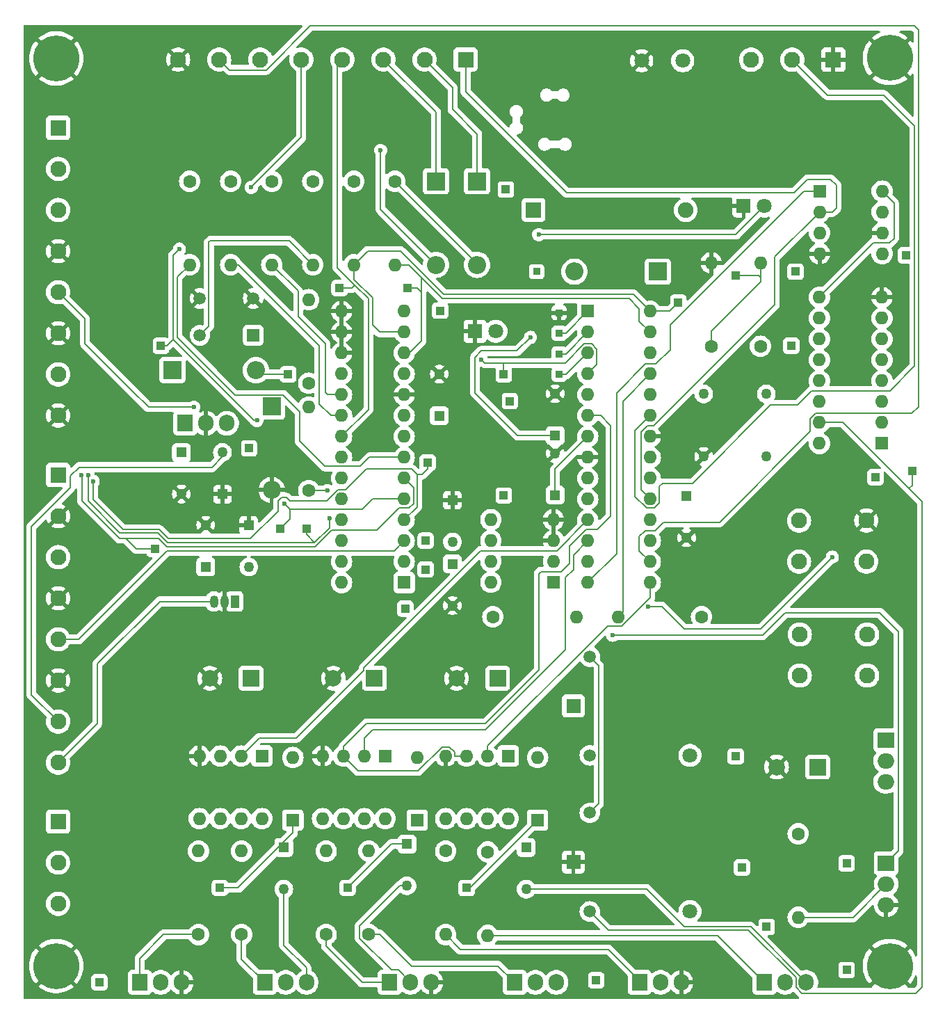
<source format=gbr>
%TF.GenerationSoftware,KiCad,Pcbnew,8.0.3*%
%TF.CreationDate,2024-10-27T23:31:30-07:00*%
%TF.ProjectId,SuperCapacitorBike,53757065-7243-4617-9061-6369746f7242,rev?*%
%TF.SameCoordinates,Original*%
%TF.FileFunction,Copper,L2,Bot*%
%TF.FilePolarity,Positive*%
%FSLAX46Y46*%
G04 Gerber Fmt 4.6, Leading zero omitted, Abs format (unit mm)*
G04 Created by KiCad (PCBNEW 8.0.3) date 2024-10-27 23:31:30*
%MOMM*%
%LPD*%
G01*
G04 APERTURE LIST*
%TA.AperFunction,ComponentPad*%
%ADD10R,1.000000X1.000000*%
%TD*%
%TA.AperFunction,ComponentPad*%
%ADD11R,1.600000X1.600000*%
%TD*%
%TA.AperFunction,ComponentPad*%
%ADD12O,1.600000X1.600000*%
%TD*%
%TA.AperFunction,ComponentPad*%
%ADD13R,1.905000X2.000000*%
%TD*%
%TA.AperFunction,ComponentPad*%
%ADD14O,1.905000X2.000000*%
%TD*%
%TA.AperFunction,ComponentPad*%
%ADD15C,1.600000*%
%TD*%
%TA.AperFunction,ComponentPad*%
%ADD16R,2.000000X1.905000*%
%TD*%
%TA.AperFunction,ComponentPad*%
%ADD17O,2.000000X1.905000*%
%TD*%
%TA.AperFunction,ComponentPad*%
%ADD18R,0.850000X0.850000*%
%TD*%
%TA.AperFunction,ComponentPad*%
%ADD19R,1.950000X1.950000*%
%TD*%
%TA.AperFunction,ComponentPad*%
%ADD20C,1.950000*%
%TD*%
%TA.AperFunction,ComponentPad*%
%ADD21R,1.270000X1.270000*%
%TD*%
%TA.AperFunction,ComponentPad*%
%ADD22C,1.270000*%
%TD*%
%TA.AperFunction,ComponentPad*%
%ADD23R,1.800000X1.800000*%
%TD*%
%TA.AperFunction,ComponentPad*%
%ADD24C,1.800000*%
%TD*%
%TA.AperFunction,ComponentPad*%
%ADD25R,1.803400X1.803400*%
%TD*%
%TA.AperFunction,ComponentPad*%
%ADD26C,1.498600*%
%TD*%
%TA.AperFunction,ComponentPad*%
%ADD27C,1.803400*%
%TD*%
%TA.AperFunction,ComponentPad*%
%ADD28R,2.000000X2.000000*%
%TD*%
%TA.AperFunction,ComponentPad*%
%ADD29C,2.000000*%
%TD*%
%TA.AperFunction,ComponentPad*%
%ADD30R,2.200000X2.200000*%
%TD*%
%TA.AperFunction,ComponentPad*%
%ADD31O,2.200000X2.200000*%
%TD*%
%TA.AperFunction,ComponentPad*%
%ADD32R,1.905000X1.905000*%
%TD*%
%TA.AperFunction,ComponentPad*%
%ADD33C,1.905000*%
%TD*%
%TA.AperFunction,ComponentPad*%
%ADD34C,5.600000*%
%TD*%
%TA.AperFunction,ComponentPad*%
%ADD35R,1.050000X1.500000*%
%TD*%
%TA.AperFunction,ComponentPad*%
%ADD36O,1.050000X1.500000*%
%TD*%
%TA.AperFunction,ComponentPad*%
%ADD37R,1.508000X1.508000*%
%TD*%
%TA.AperFunction,ComponentPad*%
%ADD38C,1.508000*%
%TD*%
%TA.AperFunction,ViaPad*%
%ADD39C,0.600000*%
%TD*%
%TA.AperFunction,Conductor*%
%ADD40C,0.200000*%
%TD*%
G04 APERTURE END LIST*
D10*
%TO.P,TP6,1,1*%
%TO.N,/Motor Controller/HALL_B*%
X57000000Y-90750000D03*
%TD*%
D11*
%TO.P,U3,1,VCC*%
%TO.N,+12V*%
X84800000Y-118450000D03*
D12*
%TO.P,U3,2,IN*%
%TO.N,IN_3*%
X82260000Y-118450000D03*
%TO.P,U3,3,~{SD}*%
%TO.N,SD*%
X79720000Y-118450000D03*
%TO.P,U3,4,COM*%
%TO.N,GND*%
X77180000Y-118450000D03*
%TO.P,U3,5,LO*%
%TO.N,Net-(U3-LO)*%
X77180000Y-126070000D03*
%TO.P,U3,6,VS*%
%TO.N,P3*%
X79720000Y-126070000D03*
%TO.P,U3,7,HO*%
%TO.N,Net-(U3-HO)*%
X82260000Y-126070000D03*
%TO.P,U3,8,VB*%
%TO.N,Net-(D3-K)*%
X84800000Y-126070000D03*
%TD*%
D10*
%TO.P,TP28,1,1*%
%TO.N,C1+*%
X119250000Y-68500000D03*
%TD*%
%TO.P,TP23,1,1*%
%TO.N,Net-(D3-K)*%
X79730000Y-134510000D03*
%TD*%
D13*
%TO.P,Q4,1,G*%
%TO.N,/Half bridge Circuit/LO_1*%
X70350000Y-146000000D03*
D14*
%TO.P,Q4,2,D*%
%TO.N,P1*%
X72890000Y-146000000D03*
%TO.P,Q4,3,S*%
%TO.N,GND*%
X75430000Y-146000000D03*
%TD*%
D10*
%TO.P,TP1,1,1*%
%TO.N,MOSI*%
X133250000Y-57500000D03*
%TD*%
D15*
%TO.P,R1,1*%
%TO.N,+5V*%
X60500000Y-86140000D03*
D12*
%TO.P,R1,2*%
%TO.N,Net-(D10-A)*%
X60500000Y-75980000D03*
%TD*%
D15*
%TO.P,R12,1*%
%TO.N,Net-(U3-LO)*%
X77175000Y-130020000D03*
D12*
%TO.P,R12,2*%
%TO.N,/Half bridge Circuit/LO_3*%
X77175000Y-140180000D03*
%TD*%
D16*
%TO.P,Q7,1,G*%
%TO.N,Net-(Q7-G)*%
X130750000Y-116500000D03*
D17*
%TO.P,Q7,2,D*%
%TO.N,C2-*%
X130750000Y-119040000D03*
%TO.P,Q7,3,S*%
%TO.N,C1+*%
X130750000Y-121580000D03*
%TD*%
D18*
%TO.P,J4,1,Pin_1*%
%TO.N,/Motor Controller/TX*%
X91000000Y-72000000D03*
%TD*%
D15*
%TO.P,R22,1*%
%TO.N,/Motor Controller/LED_1*%
X46000000Y-48500000D03*
D12*
%TO.P,R22,2*%
%TO.N,Net-(U5-GPB6)*%
X46000000Y-58660000D03*
%TD*%
D15*
%TO.P,R6,1*%
%TO.N,+5V*%
X66000000Y-48500000D03*
D12*
%TO.P,R6,2*%
%TO.N,/Motor Controller/SCL*%
X66000000Y-58660000D03*
%TD*%
D19*
%TO.P,J10,1,1*%
%TO.N,/Motor Controller/HALL_A*%
X30000000Y-42000000D03*
D20*
%TO.P,J10,2,2*%
%TO.N,/Motor Controller/HALL_B*%
X30000000Y-47000000D03*
%TO.P,J10,3,3*%
%TO.N,/Motor Controller/HALL_C*%
X30000000Y-52000000D03*
%TO.P,J10,4,4*%
%TO.N,GND*%
X30000000Y-57000000D03*
%TO.P,J10,5,5*%
%TO.N,/Motor Controller/BRK1*%
X30000000Y-62000000D03*
%TO.P,J10,6,6*%
%TO.N,GND*%
X30000000Y-67000000D03*
%TO.P,J10,7,7*%
%TO.N,/Motor Controller/BRK2*%
X30000000Y-72000000D03*
%TO.P,J10,8,8*%
%TO.N,GND*%
X30000000Y-77000000D03*
%TD*%
D21*
%TO.P,C10,1*%
%TO.N,Net-(U6-AREF)*%
X106500000Y-86813250D03*
D22*
%TO.P,C10,2*%
%TO.N,GND*%
X106500000Y-91893250D03*
%TD*%
D10*
%TO.P,TP9,1,1*%
%TO.N,/Motor Controller/DC*%
X42500000Y-68500000D03*
%TD*%
D21*
%TO.P,C9,1*%
%TO.N,+5V*%
X90500000Y-86686750D03*
D22*
%TO.P,C9,2*%
%TO.N,GND*%
X90500000Y-81606750D03*
%TD*%
%TO.P,XTAL2,1,EOH*%
%TO.N,unconnected-(XTAL2-EOH-Pad1)*%
X108590000Y-74385999D03*
%TO.P,XTAL2,4,GND*%
%TO.N,GND*%
X108590000Y-82005999D03*
%TO.P,XTAL2,5,OUTPUT*%
%TO.N,/Motor Controller/XTAL1*%
X116210000Y-82005999D03*
%TO.P,XTAL2,8,VCC*%
%TO.N,+5V*%
X116210000Y-74385999D03*
%TD*%
D16*
%TO.P,Q8,1,G*%
%TO.N,Net-(Q8-G)*%
X130805000Y-131500000D03*
D17*
%TO.P,Q8,2,D*%
%TO.N,Net-(Q7-G)*%
X130805000Y-134040000D03*
%TO.P,Q8,3,S*%
%TO.N,GND*%
X130805000Y-136580000D03*
%TD*%
D10*
%TO.P,TP21,1,1*%
%TO.N,Net-(D1-K)*%
X65220000Y-134500000D03*
%TD*%
D23*
%TO.P,D7,1,K*%
%TO.N,GND*%
X113460000Y-51500000D03*
D24*
%TO.P,D7,2,A*%
%TO.N,Net-(D7-A)*%
X116000000Y-51500000D03*
%TD*%
D19*
%TO.P,J13,1,1*%
%TO.N,/Motor Controller/SW_1*%
X30000000Y-84250000D03*
D20*
%TO.P,J13,2,2*%
%TO.N,GND*%
X30000000Y-89250000D03*
%TO.P,J13,3,3*%
%TO.N,/Motor Controller/SW_2*%
X30000000Y-94250000D03*
%TO.P,J13,4,4*%
%TO.N,GND*%
X30000000Y-99250000D03*
%TO.P,J13,5,5*%
%TO.N,/Motor Controller/SW_3*%
X30000000Y-104250000D03*
%TO.P,J13,6,6*%
%TO.N,GND*%
X30000000Y-109250000D03*
%TO.P,J13,7,7*%
%TO.N,/Motor Controller/SW_4*%
X30000000Y-114250000D03*
%TO.P,J13,8,8*%
%TO.N,+5V*%
X30000000Y-119250000D03*
%TD*%
D25*
%TO.P,K2,1,1*%
%TO.N,GND*%
X92717950Y-131365000D03*
D26*
%TO.P,K2,2,2*%
%TO.N,RELAY_2*%
X94717951Y-137364999D03*
D27*
%TO.P,K2,3,3*%
%TO.N,C2-*%
X106917149Y-137364999D03*
D26*
%TO.P,K2,5,5*%
%TO.N,+5V*%
X94717951Y-125365001D03*
%TD*%
D10*
%TO.P,TP34,1,1*%
%TO.N,P1*%
X95500000Y-145750000D03*
%TD*%
D21*
%TO.P,C16,1*%
%TO.N,GND*%
X53200000Y-90363250D03*
D22*
%TO.P,C16,2*%
%TO.N,+3.3V*%
X53200000Y-95443250D03*
%TD*%
D10*
%TO.P,TP31,1,1*%
%TO.N,Net-(Q8-G)*%
X126000000Y-131500000D03*
%TD*%
D28*
%TO.P,C3,1*%
%TO.N,+12V*%
X53467677Y-109000000D03*
D29*
%TO.P,C3,2*%
%TO.N,GND*%
X48467677Y-109000000D03*
%TD*%
D21*
%TO.P,C12,1*%
%TO.N,GND*%
X78000000Y-87313250D03*
D22*
%TO.P,C12,2*%
%TO.N,+12V*%
X78000000Y-92393250D03*
%TD*%
D30*
%TO.P,D5,1,K*%
%TO.N,+5V*%
X103000000Y-59500000D03*
D31*
%TO.P,D5,2,A*%
%TO.N,Net-(D5-A)*%
X92840000Y-59500000D03*
%TD*%
D21*
%TO.P,C4,1*%
%TO.N,Net-(D2-K)*%
X57467500Y-129573250D03*
D22*
%TO.P,C4,2*%
%TO.N,P2*%
X57467500Y-134653250D03*
%TD*%
D32*
%TO.P,F2,1*%
%TO.N,+12V*%
X87864000Y-52000000D03*
D33*
%TO.P,F2,2*%
X106406000Y-52000000D03*
%TD*%
D11*
%TO.P,U9,1,~{CS}*%
%TO.N,SS2*%
X122700000Y-49700000D03*
D12*
%TO.P,U9,2,SCK*%
%TO.N,SCK*%
X122700000Y-52240000D03*
%TO.P,U9,3,SDI/SDO*%
%TO.N,MOSI*%
X122700000Y-54780000D03*
%TO.P,U9,4,V_{SS}*%
%TO.N,GND*%
X122700000Y-57320000D03*
%TO.P,U9,5,P0A*%
%TO.N,ADC_C2V*%
X130320000Y-57320000D03*
%TO.P,U9,6,P0W*%
%TO.N,GND*%
X130320000Y-54780000D03*
%TO.P,U9,7,P0B*%
%TO.N,unconnected-(U9-P0B-Pad7)*%
X130320000Y-52240000D03*
%TO.P,U9,8,V_{DD}*%
%TO.N,+5V*%
X130320000Y-49700000D03*
%TD*%
D28*
%TO.P,C5,1*%
%TO.N,+12V*%
X83500000Y-109000000D03*
D29*
%TO.P,C5,2*%
%TO.N,GND*%
X78500000Y-109000000D03*
%TD*%
D10*
%TO.P,TP17,1,1*%
%TO.N,/Motor Controller/SDA*%
X72500000Y-61500000D03*
%TD*%
D15*
%TO.P,R5,1*%
%TO.N,+5V*%
X61000000Y-48500000D03*
D12*
%TO.P,R5,2*%
%TO.N,Net-(R5-Pad2)*%
X61000000Y-58660000D03*
%TD*%
D19*
%TO.P,J9,1,1*%
%TO.N,SCK*%
X79600000Y-33680000D03*
D20*
%TO.P,J9,2,2*%
%TO.N,Net-(D12-K)*%
X74600000Y-33680000D03*
%TO.P,J9,3,3*%
%TO.N,Net-(D11-K)*%
X69600000Y-33680000D03*
%TO.P,J9,4,4*%
%TO.N,/Motor Controller/RESET_DISPLAY*%
X64600000Y-33680000D03*
%TO.P,J9,5,5*%
%TO.N,/Motor Controller/DC*%
X59600000Y-33680000D03*
%TO.P,J9,6,6*%
%TO.N,MOSI*%
X54600000Y-33680000D03*
%TO.P,J9,7,7*%
%TO.N,SS1*%
X49600000Y-33680000D03*
%TO.P,J9,8,8*%
%TO.N,GND*%
X44600000Y-33680000D03*
%TD*%
D10*
%TO.P,TP13,1,1*%
%TO.N,/Motor Controller/INTA*%
X84250000Y-72000000D03*
%TD*%
%TO.P,TP4,1,1*%
%TO.N,/Motor Controller/SW_3*%
X74750000Y-92250000D03*
%TD*%
%TO.P,TP26,1,1*%
%TO.N,ADC_C2V*%
X119750000Y-59500000D03*
%TD*%
D13*
%TO.P,Q2,1,G*%
%TO.N,/Half bridge Circuit/HO_3*%
X115990000Y-146000000D03*
D14*
%TO.P,Q2,2,D*%
%TO.N,+VCC*%
X118530000Y-146000000D03*
%TO.P,Q2,3,S*%
%TO.N,P3*%
X121070000Y-146000000D03*
%TD*%
D10*
%TO.P,TP29,1,1*%
%TO.N,Net-(Q7-G)*%
X116250000Y-139250000D03*
%TD*%
D30*
%TO.P,D4,1,K*%
%TO.N,/Motor Controller/SW_4*%
X56000000Y-75920000D03*
D31*
%TO.P,D4,2,A*%
%TO.N,GND*%
X56000000Y-86080000D03*
%TD*%
D23*
%TO.P,D10,1,K*%
%TO.N,GND*%
X80750000Y-66750000D03*
D24*
%TO.P,D10,2,A*%
%TO.N,Net-(D10-A)*%
X83290000Y-66750000D03*
%TD*%
D10*
%TO.P,TP18,1,1*%
%TO.N,+12V*%
X84500000Y-49500000D03*
%TD*%
D13*
%TO.P,Q6,1,G*%
%TO.N,/Half bridge Circuit/LO_3*%
X100780000Y-146000000D03*
D14*
%TO.P,Q6,2,D*%
%TO.N,P3*%
X103320000Y-146000000D03*
%TO.P,Q6,3,S*%
%TO.N,GND*%
X105860000Y-146000000D03*
%TD*%
D10*
%TO.P,TP19,1,1*%
%TO.N,/Motor Controller/SW_4*%
X58000000Y-72000000D03*
%TD*%
D18*
%TO.P,J3,1,Pin_1*%
%TO.N,/Motor Controller/RX*%
X91000000Y-69500000D03*
%TD*%
D21*
%TO.P,C14,1*%
%TO.N,GND*%
X50000000Y-86580000D03*
D22*
%TO.P,C14,2*%
%TO.N,/Motor Controller/SW_4*%
X50000000Y-81500000D03*
%TD*%
D30*
%TO.P,D11,1,K*%
%TO.N,Net-(D11-K)*%
X76000000Y-48500000D03*
D31*
%TO.P,D11,2,A*%
%TO.N,+3.3V*%
X76000000Y-58660000D03*
%TD*%
D10*
%TO.P,TP12,1,1*%
%TO.N,/Motor Controller/INTB*%
X85000000Y-75250000D03*
%TD*%
D18*
%TO.P,J2,1,Pin_1*%
%TO.N,GND*%
X91000000Y-64500000D03*
%TD*%
D10*
%TO.P,TP35,1,1*%
%TO.N,P2*%
X35000000Y-146000000D03*
%TD*%
D15*
%TO.P,R18,1*%
%TO.N,ADC_C1V*%
X109500000Y-68580000D03*
D12*
%TO.P,R18,2*%
%TO.N,GND*%
X109500000Y-58420000D03*
%TD*%
D18*
%TO.P,J12,1,Pin_1*%
%TO.N,Net-(D5-A)*%
X88250000Y-59500000D03*
%TD*%
D15*
%TO.P,R10,1*%
%TO.N,/Half bridge Circuit/LO_1*%
X62625000Y-140175000D03*
D12*
%TO.P,R10,2*%
%TO.N,Net-(U1-LO)*%
X62625000Y-130015000D03*
%TD*%
D11*
%TO.P,U8,1,I1*%
%TO.N,RELAYS*%
X130300000Y-80400000D03*
D12*
%TO.P,U8,2,I2*%
X130300000Y-77860000D03*
%TO.P,U8,3,I3*%
%TO.N,unconnected-(U8-I3-Pad3)*%
X130300000Y-75320000D03*
%TO.P,U8,4,I4*%
%TO.N,unconnected-(U8-I4-Pad4)*%
X130300000Y-72780000D03*
%TO.P,U8,5,I5*%
%TO.N,unconnected-(U8-I5-Pad5)*%
X130300000Y-70240000D03*
%TO.P,U8,6,I6*%
%TO.N,unconnected-(U8-I6-Pad6)*%
X130300000Y-67700000D03*
%TO.P,U8,7,I7*%
%TO.N,unconnected-(U8-I7-Pad7)*%
X130300000Y-65160000D03*
%TO.P,U8,8,GND*%
%TO.N,GND*%
X130300000Y-62620000D03*
%TO.P,U8,9,COM*%
%TO.N,+5V*%
X122680000Y-62620000D03*
%TO.P,U8,10,O7*%
%TO.N,unconnected-(U8-O7-Pad10)*%
X122680000Y-65160000D03*
%TO.P,U8,11,O6*%
%TO.N,unconnected-(U8-O6-Pad11)*%
X122680000Y-67700000D03*
%TO.P,U8,12,O5*%
%TO.N,unconnected-(U8-O5-Pad12)*%
X122680000Y-70240000D03*
%TO.P,U8,13,O4*%
%TO.N,unconnected-(U8-O4-Pad13)*%
X122680000Y-72780000D03*
%TO.P,U8,14,O3*%
%TO.N,unconnected-(U8-O3-Pad14)*%
X122680000Y-75320000D03*
%TO.P,U8,15,O2*%
%TO.N,RELAY_2*%
X122680000Y-77860000D03*
%TO.P,U8,16,O1*%
%TO.N,RELAY_1*%
X122680000Y-80400000D03*
%TD*%
D20*
%TO.P,J7,1_1,1_1*%
%TO.N,C1+*%
X120200000Y-94800000D03*
%TO.P,J7,1_2,1_2*%
%TO.N,unconnected-(J7-Pad1_2)*%
X128400000Y-94800000D03*
%TO.P,J7,2_1,2_1*%
%TO.N,C1-*%
X120200000Y-89800000D03*
%TO.P,J7,2_2,2_2*%
%TO.N,GND*%
X128400000Y-89800000D03*
%TD*%
D34*
%TO.P,H3,1,1*%
%TO.N,GND*%
X29750000Y-144000000D03*
%TD*%
D11*
%TO.P,U5,1,GPB0*%
%TO.N,/Motor Controller/SW_1*%
X72120000Y-97340000D03*
D12*
%TO.P,U5,2,GPB1*%
%TO.N,/Motor Controller/SW_2*%
X72120000Y-94800000D03*
%TO.P,U5,3,GPB2*%
%TO.N,/Motor Controller/SW_3*%
X72120000Y-92260000D03*
%TO.P,U5,4,GPB3*%
%TO.N,/Motor Controller/HALL_A*%
X72120000Y-89720000D03*
%TO.P,U5,5,GPB4*%
%TO.N,/Motor Controller/HALL_B*%
X72120000Y-87180000D03*
%TO.P,U5,6,GPB5*%
%TO.N,/Motor Controller/HALL_C*%
X72120000Y-84640000D03*
%TO.P,U5,7,GPB6*%
%TO.N,Net-(U5-GPB6)*%
X72120000Y-82100000D03*
%TO.P,U5,8,GPB7*%
%TO.N,unconnected-(U5-GPB7-Pad8)*%
X72120000Y-79560000D03*
%TO.P,U5,9,VDD*%
%TO.N,+5V*%
X72120000Y-77020000D03*
%TO.P,U5,10,VSS*%
%TO.N,GND*%
X72120000Y-74480000D03*
%TO.P,U5,11,NC*%
%TO.N,unconnected-(U5-NC-Pad11)*%
X72120000Y-71940000D03*
%TO.P,U5,12,SCK*%
%TO.N,/Motor Controller/SDA*%
X72120000Y-69400000D03*
%TO.P,U5,13,SDA*%
%TO.N,/Motor Controller/SCL*%
X72120000Y-66860000D03*
%TO.P,U5,14,NC*%
%TO.N,unconnected-(U5-NC-Pad14)*%
X72120000Y-64320000D03*
%TO.P,U5,15,A0*%
%TO.N,GND*%
X64500000Y-64320000D03*
%TO.P,U5,16,A1*%
X64500000Y-66860000D03*
%TO.P,U5,17,A2*%
X64500000Y-69400000D03*
%TO.P,U5,18,~{RESET}*%
%TO.N,/Motor Controller/RESET*%
X64500000Y-71940000D03*
%TO.P,U5,19,INTB*%
%TO.N,/Motor Controller/INTA*%
X64500000Y-74480000D03*
%TO.P,U5,20,INTA*%
%TO.N,/Motor Controller/INTB*%
X64500000Y-77020000D03*
%TO.P,U5,21,GPA0*%
%TO.N,/Motor Controller/RESET_DISPLAY*%
X64500000Y-79560000D03*
%TO.P,U5,22,GPA1*%
%TO.N,/Motor Controller/DC*%
X64500000Y-82100000D03*
%TO.P,U5,23,GPA2*%
%TO.N,/Motor Controller/BRK1*%
X64500000Y-84640000D03*
%TO.P,U5,24,GPA3*%
%TO.N,/Motor Controller/BRK2*%
X64500000Y-87180000D03*
%TO.P,U5,25,GPA4*%
%TO.N,Net-(U5-GPA4)*%
X64500000Y-89720000D03*
%TO.P,U5,26,GPA5*%
%TO.N,unconnected-(U5-GPA5-Pad26)*%
X64500000Y-92260000D03*
%TO.P,U5,27,GPA6*%
%TO.N,unconnected-(U5-GPA6-Pad27)*%
X64500000Y-94800000D03*
%TO.P,U5,28,GPA7*%
%TO.N,unconnected-(U5-GPA7-Pad28)*%
X64500000Y-97340000D03*
%TD*%
D15*
%TO.P,R7,1*%
%TO.N,Net-(U3-HO)*%
X82300000Y-130120000D03*
D12*
%TO.P,R7,2*%
%TO.N,/Half bridge Circuit/HO_3*%
X82300000Y-140280000D03*
%TD*%
D11*
%TO.P,D2,1,K*%
%TO.N,Net-(D2-K)*%
X58567500Y-126250000D03*
D12*
%TO.P,D2,2,A*%
%TO.N,+12V*%
X58567500Y-118630000D03*
%TD*%
D10*
%TO.P,TP16,1,1*%
%TO.N,/Motor Controller/SCL*%
X105500000Y-63250000D03*
%TD*%
D35*
%TO.P,U10,1,VO*%
%TO.N,+3.3V*%
X51500000Y-99640000D03*
D36*
%TO.P,U10,2,GND*%
%TO.N,GND*%
X50230000Y-99640000D03*
%TO.P,U10,3,VI*%
%TO.N,+5V*%
X48960000Y-99640000D03*
%TD*%
D37*
%TO.P,S1,1*%
%TO.N,/Motor Controller/RESET*%
X53750000Y-67250000D03*
D38*
%TO.P,S1,2*%
%TO.N,Net-(R5-Pad2)*%
X47250000Y-67250000D03*
%TO.P,S1,3*%
%TO.N,GND*%
X53750000Y-62750000D03*
%TO.P,S1,4*%
X47250000Y-62750000D03*
%TD*%
D21*
%TO.P,C13,1*%
%TO.N,+5V*%
X76400000Y-77036750D03*
D22*
%TO.P,C13,2*%
%TO.N,GND*%
X76400000Y-71956750D03*
%TD*%
D28*
%TO.P,C2,1*%
%TO.N,+12V*%
X68500000Y-109000000D03*
D29*
%TO.P,C2,2*%
%TO.N,GND*%
X63500000Y-109000000D03*
%TD*%
D15*
%TO.P,R11,1*%
%TO.N,/Half bridge Circuit/LO_2*%
X47075000Y-140175000D03*
D12*
%TO.P,R11,2*%
%TO.N,Net-(U2-LO)*%
X47075000Y-130015000D03*
%TD*%
D19*
%TO.P,J14,1,1*%
%TO.N,GND*%
X124372500Y-33700000D03*
D20*
%TO.P,J14,2,2*%
%TO.N,/Motor Controller/TH_DATA*%
X119372500Y-33700000D03*
%TO.P,J14,3,3*%
%TO.N,+5V*%
X114372500Y-33700000D03*
%TD*%
D11*
%TO.P,U6,1,~{RESET}/PC6*%
%TO.N,/Motor Controller/RESET*%
X94467500Y-64320000D03*
D12*
%TO.P,U6,2,PD0*%
%TO.N,/Motor Controller/RX*%
X94467500Y-66860000D03*
%TO.P,U6,3,PD1*%
%TO.N,/Motor Controller/TX*%
X94467500Y-69400000D03*
%TO.P,U6,4,PD2*%
%TO.N,/Motor Controller/INTA*%
X94467500Y-71940000D03*
%TO.P,U6,5,PD3*%
%TO.N,/Motor Controller/INTB*%
X94467500Y-74480000D03*
%TO.P,U6,6,PD4*%
%TO.N,SD*%
X94467500Y-77020000D03*
%TO.P,U6,7,VCC*%
%TO.N,+5V*%
X94467500Y-79560000D03*
%TO.P,U6,8,GND*%
%TO.N,GND*%
X94467500Y-82100000D03*
%TO.P,U6,9,XTAL1/PB6*%
%TO.N,/Motor Controller/XTAL1*%
X94467500Y-84640000D03*
%TO.P,U6,10,XTAL2/PB7*%
%TO.N,MOS_DRIVER*%
X94467500Y-87180000D03*
%TO.P,U6,11,PD5*%
%TO.N,IN_2*%
X94467500Y-89720000D03*
%TO.P,U6,12,PD6*%
%TO.N,IN_1*%
X94467500Y-92260000D03*
%TO.P,U6,13,PD7*%
%TO.N,RELAYS*%
X94467500Y-94800000D03*
%TO.P,U6,14,PB0*%
%TO.N,SS2*%
X94467500Y-97340000D03*
%TO.P,U6,15,PB1*%
%TO.N,IN_3*%
X102087500Y-97340000D03*
%TO.P,U6,16,PB2*%
%TO.N,SS1*%
X102087500Y-94800000D03*
%TO.P,U6,17,PB3*%
%TO.N,MOSI*%
X102087500Y-92260000D03*
%TO.P,U6,18,PB4*%
%TO.N,unconnected-(U6-PB4-Pad18)*%
X102087500Y-89720000D03*
%TO.P,U6,19,PB5*%
%TO.N,SCK*%
X102087500Y-87180000D03*
%TO.P,U6,20,AVCC*%
%TO.N,+5V*%
X102087500Y-84640000D03*
%TO.P,U6,21,AREF*%
%TO.N,Net-(U6-AREF)*%
X102087500Y-82100000D03*
%TO.P,U6,22,GND*%
%TO.N,GND*%
X102087500Y-79560000D03*
%TO.P,U6,23,PC0*%
%TO.N,/Motor Controller/TH_DATA*%
X102087500Y-77020000D03*
%TO.P,U6,24,PC1*%
%TO.N,ADC_C1V*%
X102087500Y-74480000D03*
%TO.P,U6,25,PC2*%
%TO.N,ADC_C2V*%
X102087500Y-71940000D03*
%TO.P,U6,26,PC3*%
%TO.N,unconnected-(U6-PC3-Pad26)*%
X102087500Y-69400000D03*
%TO.P,U6,27,PC4*%
%TO.N,/Motor Controller/SDA*%
X102087500Y-66860000D03*
%TO.P,U6,28,PC5*%
%TO.N,/Motor Controller/SCL*%
X102087500Y-64320000D03*
%TD*%
D10*
%TO.P,TP11,1,1*%
%TO.N,/Motor Controller/BRK2*%
X60250000Y-90750000D03*
%TD*%
%TO.P,TP20,1,1*%
%TO.N,+3.3V*%
X76500000Y-64250000D03*
%TD*%
%TO.P,TP5,1,1*%
%TO.N,/Motor Controller/HALL_A*%
X75000000Y-82750000D03*
%TD*%
D11*
%TO.P,D1,1,K*%
%TO.N,Net-(D1-K)*%
X73700000Y-126250000D03*
D12*
%TO.P,D1,2,A*%
%TO.N,+12V*%
X73700000Y-118630000D03*
%TD*%
D30*
%TO.P,D12,1,K*%
%TO.N,Net-(D12-K)*%
X81000000Y-48500000D03*
D31*
%TO.P,D12,2,A*%
%TO.N,+5V*%
X81000000Y-58660000D03*
%TD*%
D11*
%TO.P,U2,1,VCC*%
%TO.N,+12V*%
X54800000Y-118450000D03*
D12*
%TO.P,U2,2,IN*%
%TO.N,IN_2*%
X52260000Y-118450000D03*
%TO.P,U2,3,~{SD}*%
%TO.N,SD*%
X49720000Y-118450000D03*
%TO.P,U2,4,COM*%
%TO.N,GND*%
X47180000Y-118450000D03*
%TO.P,U2,5,LO*%
%TO.N,Net-(U2-LO)*%
X47180000Y-126070000D03*
%TO.P,U2,6,VS*%
%TO.N,P2*%
X49720000Y-126070000D03*
%TO.P,U2,7,HO*%
%TO.N,Net-(U2-HO)*%
X52260000Y-126070000D03*
%TO.P,U2,8,VB*%
%TO.N,Net-(D2-K)*%
X54800000Y-126070000D03*
%TD*%
D13*
%TO.P,Q1,1,G*%
%TO.N,/Half bridge Circuit/HO_2*%
X55142000Y-146000000D03*
D14*
%TO.P,Q1,2,D*%
%TO.N,+VCC*%
X57682000Y-146000000D03*
%TO.P,Q1,3,S*%
%TO.N,P2*%
X60222000Y-146000000D03*
%TD*%
D21*
%TO.P,C15,1*%
%TO.N,+5V*%
X47960000Y-95436750D03*
D22*
%TO.P,C15,2*%
%TO.N,GND*%
X47960000Y-90356750D03*
%TD*%
D34*
%TO.P,H1,1,1*%
%TO.N,GND*%
X29750000Y-33550000D03*
%TD*%
D13*
%TO.P,Q3,1,G*%
%TO.N,/Half bridge Circuit/HO_1*%
X85570000Y-146000000D03*
D14*
%TO.P,Q3,2,D*%
%TO.N,+VCC*%
X88110000Y-146000000D03*
%TO.P,Q3,3,S*%
%TO.N,P1*%
X90650000Y-146000000D03*
%TD*%
D21*
%TO.P,C8,1*%
%TO.N,+12V*%
X45000000Y-81500000D03*
D22*
%TO.P,C8,2*%
%TO.N,GND*%
X45000000Y-86580000D03*
%TD*%
D15*
%TO.P,R8,1*%
%TO.N,/Half bridge Circuit/HO_2*%
X52317500Y-140180000D03*
D12*
%TO.P,R8,2*%
%TO.N,Net-(U2-HO)*%
X52317500Y-130020000D03*
%TD*%
D10*
%TO.P,TP25,1,1*%
%TO.N,RELAY_2*%
X134000000Y-83750000D03*
%TD*%
D15*
%TO.P,R3,1*%
%TO.N,+5V*%
X71000000Y-48500000D03*
D12*
%TO.P,R3,2*%
%TO.N,/Motor Controller/SDA*%
X71000000Y-58660000D03*
%TD*%
D18*
%TO.P,J5,1,Pin_1*%
%TO.N,/Motor Controller/RESET*%
X91000000Y-67000000D03*
%TD*%
D15*
%TO.P,R17,1*%
%TO.N,C1+*%
X115500000Y-68580000D03*
D12*
%TO.P,R17,2*%
%TO.N,ADC_C1V*%
X115500000Y-58420000D03*
%TD*%
D15*
%TO.P,R20,1*%
%TO.N,+5V*%
X56000000Y-48500000D03*
D12*
%TO.P,R20,2*%
%TO.N,/Motor Controller/INTA*%
X56000000Y-58660000D03*
%TD*%
D10*
%TO.P,TP8,1,1*%
%TO.N,/Motor Controller/RESET_DISPLAY*%
X64250000Y-61500000D03*
%TD*%
D21*
%TO.P,C11,1*%
%TO.N,+12V*%
X78000000Y-95063250D03*
D22*
%TO.P,C11,2*%
%TO.N,GND*%
X78000000Y-100143250D03*
%TD*%
D10*
%TO.P,TP10,1,1*%
%TO.N,/Motor Controller/BRK1*%
X53250000Y-81000000D03*
%TD*%
D25*
%TO.P,K1,1,1*%
%TO.N,C1+*%
X92717950Y-112365000D03*
D26*
%TO.P,K1,2,2*%
%TO.N,RELAY_1*%
X94717951Y-118364999D03*
D27*
%TO.P,K1,3,3*%
%TO.N,+VCC*%
X106917149Y-118364999D03*
D26*
%TO.P,K1,5,5*%
%TO.N,+5V*%
X94717951Y-106365001D03*
%TD*%
D11*
%TO.P,U4,1,N_C*%
%TO.N,unconnected-(U4-N_C-Pad1)*%
X90300000Y-97300000D03*
D12*
%TO.P,U4,2,INA*%
%TO.N,MOS_DRIVER*%
X90300000Y-94760000D03*
%TO.P,U4,3,GND*%
%TO.N,GND*%
X90300000Y-92220000D03*
%TO.P,U4,4,INB*%
X90300000Y-89680000D03*
%TO.P,U4,5,OUTB*%
%TO.N,unconnected-(U4-OUTB-Pad5)*%
X82680000Y-89680000D03*
%TO.P,U4,6,VDD*%
%TO.N,+12V*%
X82680000Y-92220000D03*
%TO.P,U4,7,OUTA*%
%TO.N,Net-(U4-OUTA)*%
X82680000Y-94760000D03*
%TO.P,U4,8,N_C*%
%TO.N,unconnected-(U4-N_C-Pad8)*%
X82680000Y-97300000D03*
%TD*%
D11*
%TO.P,D3,1,K*%
%TO.N,Net-(D3-K)*%
X88367500Y-126250000D03*
D12*
%TO.P,D3,2,A*%
%TO.N,+12V*%
X88367500Y-118630000D03*
%TD*%
D19*
%TO.P,J6,1,1*%
%TO.N,P3*%
X29990000Y-126427500D03*
D20*
%TO.P,J6,2,2*%
%TO.N,P1*%
X29990000Y-131427500D03*
%TO.P,J6,3,3*%
%TO.N,P2*%
X29990000Y-136427500D03*
%TD*%
D15*
%TO.P,R16,1*%
%TO.N,+VCC*%
X108330000Y-101500000D03*
D12*
%TO.P,R16,2*%
%TO.N,ADC_C2V*%
X98170000Y-101500000D03*
%TD*%
D10*
%TO.P,TP30,1,1*%
%TO.N,+VCC*%
X112500000Y-118500000D03*
%TD*%
D15*
%TO.P,R4,1*%
%TO.N,C1+*%
X120100000Y-127920000D03*
D12*
%TO.P,R4,2*%
%TO.N,Net-(Q7-G)*%
X120100000Y-138080000D03*
%TD*%
D10*
%TO.P,TP36,1,1*%
%TO.N,P3*%
X126000000Y-144500000D03*
%TD*%
D15*
%TO.P,R13,1*%
%TO.N,Net-(U5-GPA4)*%
X60500000Y-73080000D03*
D12*
%TO.P,R13,2*%
%TO.N,Net-(D7-A)*%
X60500000Y-62920000D03*
%TD*%
D10*
%TO.P,TP2,1,1*%
%TO.N,/Motor Controller/SW_1*%
X72250000Y-100500000D03*
%TD*%
D15*
%TO.P,R9,1*%
%TO.N,/Half bridge Circuit/HO_1*%
X67817500Y-140180000D03*
D12*
%TO.P,R9,2*%
%TO.N,Net-(U1-HO)*%
X67817500Y-130020000D03*
%TD*%
D13*
%TO.P,Q5,1,G*%
%TO.N,/Half bridge Circuit/LO_2*%
X39930000Y-146000000D03*
D14*
%TO.P,Q5,2,D*%
%TO.N,P2*%
X42470000Y-146000000D03*
%TO.P,Q5,3,S*%
%TO.N,GND*%
X45010000Y-146000000D03*
%TD*%
D11*
%TO.P,U1,1,VCC*%
%TO.N,+12V*%
X69800000Y-118450000D03*
D12*
%TO.P,U1,2,IN*%
%TO.N,IN_1*%
X67260000Y-118450000D03*
%TO.P,U1,3,~{SD}*%
%TO.N,SD*%
X64720000Y-118450000D03*
%TO.P,U1,4,COM*%
%TO.N,GND*%
X62180000Y-118450000D03*
%TO.P,U1,5,LO*%
%TO.N,Net-(U1-LO)*%
X62180000Y-126070000D03*
%TO.P,U1,6,VS*%
%TO.N,P1*%
X64720000Y-126070000D03*
%TO.P,U1,7,HO*%
%TO.N,Net-(U1-HO)*%
X67260000Y-126070000D03*
%TO.P,U1,8,VB*%
%TO.N,Net-(D1-K)*%
X69800000Y-126070000D03*
%TD*%
D15*
%TO.P,R15,1*%
%TO.N,Net-(U4-OUTA)*%
X82920000Y-101500000D03*
D12*
%TO.P,R15,2*%
%TO.N,Net-(Q8-G)*%
X93080000Y-101500000D03*
%TD*%
D34*
%TO.P,H4,1,1*%
%TO.N,GND*%
X131250000Y-144000000D03*
%TD*%
D10*
%TO.P,TP22,1,1*%
%TO.N,Net-(D2-K)*%
X49690000Y-134500000D03*
%TD*%
D27*
%TO.P,J1,1,1*%
%TO.N,/Motor Controller/LED_1*%
X106041784Y-33830000D03*
%TO.P,J1,2,2*%
%TO.N,GND*%
X101041784Y-33830000D03*
%TD*%
D34*
%TO.P,H2,1,1*%
%TO.N,GND*%
X131250000Y-33500000D03*
%TD*%
D10*
%TO.P,TP33,1,1*%
%TO.N,C2-*%
X113250000Y-132000000D03*
%TD*%
D21*
%TO.P,C6,1*%
%TO.N,Net-(D3-K)*%
X86967500Y-129573250D03*
D22*
%TO.P,C6,2*%
%TO.N,P3*%
X86967500Y-134653250D03*
%TD*%
D10*
%TO.P,TP24,1,1*%
%TO.N,RELAY_1*%
X129500000Y-84500000D03*
%TD*%
D21*
%TO.P,C17,1*%
%TO.N,+5V*%
X90500000Y-79436750D03*
D22*
%TO.P,C17,2*%
%TO.N,GND*%
X90500000Y-74356750D03*
%TD*%
D10*
%TO.P,TP27,1,1*%
%TO.N,ADC_C1V*%
X112500000Y-60000000D03*
%TD*%
D28*
%TO.P,C7,1*%
%TO.N,+VCC*%
X122467677Y-119800000D03*
D29*
%TO.P,C7,2*%
%TO.N,GND*%
X117467677Y-119800000D03*
%TD*%
D10*
%TO.P,TP7,1,1*%
%TO.N,/Motor Controller/HALL_C*%
X41750000Y-93250000D03*
%TD*%
%TO.P,TP32,1,1*%
%TO.N,MOS_DRIVER*%
X84250000Y-86750000D03*
%TD*%
D30*
%TO.P,D6,1,K*%
%TO.N,+12V*%
X43920000Y-71500000D03*
D31*
%TO.P,D6,2,A*%
%TO.N,/Motor Controller/SW_4*%
X54080000Y-71500000D03*
%TD*%
D15*
%TO.P,R21,1*%
%TO.N,+5V*%
X51000000Y-48500000D03*
D12*
%TO.P,R21,2*%
%TO.N,/Motor Controller/INTB*%
X51000000Y-58660000D03*
%TD*%
D21*
%TO.P,C1,1*%
%TO.N,Net-(D1-K)*%
X72467500Y-129173250D03*
D22*
%TO.P,C1,2*%
%TO.N,P1*%
X72467500Y-134253250D03*
%TD*%
D20*
%TO.P,J8,1_1,1_1*%
%TO.N,+VCC*%
X120287500Y-108655000D03*
%TO.P,J8,1_2,1_2*%
%TO.N,unconnected-(J8-Pad1_2)*%
X128487500Y-108655000D03*
%TO.P,J8,2_1,2_1*%
%TO.N,unconnected-(J8-Pad2_1)*%
X120287500Y-103655000D03*
%TO.P,J8,2_2,2_2*%
%TO.N,C2-*%
X128487500Y-103655000D03*
%TD*%
D10*
%TO.P,TP3,1,1*%
%TO.N,/Motor Controller/SW_2*%
X74750000Y-95750000D03*
%TD*%
D13*
%TO.P,U7,1,IN*%
%TO.N,+12V*%
X45460000Y-77945000D03*
D14*
%TO.P,U7,2,GND*%
%TO.N,GND*%
X48000000Y-77945000D03*
%TO.P,U7,3,OUT*%
%TO.N,/Motor Controller/SW_4*%
X50540000Y-77945000D03*
%TD*%
D39*
%TO.N,+5V*%
X87500000Y-67500000D03*
X62750000Y-86140000D03*
%TO.N,/Motor Controller/HALL_C*%
X32825031Y-84245425D03*
%TO.N,/Motor Controller/HALL_B*%
X57500000Y-87750000D03*
%TO.N,/Motor Controller/BRK2*%
X33623815Y-84289559D03*
X63000000Y-89500000D03*
%TO.N,/Motor Controller/BRK1*%
X46500000Y-76000000D03*
%TO.N,/Motor Controller/HALL_A*%
X34250000Y-85000000D03*
%TO.N,RELAY_1*%
X124250000Y-94250000D03*
X101850000Y-100250000D03*
%TO.N,Net-(Q8-G)*%
X97500000Y-103750000D03*
%TO.N,/Motor Controller/INTA*%
X81500000Y-70250000D03*
%TO.N,+3.3V*%
X69250000Y-44750000D03*
%TO.N,Net-(D7-A)*%
X88500000Y-55000000D03*
%TO.N,/Motor Controller/DC*%
X53500000Y-49250000D03*
X54200000Y-77600000D03*
X44750000Y-56750000D03*
%TD*%
D40*
%TO.N,Net-(D1-K)*%
X65250000Y-134500000D02*
X70576750Y-129173250D01*
X70576750Y-129173250D02*
X72467500Y-129173250D01*
X65220000Y-134500000D02*
X65250000Y-134500000D01*
%TO.N,+12V*%
X82506750Y-92393250D02*
X82680000Y-92220000D01*
%TO.N,Net-(D2-K)*%
X51885000Y-134500000D02*
X58567500Y-127817500D01*
X49690000Y-134500000D02*
X51885000Y-134500000D01*
X58567500Y-127817500D02*
X58567500Y-126250000D01*
%TO.N,Net-(D3-K)*%
X80107500Y-134510000D02*
X88367500Y-126250000D01*
X79730000Y-134510000D02*
X80107500Y-134510000D01*
%TO.N,+5V*%
X81000000Y-58500000D02*
X81000000Y-58660000D01*
X94467500Y-79560000D02*
X90500000Y-83527500D01*
X80750000Y-74250000D02*
X85936750Y-79436750D01*
X62750000Y-86140000D02*
X60500000Y-86140000D01*
X122680000Y-62570000D02*
X129250000Y-56000000D01*
X90500000Y-83527500D02*
X90500000Y-86686750D01*
X129250000Y-56000000D02*
X131202817Y-56000000D01*
X85936750Y-79436750D02*
X90500000Y-79436750D01*
X131750000Y-51130000D02*
X130320000Y-49700000D01*
X42360000Y-99640000D02*
X34750000Y-107250000D01*
X95813251Y-124269701D02*
X95813251Y-107460301D01*
X48960000Y-99640000D02*
X42360000Y-99640000D01*
X87500000Y-67500000D02*
X85852082Y-69147918D01*
X71000000Y-48500000D02*
X81000000Y-58500000D01*
X80750000Y-69939339D02*
X80750000Y-74250000D01*
X131202817Y-56000000D02*
X131750000Y-55452817D01*
X94717951Y-125365001D02*
X95813251Y-124269701D01*
X34750000Y-107250000D02*
X34750000Y-114500000D01*
X81541421Y-69147918D02*
X80750000Y-69939339D01*
X85852082Y-69147918D02*
X81541421Y-69147918D01*
X131750000Y-55452817D02*
X131750000Y-51130000D01*
X122680000Y-62620000D02*
X122680000Y-62570000D01*
X34750000Y-114500000D02*
X30000000Y-119250000D01*
X95813251Y-107460301D02*
X94717951Y-106365001D01*
%TO.N,P1*%
X72467500Y-134253250D02*
X71569475Y-134253250D01*
X70581865Y-144500000D02*
X71390000Y-144500000D01*
X71390000Y-144500000D02*
X72890000Y-146000000D01*
X71569475Y-134253250D02*
X66717500Y-139105225D01*
X66717500Y-140635635D02*
X70581865Y-144500000D01*
X66717500Y-139105225D02*
X66717500Y-140635635D01*
%TO.N,P3*%
X114320000Y-139250000D02*
X121070000Y-146000000D01*
X106250000Y-139250000D02*
X114320000Y-139250000D01*
X101653250Y-134653250D02*
X106250000Y-139250000D01*
X86967500Y-134653250D02*
X101653250Y-134653250D01*
%TO.N,P2*%
X57467500Y-134653250D02*
X57467500Y-141467500D01*
X57467500Y-141467500D02*
X60222000Y-144222000D01*
X60222000Y-144222000D02*
X60222000Y-146000000D01*
%TO.N,/Motor Controller/RX*%
X91827500Y-69500000D02*
X94467500Y-66860000D01*
X91000000Y-69500000D02*
X91827500Y-69500000D01*
%TO.N,/Motor Controller/TX*%
X91000000Y-72000000D02*
X91867500Y-72000000D01*
X91867500Y-72000000D02*
X94467500Y-69400000D01*
%TO.N,/Motor Controller/RESET*%
X91787500Y-67000000D02*
X94467500Y-64320000D01*
X91000000Y-67000000D02*
X91787500Y-67000000D01*
%TO.N,/Motor Controller/TH_DATA*%
X116750000Y-75750000D02*
X120000000Y-75750000D01*
X134250000Y-41750000D02*
X130500000Y-38000000D01*
X102543135Y-88280000D02*
X103187500Y-87635635D01*
X103587500Y-85261321D02*
X107238679Y-85261321D01*
X131250000Y-74000000D02*
X134250000Y-71000000D01*
X103187500Y-85661321D02*
X103587500Y-85261321D01*
X103187500Y-87635635D02*
X103187500Y-85661321D01*
X101631865Y-88280000D02*
X102543135Y-88280000D01*
X107238679Y-85261321D02*
X116750000Y-75750000D01*
X130500000Y-38000000D02*
X123672500Y-38000000D01*
X134250000Y-71000000D02*
X134250000Y-41750000D01*
X100250000Y-78857500D02*
X100250000Y-86898135D01*
X100250000Y-86898135D02*
X101631865Y-88280000D01*
X121750000Y-74000000D02*
X131250000Y-74000000D01*
X120000000Y-75750000D02*
X121750000Y-74000000D01*
X123672500Y-38000000D02*
X119372500Y-33700000D01*
X102087500Y-77020000D02*
X100250000Y-78857500D01*
%TO.N,/Motor Controller/SW_4*%
X26750000Y-90500000D02*
X31500000Y-85750000D01*
X32551103Y-83296079D02*
X48703921Y-83296079D01*
X54580000Y-72000000D02*
X54080000Y-71500000D01*
X50000000Y-82000000D02*
X50000000Y-81500000D01*
X58000000Y-72000000D02*
X54580000Y-72000000D01*
X50540000Y-77945000D02*
X50981000Y-78386000D01*
X31500000Y-84347182D02*
X32551103Y-83296079D01*
X48703921Y-83296079D02*
X50000000Y-82000000D01*
X31500000Y-85750000D02*
X31500000Y-84347182D01*
X30000000Y-114250000D02*
X26750000Y-111000000D01*
X26750000Y-111000000D02*
X26750000Y-90500000D01*
%TO.N,/Motor Controller/SW_3*%
X32500000Y-104250000D02*
X43250000Y-93500000D01*
X30000000Y-104250000D02*
X32500000Y-104250000D01*
X43250000Y-93500000D02*
X70880000Y-93500000D01*
X70880000Y-93500000D02*
X72120000Y-92260000D01*
%TO.N,/Motor Controller/HALL_C*%
X43210000Y-92960000D02*
X61290000Y-92960000D01*
X41750000Y-93250000D02*
X39500000Y-93250000D01*
X68770000Y-90980000D02*
X71470000Y-88280000D01*
X73300000Y-87700000D02*
X73300000Y-85820000D01*
X32907843Y-87407843D02*
X37500000Y-92000000D01*
X61290000Y-92960000D02*
X63270000Y-90980000D01*
X63270000Y-90980000D02*
X68770000Y-90980000D01*
X37500000Y-92000000D02*
X38250000Y-92000000D01*
X42250000Y-92000000D02*
X43210000Y-92960000D01*
X32825031Y-84245425D02*
X32907843Y-84328237D01*
X73300000Y-85820000D02*
X72120000Y-84640000D01*
X32907843Y-84328237D02*
X32907843Y-87407843D01*
X38250000Y-92000000D02*
X42250000Y-92000000D01*
X39500000Y-93250000D02*
X38250000Y-92000000D01*
X71470000Y-88280000D02*
X72720000Y-88280000D01*
X72720000Y-88280000D02*
X73300000Y-87700000D01*
%TO.N,/Motor Controller/HALL_B*%
X57000000Y-90750000D02*
X58190000Y-89560000D01*
X67060000Y-88440000D02*
X58190000Y-88440000D01*
X58190000Y-88440000D02*
X57500000Y-87750000D01*
X58190000Y-89560000D02*
X58190000Y-88440000D01*
X67060000Y-88440000D02*
X68320000Y-87180000D01*
X69700000Y-87180000D02*
X72120000Y-87180000D01*
X68320000Y-87180000D02*
X69700000Y-87180000D01*
%TO.N,/Motor Controller/BRK2*%
X42117248Y-91301562D02*
X37498438Y-91301562D01*
X37498438Y-91301562D02*
X33623815Y-87426939D01*
X61217157Y-92467157D02*
X61184314Y-92500000D01*
X60250000Y-91500000D02*
X61217157Y-92467157D01*
X60250000Y-90750000D02*
X60250000Y-91500000D01*
X63000000Y-89500000D02*
X63000000Y-90684314D01*
X33623815Y-87426939D02*
X33623815Y-84289559D01*
X43315686Y-92500000D02*
X42117248Y-91301562D01*
X63000000Y-90684314D02*
X61217157Y-92467157D01*
X61184314Y-92500000D02*
X43315686Y-92500000D01*
%TO.N,/Motor Controller/BRK1*%
X33250000Y-65250000D02*
X30000000Y-62000000D01*
X33250000Y-68250000D02*
X33250000Y-65250000D01*
X46500000Y-76000000D02*
X41000000Y-76000000D01*
X41000000Y-76000000D02*
X39000000Y-74000000D01*
X39000000Y-74000000D02*
X33250000Y-68250000D01*
%TO.N,/Motor Controller/HALL_A*%
X74300000Y-84200000D02*
X75000000Y-83500000D01*
X43381372Y-92000000D02*
X53400000Y-92000000D01*
X73700000Y-84200000D02*
X74300000Y-84200000D01*
X67495635Y-83540000D02*
X73040000Y-83540000D01*
X73700000Y-84200000D02*
X73700000Y-88140000D01*
X64955635Y-86080000D02*
X67495635Y-83540000D01*
X34250000Y-87250000D02*
X37901562Y-90901562D01*
X62685026Y-87439339D02*
X64044365Y-86080000D01*
X56750000Y-88650000D02*
X56750000Y-87439339D01*
X56750000Y-87439339D02*
X57189339Y-87000000D01*
X53400000Y-92000000D02*
X56750000Y-88650000D01*
X73040000Y-83540000D02*
X73700000Y-84200000D01*
X64044365Y-86080000D02*
X64955635Y-86080000D01*
X57810661Y-87000000D02*
X58250000Y-87439339D01*
X57189339Y-87000000D02*
X57810661Y-87000000D01*
X58250000Y-87439339D02*
X62685026Y-87439339D01*
X75000000Y-83500000D02*
X75000000Y-82750000D01*
X37901562Y-90901562D02*
X42282934Y-90901562D01*
X73700000Y-88140000D02*
X72120000Y-89720000D01*
X34250000Y-85000000D02*
X34250000Y-87250000D01*
X42282934Y-90901562D02*
X43381372Y-92000000D01*
%TO.N,RELAY_1*%
X101850000Y-100250000D02*
X103500000Y-100250000D01*
X115500000Y-103000000D02*
X124250000Y-94250000D01*
X103500000Y-100250000D02*
X106250000Y-103000000D01*
X106250000Y-103000000D02*
X115500000Y-103000000D01*
%TO.N,RELAY_2*%
X134000000Y-85500000D02*
X133600000Y-85900000D01*
X122680000Y-77860000D02*
X125560000Y-77860000D01*
X133600000Y-85900000D02*
X135150000Y-87450000D01*
X134450000Y-147300000D02*
X120551198Y-147300000D01*
X135150000Y-87450000D02*
X135150000Y-146600000D01*
X114033802Y-139650000D02*
X97002952Y-139650000D01*
X134000000Y-83750000D02*
X134000000Y-85500000D01*
X135150000Y-146600000D02*
X134450000Y-147300000D01*
X119817500Y-145433698D02*
X114033802Y-139650000D01*
X119817500Y-146566302D02*
X119817500Y-145433698D01*
X120551198Y-147300000D02*
X119817500Y-146566302D01*
X97002952Y-139650000D02*
X94717951Y-137364999D01*
X125560000Y-77860000D02*
X133600000Y-85900000D01*
%TO.N,/Half bridge Circuit/HO_2*%
X52317500Y-140180000D02*
X52317500Y-143175500D01*
X52317500Y-143175500D02*
X55142000Y-146000000D01*
%TO.N,/Half bridge Circuit/HO_3*%
X82300000Y-140280000D02*
X110270000Y-140280000D01*
X110270000Y-140280000D02*
X110645000Y-140655000D01*
X110645000Y-140655000D02*
X115990000Y-146000000D01*
%TO.N,/Half bridge Circuit/HO_1*%
X67817500Y-140180000D02*
X69180000Y-140180000D01*
X73000000Y-144000000D02*
X83570000Y-144000000D01*
X83570000Y-144000000D02*
X85570000Y-146000000D01*
X69180000Y-140180000D02*
X73000000Y-144000000D01*
%TO.N,/Half bridge Circuit/LO_1*%
X62625000Y-140175000D02*
X62625000Y-141625000D01*
X67000000Y-146000000D02*
X70350000Y-146000000D01*
X62625000Y-141625000D02*
X67000000Y-146000000D01*
%TO.N,/Half bridge Circuit/LO_2*%
X47075000Y-140175000D02*
X47070000Y-140180000D01*
X42820000Y-140180000D02*
X39930000Y-143070000D01*
X47070000Y-140180000D02*
X42820000Y-140180000D01*
X39930000Y-143070000D02*
X39930000Y-146000000D01*
%TO.N,/Half bridge Circuit/LO_3*%
X78995000Y-142000000D02*
X77175000Y-140180000D01*
X100780000Y-145780000D02*
X97000000Y-142000000D01*
X97000000Y-142000000D02*
X78995000Y-142000000D01*
X100780000Y-146000000D02*
X100780000Y-145780000D01*
%TO.N,Net-(Q7-G)*%
X126765000Y-138080000D02*
X130805000Y-134040000D01*
X126765000Y-138080000D02*
X120100000Y-138080000D01*
%TO.N,Net-(Q8-G)*%
X130805000Y-131500000D02*
X132300000Y-130005000D01*
X132300000Y-103300000D02*
X130000000Y-101000000D01*
X132300000Y-130005000D02*
X132300000Y-103300000D01*
X118500000Y-101000000D02*
X115750000Y-103750000D01*
X130000000Y-101000000D02*
X118500000Y-101000000D01*
X115750000Y-103750000D02*
X97500000Y-103750000D01*
%TO.N,/Motor Controller/SCL*%
X67660000Y-57000000D02*
X66000000Y-58660000D01*
X66000000Y-60434314D02*
X68250000Y-62684314D01*
X76937500Y-62250000D02*
X71687500Y-57000000D01*
X69110000Y-66860000D02*
X72120000Y-66860000D01*
X100017500Y-62250000D02*
X76937500Y-62250000D01*
X102087500Y-64320000D02*
X104430000Y-64320000D01*
X68250000Y-62684314D02*
X68250000Y-66000000D01*
X102087500Y-64320000D02*
X100017500Y-62250000D01*
X104430000Y-64320000D02*
X105500000Y-63250000D01*
X68250000Y-66000000D02*
X69110000Y-66860000D01*
X71687500Y-57000000D02*
X67660000Y-57000000D01*
X66000000Y-58660000D02*
X66000000Y-60434314D01*
%TO.N,Net-(R5-Pad2)*%
X47250000Y-67250000D02*
X48350000Y-66150000D01*
X48350000Y-65500000D02*
X48350000Y-55900000D01*
X58090000Y-55750000D02*
X61000000Y-58660000D01*
X48350000Y-55900000D02*
X48500000Y-55750000D01*
X48350000Y-66150000D02*
X48350000Y-65500000D01*
X48500000Y-55750000D02*
X58090000Y-55750000D01*
%TO.N,/Motor Controller/SDA*%
X100750000Y-64000000D02*
X99500000Y-62750000D01*
X74250000Y-67900000D02*
X72750000Y-69400000D01*
X71000000Y-58660000D02*
X72660000Y-58660000D01*
X102087500Y-66860000D02*
X100750000Y-65522500D01*
X99500000Y-62750000D02*
X76750000Y-62750000D01*
X72500000Y-61500000D02*
X73750000Y-61500000D01*
X100750000Y-65522500D02*
X100750000Y-64000000D01*
X73750000Y-61500000D02*
X74250000Y-62000000D01*
X76750000Y-62750000D02*
X74250000Y-60250000D01*
X74250000Y-62000000D02*
X74250000Y-67900000D01*
X72660000Y-58660000D02*
X74250000Y-60250000D01*
X74250000Y-60250000D02*
X74250000Y-62000000D01*
%TO.N,ADC_C2V*%
X98750000Y-75277500D02*
X102087500Y-71940000D01*
X98750000Y-100920000D02*
X98750000Y-75277500D01*
X98170000Y-101500000D02*
X98750000Y-100920000D01*
%TO.N,ADC_C1V*%
X112500000Y-60000000D02*
X115250000Y-60000000D01*
X109500000Y-66750000D02*
X109500000Y-68580000D01*
X115250000Y-60000000D02*
X115500000Y-60250000D01*
X115500000Y-58420000D02*
X115500000Y-60250000D01*
X115500000Y-60250000D02*
X115500000Y-60750000D01*
X115500000Y-60750000D02*
X109500000Y-66750000D01*
%TO.N,SD*%
X91250000Y-96000000D02*
X92250000Y-95000000D01*
X79720000Y-118450000D02*
X78280000Y-118450000D01*
X92250000Y-95000000D02*
X92250000Y-92921865D01*
X77635635Y-117350000D02*
X76724365Y-117350000D01*
X67538630Y-114500000D02*
X82000000Y-114500000D01*
X76724365Y-117350000D02*
X73824365Y-120250000D01*
X82000000Y-114500000D02*
X88500000Y-108000000D01*
X97250000Y-89250000D02*
X97250000Y-78250000D01*
X78280000Y-118450000D02*
X78280000Y-117994365D01*
X78280000Y-117994365D02*
X77635635Y-117350000D01*
X88500000Y-108000000D02*
X88500000Y-96250000D01*
X96020000Y-77020000D02*
X94467500Y-77020000D01*
X88500000Y-96250000D02*
X88750000Y-96000000D01*
X88750000Y-96000000D02*
X91250000Y-96000000D01*
X95620000Y-90880000D02*
X97250000Y-89250000D01*
X97250000Y-78250000D02*
X96020000Y-77020000D01*
X92250000Y-92921865D02*
X94291865Y-90880000D01*
X66520000Y-120250000D02*
X64720000Y-118450000D01*
X64720000Y-118450000D02*
X64720000Y-117318630D01*
X94291865Y-90880000D02*
X95620000Y-90880000D01*
X73824365Y-120250000D02*
X66520000Y-120250000D01*
X64720000Y-117318630D02*
X67538630Y-114500000D01*
%TO.N,/Motor Controller/INTA*%
X81910661Y-70600000D02*
X84250000Y-70600000D01*
X95567500Y-68944365D02*
X95567500Y-70840000D01*
X59202843Y-61862843D02*
X59202843Y-64952843D01*
X81560661Y-70250000D02*
X81500000Y-70250000D01*
X56000000Y-58660000D02*
X59202843Y-61862843D01*
X94011865Y-68300000D02*
X94923135Y-68300000D01*
X91711865Y-70600000D02*
X94011865Y-68300000D01*
X62500000Y-68250000D02*
X62500000Y-74210000D01*
X84250000Y-72000000D02*
X84250000Y-70600000D01*
X95567500Y-70840000D02*
X94467500Y-71940000D01*
X81500000Y-70250000D02*
X81500000Y-70189339D01*
X94923135Y-68300000D02*
X95567500Y-68944365D01*
X81500000Y-70189339D02*
X81910661Y-70600000D01*
X62500000Y-74210000D02*
X62770000Y-74480000D01*
X81560661Y-70250000D02*
X81560661Y-70250000D01*
X59202843Y-64952843D02*
X62500000Y-68250000D01*
X62770000Y-74480000D02*
X64500000Y-74480000D01*
X84250000Y-70600000D02*
X91711865Y-70600000D01*
%TO.N,IN_1*%
X91750000Y-105500000D02*
X82000000Y-115250000D01*
X92750000Y-95750000D02*
X91750000Y-96750000D01*
X94467500Y-92260000D02*
X92750000Y-93977500D01*
X92750000Y-93977500D02*
X92750000Y-95750000D01*
X67260000Y-116240000D02*
X67260000Y-118450000D01*
X68250000Y-115250000D02*
X67260000Y-116240000D01*
X82000000Y-115250000D02*
X68250000Y-115250000D01*
X91750000Y-96750000D02*
X91750000Y-105500000D01*
%TO.N,IN_2*%
X59000000Y-116250000D02*
X67200000Y-108050000D01*
X90687500Y-93500000D02*
X94467500Y-89720000D01*
X81433250Y-93500000D02*
X90687500Y-93500000D01*
X54460000Y-116250000D02*
X59000000Y-116250000D01*
X52260000Y-118450000D02*
X54460000Y-116250000D01*
X67200000Y-108050000D02*
X67200000Y-107733250D01*
X67200000Y-107733250D02*
X81433250Y-93500000D01*
%TO.N,IN_3*%
X98625635Y-102600000D02*
X102087500Y-99138135D01*
X96900000Y-102600000D02*
X98625635Y-102600000D01*
X82260000Y-118450000D02*
X82260000Y-117240000D01*
X82260000Y-117240000D02*
X96900000Y-102600000D01*
X102087500Y-99138135D02*
X102087500Y-97340000D01*
%TO.N,+3.3V*%
X69250000Y-51910000D02*
X76000000Y-58660000D01*
X69250000Y-44750000D02*
X69250000Y-51910000D01*
%TO.N,Net-(D7-A)*%
X112500000Y-55000000D02*
X116000000Y-51500000D01*
X88500000Y-55000000D02*
X112500000Y-55000000D01*
%TO.N,Net-(D11-K)*%
X76000000Y-40080000D02*
X69600000Y-33680000D01*
X76000000Y-48500000D02*
X76000000Y-40080000D01*
%TO.N,Net-(D12-K)*%
X81000000Y-48500000D02*
X81000000Y-42750000D01*
X81000000Y-42750000D02*
X78000000Y-39750000D01*
X78000000Y-39750000D02*
X78000000Y-37080000D01*
X78000000Y-37080000D02*
X74600000Y-33680000D01*
%TO.N,/Motor Controller/INTB*%
X51910000Y-58660000D02*
X61800000Y-68550000D01*
X51000000Y-58660000D02*
X51910000Y-58660000D01*
X61800000Y-75650000D02*
X63170000Y-77020000D01*
X63170000Y-77020000D02*
X64500000Y-77020000D01*
X61800000Y-68550000D02*
X61800000Y-75650000D01*
%TO.N,SCK*%
X121250000Y-48250000D02*
X124000000Y-48250000D01*
X124000000Y-48250000D02*
X124750000Y-49000000D01*
X124750000Y-49000000D02*
X124750000Y-51750000D01*
X101750000Y-78250000D02*
X100987500Y-79012500D01*
X79600000Y-33680000D02*
X79600000Y-37600000D01*
X91900000Y-49900000D02*
X119600000Y-49900000D01*
X122700000Y-52240000D02*
X117250000Y-57690000D01*
X124260000Y-52240000D02*
X122700000Y-52240000D01*
X79600000Y-37600000D02*
X91900000Y-49900000D01*
X117250000Y-63500000D02*
X102500000Y-78250000D01*
X124750000Y-51750000D02*
X124260000Y-52240000D01*
X100987500Y-86080000D02*
X102087500Y-87180000D01*
X119600000Y-49900000D02*
X121250000Y-48250000D01*
X117250000Y-57690000D02*
X117250000Y-63500000D01*
X102500000Y-78250000D02*
X101750000Y-78250000D01*
X100987500Y-79012500D02*
X100987500Y-86080000D01*
%TO.N,/Motor Controller/RESET_DISPLAY*%
X67750000Y-76310000D02*
X64500000Y-79560000D01*
X67750000Y-62750000D02*
X67750000Y-76310000D01*
X64250000Y-61500000D02*
X65750000Y-61500000D01*
X65750000Y-61500000D02*
X66125000Y-61125000D01*
X64000000Y-59000000D02*
X66125000Y-61125000D01*
X64600000Y-33680000D02*
X64000000Y-34280000D01*
X66125000Y-61125000D02*
X67750000Y-62750000D01*
X64000000Y-34280000D02*
X64000000Y-59000000D01*
%TO.N,SS1*%
X110503457Y-89996543D02*
X103706592Y-89996543D01*
X50875000Y-34955000D02*
X55295000Y-34955000D01*
X101500000Y-91000000D02*
X100750000Y-91750000D01*
X121580000Y-77404365D02*
X121580000Y-78920000D01*
X49600000Y-33680000D02*
X50875000Y-34955000D01*
X122224365Y-76760000D02*
X121580000Y-77404365D01*
X102703135Y-91000000D02*
X101500000Y-91000000D01*
X134750000Y-75950000D02*
X133940000Y-76760000D01*
X134750000Y-30100000D02*
X134750000Y-75950000D01*
X55295000Y-34955000D02*
X60650000Y-29600000D01*
X100750000Y-91750000D02*
X100750000Y-93462500D01*
X103706592Y-89996543D02*
X102703135Y-91000000D01*
X134250000Y-29600000D02*
X134750000Y-30100000D01*
X133940000Y-76760000D02*
X122224365Y-76760000D01*
X100750000Y-93462500D02*
X102087500Y-94800000D01*
X121580000Y-78920000D02*
X110503457Y-89996543D01*
X60650000Y-29600000D02*
X134250000Y-29600000D01*
%TO.N,/Motor Controller/DC*%
X59600000Y-43150000D02*
X59600000Y-33680000D01*
X44000000Y-67750000D02*
X44000000Y-57500000D01*
X54200000Y-77600000D02*
X53850000Y-77600000D01*
X42500000Y-68500000D02*
X43250000Y-68500000D01*
X53850000Y-77600000D02*
X44000000Y-67750000D01*
X43250000Y-68500000D02*
X44000000Y-67750000D01*
X53500000Y-49250000D02*
X59600000Y-43150000D01*
X44000000Y-57500000D02*
X44750000Y-56750000D01*
%TO.N,Net-(U5-GPB6)*%
X46000000Y-58660000D02*
X44500000Y-60160000D01*
X59400000Y-76520000D02*
X59400000Y-80132550D01*
X44500000Y-67500000D02*
X51520000Y-74520000D01*
X62467450Y-83200000D02*
X66800000Y-83200000D01*
X44500000Y-60160000D02*
X44500000Y-67500000D01*
X66800000Y-83200000D02*
X67900000Y-82100000D01*
X51520000Y-74520000D02*
X57400000Y-74520000D01*
X67900000Y-82100000D02*
X72120000Y-82100000D01*
X57400000Y-74520000D02*
X59400000Y-76520000D01*
X59400000Y-80132550D02*
X62467450Y-83200000D01*
%TO.N,SS2*%
X104500000Y-69000000D02*
X104500000Y-66000000D01*
X102750000Y-70750000D02*
X104500000Y-69000000D01*
X120800000Y-49700000D02*
X122700000Y-49700000D01*
X98000000Y-74235932D02*
X101485932Y-70750000D01*
X104500000Y-66000000D02*
X120800000Y-49700000D01*
X101485932Y-70750000D02*
X102750000Y-70750000D01*
X98000000Y-93807500D02*
X98000000Y-74235932D01*
X94467500Y-97340000D02*
X98000000Y-93807500D01*
%TD*%
%TA.AperFunction,Conductor*%
%TO.N,GND*%
G36*
X59667941Y-29520185D02*
G01*
X59713696Y-29572989D01*
X59723640Y-29642147D01*
X59694615Y-29705703D01*
X59688583Y-29712181D01*
X56190003Y-33210760D01*
X56128680Y-33244245D01*
X56058988Y-33239261D01*
X56003055Y-33197389D01*
X55988769Y-33172895D01*
X55902111Y-32975333D01*
X55805971Y-32828179D01*
X55768367Y-32770621D01*
X55602757Y-32590722D01*
X55602747Y-32590713D01*
X55409791Y-32440529D01*
X55409787Y-32440526D01*
X55194734Y-32324145D01*
X55194729Y-32324143D01*
X54963458Y-32244748D01*
X54760664Y-32210908D01*
X54722263Y-32204500D01*
X54477737Y-32204500D01*
X54439336Y-32210908D01*
X54236541Y-32244748D01*
X54005270Y-32324143D01*
X54005265Y-32324145D01*
X53790212Y-32440526D01*
X53790208Y-32440529D01*
X53597252Y-32590713D01*
X53597242Y-32590722D01*
X53431632Y-32770621D01*
X53297888Y-32975333D01*
X53199663Y-33199265D01*
X53139636Y-33436304D01*
X53139634Y-33436316D01*
X53119443Y-33679994D01*
X53119443Y-33680005D01*
X53139634Y-33923683D01*
X53139636Y-33923695D01*
X53199664Y-34160736D01*
X53208416Y-34180688D01*
X53217320Y-34249988D01*
X53187344Y-34313101D01*
X53128006Y-34349988D01*
X53094861Y-34354500D01*
X51175097Y-34354500D01*
X51108058Y-34334815D01*
X51087416Y-34318181D01*
X51035938Y-34266703D01*
X51002453Y-34205380D01*
X51003414Y-34148581D01*
X51060361Y-33923704D01*
X51060363Y-33923695D01*
X51060364Y-33923692D01*
X51063189Y-33889598D01*
X51080557Y-33680005D01*
X51080557Y-33679994D01*
X51060365Y-33436316D01*
X51060363Y-33436304D01*
X51017147Y-33265649D01*
X51000336Y-33199264D01*
X50902111Y-32975333D01*
X50805971Y-32828179D01*
X50768367Y-32770621D01*
X50602757Y-32590722D01*
X50602747Y-32590713D01*
X50409791Y-32440529D01*
X50409787Y-32440526D01*
X50194734Y-32324145D01*
X50194729Y-32324143D01*
X49963458Y-32244748D01*
X49760664Y-32210908D01*
X49722263Y-32204500D01*
X49477737Y-32204500D01*
X49439336Y-32210908D01*
X49236541Y-32244748D01*
X49005270Y-32324143D01*
X49005265Y-32324145D01*
X48790212Y-32440526D01*
X48790208Y-32440529D01*
X48597252Y-32590713D01*
X48597242Y-32590722D01*
X48431632Y-32770621D01*
X48297888Y-32975333D01*
X48199663Y-33199265D01*
X48139636Y-33436304D01*
X48139634Y-33436316D01*
X48119443Y-33679994D01*
X48119443Y-33680005D01*
X48139634Y-33923683D01*
X48139636Y-33923695D01*
X48199663Y-34160734D01*
X48297888Y-34384666D01*
X48431632Y-34589378D01*
X48597242Y-34769277D01*
X48597252Y-34769286D01*
X48790208Y-34919470D01*
X48790212Y-34919473D01*
X48962197Y-35012547D01*
X49005267Y-35035855D01*
X49005270Y-35035856D01*
X49236541Y-35115251D01*
X49236543Y-35115251D01*
X49236545Y-35115252D01*
X49477737Y-35155500D01*
X49477738Y-35155500D01*
X49722262Y-35155500D01*
X49722263Y-35155500D01*
X49963455Y-35115252D01*
X50055928Y-35083505D01*
X50125725Y-35080356D01*
X50183871Y-35113106D01*
X50390139Y-35319374D01*
X50390149Y-35319385D01*
X50394479Y-35323715D01*
X50394480Y-35323716D01*
X50506284Y-35435520D01*
X50576053Y-35475800D01*
X50593095Y-35485639D01*
X50593097Y-35485641D01*
X50631470Y-35507796D01*
X50643215Y-35514577D01*
X50795942Y-35555500D01*
X50795943Y-35555500D01*
X55208331Y-35555500D01*
X55208347Y-35555501D01*
X55215943Y-35555501D01*
X55374054Y-35555501D01*
X55374057Y-35555501D01*
X55526785Y-35514577D01*
X55576904Y-35485639D01*
X55663716Y-35435520D01*
X55775520Y-35323716D01*
X55775520Y-35323714D01*
X55785728Y-35313507D01*
X55785729Y-35313504D01*
X57982854Y-33116379D01*
X58044176Y-33082896D01*
X58113868Y-33087880D01*
X58169801Y-33129752D01*
X58194218Y-33195216D01*
X58190740Y-33234502D01*
X58139636Y-33436304D01*
X58139634Y-33436316D01*
X58119443Y-33679994D01*
X58119443Y-33680005D01*
X58139634Y-33923683D01*
X58139636Y-33923695D01*
X58199663Y-34160734D01*
X58297888Y-34384666D01*
X58431632Y-34589378D01*
X58597242Y-34769277D01*
X58597252Y-34769286D01*
X58789670Y-34919051D01*
X58790212Y-34919473D01*
X58790214Y-34919474D01*
X58790217Y-34919476D01*
X58934517Y-34997567D01*
X58984108Y-35046786D01*
X58999500Y-35106622D01*
X58999500Y-42849902D01*
X58979815Y-42916941D01*
X58963181Y-42937583D01*
X53481465Y-48419298D01*
X53420142Y-48452783D01*
X53407668Y-48454837D01*
X53320750Y-48464630D01*
X53150478Y-48524210D01*
X52997737Y-48620184D01*
X52870184Y-48747737D01*
X52774211Y-48900476D01*
X52714631Y-49070745D01*
X52714630Y-49070750D01*
X52694435Y-49249996D01*
X52694435Y-49250003D01*
X52714630Y-49429249D01*
X52714631Y-49429254D01*
X52774211Y-49599523D01*
X52837346Y-49700001D01*
X52870184Y-49752262D01*
X52997738Y-49879816D01*
X53150478Y-49975789D01*
X53285202Y-50022931D01*
X53320745Y-50035368D01*
X53320750Y-50035369D01*
X53499996Y-50055565D01*
X53500000Y-50055565D01*
X53500004Y-50055565D01*
X53679249Y-50035369D01*
X53679252Y-50035368D01*
X53679255Y-50035368D01*
X53849522Y-49975789D01*
X54002262Y-49879816D01*
X54129816Y-49752262D01*
X54225789Y-49599522D01*
X54285368Y-49429255D01*
X54295161Y-49342329D01*
X54322226Y-49277918D01*
X54330690Y-49268543D01*
X54609713Y-48989520D01*
X54671034Y-48956037D01*
X54740726Y-48961021D01*
X54796659Y-49002893D01*
X54809774Y-49024798D01*
X54869431Y-49152732D01*
X54869432Y-49152734D01*
X54999954Y-49339141D01*
X55160858Y-49500045D01*
X55160861Y-49500047D01*
X55347266Y-49630568D01*
X55553504Y-49726739D01*
X55773308Y-49785635D01*
X55935230Y-49799801D01*
X55999998Y-49805468D01*
X56000000Y-49805468D01*
X56000002Y-49805468D01*
X56056673Y-49800509D01*
X56226692Y-49785635D01*
X56446496Y-49726739D01*
X56652734Y-49630568D01*
X56839139Y-49500047D01*
X57000047Y-49339139D01*
X57130568Y-49152734D01*
X57226739Y-48946496D01*
X57285635Y-48726692D01*
X57305468Y-48500000D01*
X57305468Y-48499998D01*
X59694532Y-48499998D01*
X59694532Y-48500001D01*
X59714364Y-48726686D01*
X59714366Y-48726697D01*
X59773258Y-48946488D01*
X59773261Y-48946497D01*
X59869431Y-49152732D01*
X59869432Y-49152734D01*
X59999954Y-49339141D01*
X60160858Y-49500045D01*
X60160861Y-49500047D01*
X60347266Y-49630568D01*
X60553504Y-49726739D01*
X60773308Y-49785635D01*
X60935230Y-49799801D01*
X60999998Y-49805468D01*
X61000000Y-49805468D01*
X61000002Y-49805468D01*
X61056673Y-49800509D01*
X61226692Y-49785635D01*
X61446496Y-49726739D01*
X61652734Y-49630568D01*
X61839139Y-49500047D01*
X62000047Y-49339139D01*
X62130568Y-49152734D01*
X62226739Y-48946496D01*
X62285635Y-48726692D01*
X62305468Y-48500000D01*
X62305424Y-48499501D01*
X62285635Y-48273313D01*
X62285635Y-48273308D01*
X62226739Y-48053504D01*
X62130568Y-47847266D01*
X62000047Y-47660861D01*
X62000045Y-47660858D01*
X61839141Y-47499954D01*
X61652734Y-47369432D01*
X61652732Y-47369431D01*
X61446497Y-47273261D01*
X61446488Y-47273258D01*
X61226697Y-47214366D01*
X61226693Y-47214365D01*
X61226692Y-47214365D01*
X61226691Y-47214364D01*
X61226686Y-47214364D01*
X61000002Y-47194532D01*
X60999998Y-47194532D01*
X60773313Y-47214364D01*
X60773302Y-47214366D01*
X60553511Y-47273258D01*
X60553502Y-47273261D01*
X60347267Y-47369431D01*
X60347265Y-47369432D01*
X60160858Y-47499954D01*
X59999954Y-47660858D01*
X59869432Y-47847265D01*
X59869431Y-47847267D01*
X59773261Y-48053502D01*
X59773258Y-48053511D01*
X59714366Y-48273302D01*
X59714364Y-48273313D01*
X59694532Y-48499998D01*
X57305468Y-48499998D01*
X57305424Y-48499501D01*
X57285635Y-48273313D01*
X57285635Y-48273308D01*
X57226739Y-48053504D01*
X57130568Y-47847266D01*
X57000047Y-47660861D01*
X57000045Y-47660858D01*
X56839141Y-47499954D01*
X56652734Y-47369432D01*
X56652732Y-47369431D01*
X56524798Y-47309774D01*
X56472359Y-47263601D01*
X56453207Y-47196408D01*
X56473423Y-47129527D01*
X56489517Y-47109716D01*
X60080520Y-43518716D01*
X60159577Y-43381784D01*
X60200501Y-43229057D01*
X60200501Y-43070942D01*
X60200501Y-43063347D01*
X60200500Y-43063329D01*
X60200500Y-35106622D01*
X60220185Y-35039583D01*
X60265483Y-34997567D01*
X60372831Y-34939473D01*
X60409788Y-34919473D01*
X60602754Y-34769281D01*
X60768368Y-34589377D01*
X60902111Y-34384667D01*
X61000336Y-34160736D01*
X61060364Y-33923692D01*
X61063189Y-33889598D01*
X61080557Y-33680005D01*
X61080557Y-33679994D01*
X61060365Y-33436316D01*
X61060363Y-33436304D01*
X61017147Y-33265649D01*
X61000336Y-33199264D01*
X60902111Y-32975333D01*
X60805971Y-32828179D01*
X60768367Y-32770621D01*
X60602757Y-32590722D01*
X60602747Y-32590713D01*
X60409791Y-32440529D01*
X60409787Y-32440526D01*
X60194734Y-32324145D01*
X60194729Y-32324143D01*
X59963458Y-32244748D01*
X59760664Y-32210908D01*
X59722263Y-32204500D01*
X59477737Y-32204500D01*
X59439336Y-32210908D01*
X59236542Y-32244748D01*
X59161697Y-32270442D01*
X59091899Y-32273591D01*
X59031478Y-32238504D01*
X58999618Y-32176321D01*
X59006435Y-32106784D01*
X59033752Y-32065482D01*
X60862417Y-30236819D01*
X60923740Y-30203334D01*
X60950098Y-30200500D01*
X129959195Y-30200500D01*
X130026234Y-30220185D01*
X130071989Y-30272989D01*
X130081933Y-30342147D01*
X130052908Y-30405703D01*
X130011261Y-30437039D01*
X129701990Y-30580123D01*
X129395370Y-30764609D01*
X129395367Y-30764611D01*
X129110486Y-30981170D01*
X129110485Y-30981171D01*
X129097257Y-30993702D01*
X129097256Y-30993703D01*
X130309301Y-32205748D01*
X130207670Y-32279588D01*
X130029588Y-32457670D01*
X129955748Y-32559301D01*
X128746442Y-31349995D01*
X128746441Y-31349996D01*
X128619033Y-31499992D01*
X128418218Y-31796172D01*
X128250606Y-32112322D01*
X128250597Y-32112340D01*
X128118149Y-32444760D01*
X128118147Y-32444767D01*
X128022421Y-32789542D01*
X128022415Y-32789568D01*
X127964527Y-33142668D01*
X127964526Y-33142685D01*
X127945153Y-33499997D01*
X127945153Y-33500002D01*
X127964526Y-33857314D01*
X127964527Y-33857331D01*
X128022415Y-34210431D01*
X128022421Y-34210457D01*
X128118147Y-34555232D01*
X128118149Y-34555239D01*
X128250597Y-34887659D01*
X128250606Y-34887677D01*
X128418218Y-35203827D01*
X128619024Y-35499994D01*
X128619035Y-35500008D01*
X128746441Y-35650002D01*
X128746442Y-35650002D01*
X129955747Y-34440697D01*
X130029588Y-34542330D01*
X130207670Y-34720412D01*
X130309300Y-34794251D01*
X129097257Y-36006294D01*
X129110495Y-36018836D01*
X129395367Y-36235388D01*
X129395370Y-36235390D01*
X129701990Y-36419876D01*
X130026739Y-36570122D01*
X130026744Y-36570123D01*
X130365855Y-36684383D01*
X130715339Y-36761311D01*
X131071075Y-36799999D01*
X131071085Y-36800000D01*
X131428915Y-36800000D01*
X131428924Y-36799999D01*
X131784660Y-36761311D01*
X132134144Y-36684383D01*
X132473255Y-36570123D01*
X132473260Y-36570122D01*
X132798009Y-36419876D01*
X133104629Y-36235390D01*
X133104632Y-36235388D01*
X133389509Y-36018831D01*
X133402742Y-36006295D01*
X133402742Y-36006294D01*
X132190699Y-34794251D01*
X132292330Y-34720412D01*
X132470412Y-34542330D01*
X132544251Y-34440698D01*
X133753556Y-35650002D01*
X133880969Y-35500002D01*
X133922866Y-35438209D01*
X133976781Y-35393768D01*
X134046163Y-35385530D01*
X134108985Y-35416110D01*
X134145301Y-35475800D01*
X134149500Y-35507796D01*
X134149500Y-40500903D01*
X134129815Y-40567942D01*
X134077011Y-40613697D01*
X134007853Y-40623641D01*
X133944297Y-40594616D01*
X133937819Y-40588584D01*
X130987590Y-37638355D01*
X130987588Y-37638352D01*
X130868717Y-37519481D01*
X130868716Y-37519480D01*
X130781904Y-37469360D01*
X130781904Y-37469359D01*
X130781900Y-37469358D01*
X130731785Y-37440423D01*
X130579057Y-37399499D01*
X130420943Y-37399499D01*
X130413347Y-37399499D01*
X130413331Y-37399500D01*
X123972597Y-37399500D01*
X123905558Y-37379815D01*
X123884916Y-37363181D01*
X120808438Y-34286703D01*
X120774953Y-34225380D01*
X120775914Y-34168581D01*
X120832861Y-33943704D01*
X120832863Y-33943695D01*
X120832864Y-33943692D01*
X120832865Y-33943683D01*
X120853057Y-33700005D01*
X120853057Y-33699994D01*
X120832865Y-33456316D01*
X120832863Y-33456304D01*
X120772836Y-33219265D01*
X120769105Y-33210760D01*
X120674611Y-32995333D01*
X120635725Y-32935813D01*
X120540867Y-32790621D01*
X120436413Y-32677155D01*
X122897500Y-32677155D01*
X122897500Y-33450000D01*
X123772499Y-33450000D01*
X123747479Y-33510402D01*
X123722500Y-33635981D01*
X123722500Y-33764019D01*
X123747479Y-33889598D01*
X123772499Y-33950000D01*
X122897500Y-33950000D01*
X122897500Y-34722844D01*
X122903901Y-34782372D01*
X122903903Y-34782379D01*
X122954145Y-34917086D01*
X122954149Y-34917093D01*
X123040309Y-35032187D01*
X123040312Y-35032190D01*
X123155406Y-35118350D01*
X123155413Y-35118354D01*
X123290120Y-35168596D01*
X123290127Y-35168598D01*
X123349655Y-35174999D01*
X123349672Y-35175000D01*
X124122500Y-35175000D01*
X124122500Y-34300001D01*
X124182902Y-34325021D01*
X124308481Y-34350000D01*
X124436519Y-34350000D01*
X124562098Y-34325021D01*
X124622500Y-34300001D01*
X124622500Y-35175000D01*
X125395328Y-35175000D01*
X125395344Y-35174999D01*
X125454872Y-35168598D01*
X125454879Y-35168596D01*
X125589586Y-35118354D01*
X125589593Y-35118350D01*
X125704687Y-35032190D01*
X125704690Y-35032187D01*
X125790850Y-34917093D01*
X125790854Y-34917086D01*
X125841096Y-34782379D01*
X125841098Y-34782372D01*
X125847499Y-34722844D01*
X125847500Y-34722827D01*
X125847500Y-33950000D01*
X124972501Y-33950000D01*
X124997521Y-33889598D01*
X125022500Y-33764019D01*
X125022500Y-33635981D01*
X124997521Y-33510402D01*
X124972501Y-33450000D01*
X125847500Y-33450000D01*
X125847500Y-32677172D01*
X125847499Y-32677155D01*
X125841098Y-32617627D01*
X125841096Y-32617620D01*
X125790854Y-32482913D01*
X125790850Y-32482906D01*
X125704690Y-32367812D01*
X125704687Y-32367809D01*
X125589593Y-32281649D01*
X125589586Y-32281645D01*
X125454879Y-32231403D01*
X125454872Y-32231401D01*
X125395344Y-32225000D01*
X124622500Y-32225000D01*
X124622500Y-33099998D01*
X124562098Y-33074979D01*
X124436519Y-33050000D01*
X124308481Y-33050000D01*
X124182902Y-33074979D01*
X124122500Y-33099998D01*
X124122500Y-32225000D01*
X123349655Y-32225000D01*
X123290127Y-32231401D01*
X123290120Y-32231403D01*
X123155413Y-32281645D01*
X123155406Y-32281649D01*
X123040312Y-32367809D01*
X123040309Y-32367812D01*
X122954149Y-32482906D01*
X122954145Y-32482913D01*
X122903903Y-32617620D01*
X122903901Y-32617627D01*
X122897500Y-32677155D01*
X120436413Y-32677155D01*
X120375257Y-32610722D01*
X120375247Y-32610713D01*
X120182291Y-32460529D01*
X120182287Y-32460526D01*
X119967234Y-32344145D01*
X119967229Y-32344143D01*
X119735958Y-32264748D01*
X119536118Y-32231401D01*
X119494763Y-32224500D01*
X119250237Y-32224500D01*
X119208882Y-32231401D01*
X119009041Y-32264748D01*
X118777770Y-32344143D01*
X118777765Y-32344145D01*
X118562712Y-32460526D01*
X118562708Y-32460529D01*
X118369752Y-32610713D01*
X118369742Y-32610722D01*
X118204132Y-32790621D01*
X118070388Y-32995333D01*
X117972163Y-33219265D01*
X117912136Y-33456304D01*
X117912134Y-33456316D01*
X117891943Y-33699994D01*
X117891943Y-33700005D01*
X117912134Y-33943683D01*
X117912136Y-33943695D01*
X117972163Y-34180734D01*
X118070388Y-34404666D01*
X118204132Y-34609378D01*
X118369742Y-34789277D01*
X118369752Y-34789286D01*
X118562708Y-34939470D01*
X118562712Y-34939473D01*
X118689146Y-35007896D01*
X118777767Y-35055855D01*
X118777770Y-35055856D01*
X119009041Y-35135251D01*
X119009043Y-35135251D01*
X119009045Y-35135252D01*
X119250237Y-35175500D01*
X119250238Y-35175500D01*
X119494762Y-35175500D01*
X119494763Y-35175500D01*
X119735955Y-35135252D01*
X119828428Y-35103505D01*
X119898225Y-35100356D01*
X119956371Y-35133106D01*
X123187639Y-38364374D01*
X123187649Y-38364385D01*
X123191979Y-38368715D01*
X123191980Y-38368716D01*
X123303784Y-38480520D01*
X123390595Y-38530639D01*
X123390597Y-38530641D01*
X123440713Y-38559576D01*
X123440715Y-38559577D01*
X123593442Y-38600500D01*
X123593443Y-38600500D01*
X130199903Y-38600500D01*
X130266942Y-38620185D01*
X130287584Y-38636819D01*
X133613181Y-41962416D01*
X133646666Y-42023739D01*
X133649500Y-42050097D01*
X133649500Y-56375500D01*
X133629815Y-56442539D01*
X133577011Y-56488294D01*
X133525500Y-56499500D01*
X132702129Y-56499500D01*
X132702123Y-56499501D01*
X132642516Y-56505908D01*
X132507671Y-56556202D01*
X132507664Y-56556206D01*
X132392455Y-56642452D01*
X132392452Y-56642455D01*
X132306206Y-56757664D01*
X132306202Y-56757671D01*
X132255908Y-56892517D01*
X132249501Y-56952116D01*
X132249500Y-56952135D01*
X132249500Y-58047870D01*
X132249501Y-58047876D01*
X132255908Y-58107483D01*
X132306202Y-58242328D01*
X132306206Y-58242335D01*
X132392452Y-58357544D01*
X132392455Y-58357547D01*
X132507664Y-58443793D01*
X132507671Y-58443797D01*
X132642517Y-58494091D01*
X132642516Y-58494091D01*
X132649444Y-58494835D01*
X132702127Y-58500500D01*
X133525500Y-58500499D01*
X133592539Y-58520183D01*
X133638294Y-58572987D01*
X133649500Y-58624499D01*
X133649500Y-70699902D01*
X133629815Y-70766941D01*
X133613181Y-70787583D01*
X131792832Y-72607931D01*
X131731509Y-72641416D01*
X131661817Y-72636432D01*
X131605884Y-72594560D01*
X131585376Y-72552343D01*
X131584179Y-72547876D01*
X131536121Y-72368519D01*
X131526741Y-72333511D01*
X131526738Y-72333502D01*
X131515920Y-72310303D01*
X131430568Y-72127266D01*
X131328977Y-71982177D01*
X131300045Y-71940858D01*
X131139141Y-71779954D01*
X130952734Y-71649432D01*
X130952728Y-71649429D01*
X130894725Y-71622382D01*
X130842285Y-71576210D01*
X130823133Y-71509017D01*
X130843348Y-71442135D01*
X130894725Y-71397618D01*
X130952734Y-71370568D01*
X131139139Y-71240047D01*
X131300047Y-71079139D01*
X131430568Y-70892734D01*
X131526739Y-70686496D01*
X131585635Y-70466692D01*
X131605468Y-70240000D01*
X131585635Y-70013308D01*
X131526739Y-69793504D01*
X131430568Y-69587266D01*
X131300047Y-69400861D01*
X131300045Y-69400858D01*
X131139141Y-69239954D01*
X130952734Y-69109432D01*
X130952728Y-69109429D01*
X130894725Y-69082382D01*
X130842285Y-69036210D01*
X130823133Y-68969017D01*
X130843348Y-68902135D01*
X130894725Y-68857618D01*
X130952734Y-68830568D01*
X131139139Y-68700047D01*
X131300047Y-68539139D01*
X131430568Y-68352734D01*
X131526739Y-68146496D01*
X131585635Y-67926692D01*
X131605468Y-67700000D01*
X131605279Y-67697844D01*
X131597869Y-67613147D01*
X131585635Y-67473308D01*
X131526739Y-67253504D01*
X131430568Y-67047266D01*
X131300047Y-66860861D01*
X131300045Y-66860858D01*
X131139141Y-66699954D01*
X130952734Y-66569432D01*
X130952728Y-66569429D01*
X130894725Y-66542382D01*
X130842285Y-66496210D01*
X130823133Y-66429017D01*
X130843348Y-66362135D01*
X130894725Y-66317618D01*
X130952734Y-66290568D01*
X131139139Y-66160047D01*
X131300047Y-65999139D01*
X131430568Y-65812734D01*
X131526739Y-65606496D01*
X131585635Y-65386692D01*
X131604780Y-65167864D01*
X131605468Y-65160001D01*
X131605468Y-65159998D01*
X131596907Y-65062148D01*
X131585635Y-64933308D01*
X131526739Y-64713504D01*
X131430568Y-64507266D01*
X131300047Y-64320861D01*
X131300045Y-64320858D01*
X131139141Y-64159954D01*
X130952734Y-64029432D01*
X130952732Y-64029431D01*
X130894725Y-64002382D01*
X130894132Y-64002105D01*
X130841694Y-63955934D01*
X130822542Y-63888740D01*
X130842758Y-63821859D01*
X130894134Y-63777341D01*
X130952484Y-63750132D01*
X131138820Y-63619657D01*
X131299657Y-63458820D01*
X131430134Y-63272482D01*
X131526265Y-63066326D01*
X131526269Y-63066317D01*
X131578872Y-62870000D01*
X130615686Y-62870000D01*
X130620080Y-62865606D01*
X130672741Y-62774394D01*
X130700000Y-62672661D01*
X130700000Y-62567339D01*
X130672741Y-62465606D01*
X130620080Y-62374394D01*
X130615686Y-62370000D01*
X131578872Y-62370000D01*
X131578872Y-62369999D01*
X131526269Y-62173682D01*
X131526265Y-62173673D01*
X131430134Y-61967517D01*
X131299657Y-61781179D01*
X131138820Y-61620342D01*
X130952482Y-61489865D01*
X130746328Y-61393734D01*
X130550000Y-61341127D01*
X130550000Y-62304314D01*
X130545606Y-62299920D01*
X130454394Y-62247259D01*
X130352661Y-62220000D01*
X130247339Y-62220000D01*
X130145606Y-62247259D01*
X130054394Y-62299920D01*
X130050000Y-62304314D01*
X130050000Y-61341127D01*
X129853671Y-61393734D01*
X129647517Y-61489865D01*
X129461179Y-61620342D01*
X129300342Y-61781179D01*
X129169865Y-61967517D01*
X129073734Y-62173673D01*
X129073730Y-62173682D01*
X129021127Y-62369999D01*
X129021128Y-62370000D01*
X129984314Y-62370000D01*
X129979920Y-62374394D01*
X129927259Y-62465606D01*
X129900000Y-62567339D01*
X129900000Y-62672661D01*
X129927259Y-62774394D01*
X129979920Y-62865606D01*
X129984314Y-62870000D01*
X129021128Y-62870000D01*
X129073730Y-63066317D01*
X129073734Y-63066326D01*
X129169865Y-63272482D01*
X129300342Y-63458820D01*
X129461179Y-63619657D01*
X129647518Y-63750134D01*
X129647520Y-63750135D01*
X129705865Y-63777342D01*
X129758305Y-63823514D01*
X129777457Y-63890707D01*
X129757242Y-63957589D01*
X129705867Y-64002105D01*
X129647268Y-64029431D01*
X129647264Y-64029433D01*
X129460858Y-64159954D01*
X129299954Y-64320858D01*
X129169432Y-64507265D01*
X129169431Y-64507267D01*
X129073261Y-64713502D01*
X129073258Y-64713511D01*
X129014366Y-64933302D01*
X129014364Y-64933313D01*
X128994532Y-65159998D01*
X128994532Y-65160001D01*
X129014364Y-65386686D01*
X129014366Y-65386697D01*
X129073258Y-65606488D01*
X129073261Y-65606497D01*
X129169431Y-65812732D01*
X129169432Y-65812734D01*
X129299954Y-65999141D01*
X129460858Y-66160045D01*
X129460861Y-66160047D01*
X129647266Y-66290568D01*
X129705275Y-66317618D01*
X129757714Y-66363791D01*
X129776866Y-66430984D01*
X129756650Y-66497865D01*
X129705275Y-66542382D01*
X129647267Y-66569431D01*
X129647265Y-66569432D01*
X129460858Y-66699954D01*
X129299954Y-66860858D01*
X129169432Y-67047265D01*
X129169431Y-67047267D01*
X129073261Y-67253502D01*
X129073258Y-67253511D01*
X129014366Y-67473302D01*
X129014364Y-67473313D01*
X128994532Y-67699998D01*
X128994532Y-67700001D01*
X129014364Y-67926686D01*
X129014366Y-67926697D01*
X129073258Y-68146488D01*
X129073261Y-68146497D01*
X129169431Y-68352732D01*
X129169432Y-68352734D01*
X129299954Y-68539141D01*
X129460858Y-68700045D01*
X129485718Y-68717452D01*
X129647266Y-68830568D01*
X129689146Y-68850097D01*
X129705275Y-68857618D01*
X129757714Y-68903791D01*
X129776866Y-68970984D01*
X129756650Y-69037865D01*
X129705275Y-69082382D01*
X129647267Y-69109431D01*
X129647265Y-69109432D01*
X129460858Y-69239954D01*
X129299954Y-69400858D01*
X129169432Y-69587265D01*
X129169431Y-69587267D01*
X129073261Y-69793502D01*
X129073258Y-69793511D01*
X129014366Y-70013302D01*
X129014364Y-70013313D01*
X128994532Y-70239998D01*
X128994532Y-70240001D01*
X129014364Y-70466686D01*
X129014366Y-70466697D01*
X129073258Y-70686488D01*
X129073261Y-70686497D01*
X129169431Y-70892732D01*
X129169432Y-70892734D01*
X129299954Y-71079141D01*
X129460858Y-71240045D01*
X129460861Y-71240047D01*
X129647266Y-71370568D01*
X129705275Y-71397618D01*
X129757714Y-71443791D01*
X129776866Y-71510984D01*
X129756650Y-71577865D01*
X129705275Y-71622382D01*
X129647267Y-71649431D01*
X129647265Y-71649432D01*
X129460858Y-71779954D01*
X129299954Y-71940858D01*
X129169432Y-72127265D01*
X129169431Y-72127267D01*
X129073261Y-72333502D01*
X129073258Y-72333511D01*
X129014366Y-72553302D01*
X129014364Y-72553313D01*
X128994532Y-72779998D01*
X128994532Y-72780001D01*
X129014364Y-73006686D01*
X129014366Y-73006697D01*
X129073258Y-73226488D01*
X129075111Y-73231577D01*
X129073079Y-73232316D01*
X129082165Y-73292190D01*
X129053636Y-73355970D01*
X128995154Y-73394201D01*
X128959293Y-73399500D01*
X124020707Y-73399500D01*
X123953668Y-73379815D01*
X123907913Y-73327011D01*
X123897969Y-73257853D01*
X123905706Y-73231874D01*
X123904889Y-73231577D01*
X123906736Y-73226502D01*
X123906739Y-73226496D01*
X123965635Y-73006692D01*
X123985245Y-72782546D01*
X123985468Y-72780001D01*
X123985468Y-72779998D01*
X123973909Y-72647883D01*
X123965635Y-72553308D01*
X123916121Y-72368519D01*
X123906741Y-72333511D01*
X123906738Y-72333502D01*
X123895920Y-72310303D01*
X123810568Y-72127266D01*
X123708977Y-71982177D01*
X123680045Y-71940858D01*
X123519141Y-71779954D01*
X123332734Y-71649432D01*
X123332728Y-71649429D01*
X123274725Y-71622382D01*
X123222285Y-71576210D01*
X123203133Y-71509017D01*
X123223348Y-71442135D01*
X123274725Y-71397618D01*
X123332734Y-71370568D01*
X123519139Y-71240047D01*
X123680047Y-71079139D01*
X123810568Y-70892734D01*
X123906739Y-70686496D01*
X123965635Y-70466692D01*
X123985468Y-70240000D01*
X123965635Y-70013308D01*
X123906739Y-69793504D01*
X123810568Y-69587266D01*
X123680047Y-69400861D01*
X123680045Y-69400858D01*
X123519141Y-69239954D01*
X123332734Y-69109432D01*
X123332728Y-69109429D01*
X123274725Y-69082382D01*
X123222285Y-69036210D01*
X123203133Y-68969017D01*
X123223348Y-68902135D01*
X123274725Y-68857618D01*
X123332734Y-68830568D01*
X123519139Y-68700047D01*
X123680047Y-68539139D01*
X123810568Y-68352734D01*
X123906739Y-68146496D01*
X123965635Y-67926692D01*
X123985468Y-67700000D01*
X123985279Y-67697844D01*
X123977869Y-67613147D01*
X123965635Y-67473308D01*
X123906739Y-67253504D01*
X123810568Y-67047266D01*
X123680047Y-66860861D01*
X123680045Y-66860858D01*
X123519141Y-66699954D01*
X123332734Y-66569432D01*
X123332728Y-66569429D01*
X123274725Y-66542382D01*
X123222285Y-66496210D01*
X123203133Y-66429017D01*
X123223348Y-66362135D01*
X123274725Y-66317618D01*
X123332734Y-66290568D01*
X123519139Y-66160047D01*
X123680047Y-65999139D01*
X123810568Y-65812734D01*
X123906739Y-65606496D01*
X123965635Y-65386692D01*
X123984780Y-65167864D01*
X123985468Y-65160001D01*
X123985468Y-65159998D01*
X123976907Y-65062148D01*
X123965635Y-64933308D01*
X123906739Y-64713504D01*
X123810568Y-64507266D01*
X123680047Y-64320861D01*
X123680045Y-64320858D01*
X123519141Y-64159954D01*
X123332734Y-64029432D01*
X123332728Y-64029429D01*
X123274725Y-64002382D01*
X123222285Y-63956210D01*
X123203133Y-63889017D01*
X123223348Y-63822135D01*
X123274725Y-63777618D01*
X123275319Y-63777341D01*
X123332734Y-63750568D01*
X123519139Y-63620047D01*
X123680047Y-63459139D01*
X123810568Y-63272734D01*
X123906739Y-63066496D01*
X123965635Y-62846692D01*
X123985468Y-62620000D01*
X123965635Y-62393308D01*
X123936366Y-62284075D01*
X123929281Y-62257632D01*
X123930944Y-62187782D01*
X123961373Y-62137860D01*
X128807571Y-57291662D01*
X128868892Y-57258179D01*
X128938584Y-57263163D01*
X128994517Y-57305035D01*
X129018778Y-57368537D01*
X129034364Y-57546687D01*
X129034366Y-57546697D01*
X129093258Y-57766488D01*
X129093261Y-57766497D01*
X129189431Y-57972732D01*
X129189432Y-57972734D01*
X129319954Y-58159141D01*
X129480858Y-58320045D01*
X129480861Y-58320047D01*
X129667266Y-58450568D01*
X129873504Y-58546739D01*
X129873509Y-58546740D01*
X129873511Y-58546741D01*
X129909339Y-58556341D01*
X130093308Y-58605635D01*
X130255230Y-58619801D01*
X130319998Y-58625468D01*
X130320000Y-58625468D01*
X130320002Y-58625468D01*
X130376673Y-58620509D01*
X130546692Y-58605635D01*
X130766496Y-58546739D01*
X130972734Y-58450568D01*
X131159139Y-58320047D01*
X131320047Y-58159139D01*
X131450568Y-57972734D01*
X131546739Y-57766496D01*
X131605635Y-57546692D01*
X131625468Y-57320000D01*
X131605635Y-57093308D01*
X131559198Y-56920000D01*
X131546741Y-56873511D01*
X131546738Y-56873502D01*
X131517314Y-56810402D01*
X131455635Y-56678133D01*
X131445144Y-56609059D01*
X131473663Y-56545275D01*
X131506017Y-56518345D01*
X131571533Y-56480520D01*
X131683337Y-56368716D01*
X131683338Y-56368714D01*
X132230520Y-55821533D01*
X132309577Y-55684601D01*
X132350501Y-55531874D01*
X132350501Y-55373759D01*
X132350501Y-55366164D01*
X132350500Y-55366146D01*
X132350500Y-51050945D01*
X132350500Y-51050943D01*
X132350185Y-51049769D01*
X132346995Y-51037865D01*
X132336750Y-50999627D01*
X132309577Y-50898216D01*
X132286097Y-50857547D01*
X132230524Y-50761290D01*
X132230521Y-50761286D01*
X132230520Y-50761284D01*
X132118716Y-50649480D01*
X132118715Y-50649479D01*
X132114385Y-50645149D01*
X132114374Y-50645139D01*
X131611941Y-50142706D01*
X131578456Y-50081383D01*
X131579847Y-50022931D01*
X131592479Y-49975789D01*
X131605635Y-49926692D01*
X131625468Y-49700000D01*
X131620907Y-49647873D01*
X131605635Y-49473313D01*
X131605635Y-49473308D01*
X131546739Y-49253504D01*
X131450568Y-49047266D01*
X131320047Y-48860861D01*
X131320045Y-48860858D01*
X131159141Y-48699954D01*
X130972734Y-48569432D01*
X130972732Y-48569431D01*
X130766497Y-48473261D01*
X130766488Y-48473258D01*
X130546697Y-48414366D01*
X130546693Y-48414365D01*
X130546692Y-48414365D01*
X130546691Y-48414364D01*
X130546686Y-48414364D01*
X130320002Y-48394532D01*
X130319998Y-48394532D01*
X130093313Y-48414364D01*
X130093302Y-48414366D01*
X129873511Y-48473258D01*
X129873502Y-48473261D01*
X129667267Y-48569431D01*
X129667265Y-48569432D01*
X129480858Y-48699954D01*
X129319954Y-48860858D01*
X129189432Y-49047265D01*
X129189431Y-49047267D01*
X129093261Y-49253502D01*
X129093258Y-49253511D01*
X129034366Y-49473302D01*
X129034364Y-49473313D01*
X129014532Y-49699998D01*
X129014532Y-49700001D01*
X129034364Y-49926686D01*
X129034366Y-49926697D01*
X129093258Y-50146488D01*
X129093261Y-50146497D01*
X129189431Y-50352732D01*
X129189432Y-50352734D01*
X129319954Y-50539141D01*
X129480858Y-50700045D01*
X129514955Y-50723920D01*
X129667266Y-50830568D01*
X129725275Y-50857618D01*
X129777714Y-50903791D01*
X129796866Y-50970984D01*
X129776650Y-51037865D01*
X129725275Y-51082382D01*
X129667267Y-51109431D01*
X129667265Y-51109432D01*
X129480858Y-51239954D01*
X129319954Y-51400858D01*
X129189432Y-51587265D01*
X129189431Y-51587267D01*
X129093261Y-51793502D01*
X129093258Y-51793511D01*
X129034367Y-52013300D01*
X129034364Y-52013313D01*
X129014532Y-52239998D01*
X129014532Y-52240001D01*
X129034364Y-52466686D01*
X129034366Y-52466697D01*
X129093258Y-52686488D01*
X129093261Y-52686497D01*
X129189431Y-52892732D01*
X129189432Y-52892734D01*
X129319954Y-53079141D01*
X129480858Y-53240045D01*
X129480861Y-53240047D01*
X129667266Y-53370568D01*
X129725865Y-53397893D01*
X129778305Y-53444065D01*
X129797457Y-53511258D01*
X129777242Y-53578139D01*
X129725867Y-53622657D01*
X129667515Y-53649867D01*
X129481179Y-53780342D01*
X129320342Y-53941179D01*
X129189865Y-54127517D01*
X129093734Y-54333673D01*
X129093730Y-54333682D01*
X129041127Y-54529999D01*
X129041128Y-54530000D01*
X130004314Y-54530000D01*
X129999920Y-54534394D01*
X129947259Y-54625606D01*
X129920000Y-54727339D01*
X129920000Y-54832661D01*
X129947259Y-54934394D01*
X129999920Y-55025606D01*
X130004314Y-55030000D01*
X129041128Y-55030000D01*
X129093730Y-55226317D01*
X129093732Y-55226322D01*
X129111639Y-55264724D01*
X129122130Y-55333802D01*
X129093610Y-55397586D01*
X129035133Y-55435825D01*
X129031355Y-55436901D01*
X129018217Y-55440421D01*
X129018209Y-55440425D01*
X128968096Y-55469359D01*
X128968095Y-55469360D01*
X128924689Y-55494420D01*
X128881285Y-55519479D01*
X128769478Y-55631286D01*
X123083271Y-61317492D01*
X123021948Y-61350977D01*
X122963497Y-61349586D01*
X122927935Y-61340057D01*
X122906693Y-61334365D01*
X122906686Y-61334364D01*
X122680002Y-61314532D01*
X122679998Y-61314532D01*
X122453313Y-61334364D01*
X122453302Y-61334366D01*
X122233511Y-61393258D01*
X122233502Y-61393261D01*
X122027267Y-61489431D01*
X122027265Y-61489432D01*
X121840858Y-61619954D01*
X121679954Y-61780858D01*
X121549432Y-61967265D01*
X121549431Y-61967267D01*
X121453261Y-62173502D01*
X121453258Y-62173511D01*
X121394366Y-62393302D01*
X121394364Y-62393313D01*
X121374532Y-62619998D01*
X121374532Y-62620001D01*
X121394364Y-62846686D01*
X121394366Y-62846697D01*
X121453258Y-63066488D01*
X121453261Y-63066497D01*
X121549431Y-63272732D01*
X121549432Y-63272734D01*
X121679954Y-63459141D01*
X121840858Y-63620045D01*
X121872950Y-63642516D01*
X122027266Y-63750568D01*
X122084681Y-63777341D01*
X122085275Y-63777618D01*
X122137714Y-63823791D01*
X122156866Y-63890984D01*
X122136650Y-63957865D01*
X122085275Y-64002382D01*
X122027267Y-64029431D01*
X122027265Y-64029432D01*
X121840858Y-64159954D01*
X121679954Y-64320858D01*
X121549432Y-64507265D01*
X121549431Y-64507267D01*
X121453261Y-64713502D01*
X121453258Y-64713511D01*
X121394366Y-64933302D01*
X121394364Y-64933313D01*
X121374532Y-65159998D01*
X121374532Y-65160001D01*
X121394364Y-65386686D01*
X121394366Y-65386697D01*
X121453258Y-65606488D01*
X121453261Y-65606497D01*
X121549431Y-65812732D01*
X121549432Y-65812734D01*
X121679954Y-65999141D01*
X121840858Y-66160045D01*
X121840861Y-66160047D01*
X122027266Y-66290568D01*
X122085275Y-66317618D01*
X122137714Y-66363791D01*
X122156866Y-66430984D01*
X122136650Y-66497865D01*
X122085275Y-66542382D01*
X122027267Y-66569431D01*
X122027265Y-66569432D01*
X121840858Y-66699954D01*
X121679954Y-66860858D01*
X121549432Y-67047265D01*
X121549431Y-67047267D01*
X121453261Y-67253502D01*
X121453258Y-67253511D01*
X121394366Y-67473302D01*
X121394364Y-67473313D01*
X121374532Y-67699998D01*
X121374532Y-67700001D01*
X121394364Y-67926686D01*
X121394366Y-67926697D01*
X121453258Y-68146488D01*
X121453261Y-68146497D01*
X121549431Y-68352732D01*
X121549432Y-68352734D01*
X121679954Y-68539141D01*
X121840858Y-68700045D01*
X121865718Y-68717452D01*
X122027266Y-68830568D01*
X122069146Y-68850097D01*
X122085275Y-68857618D01*
X122137714Y-68903791D01*
X122156866Y-68970984D01*
X122136650Y-69037865D01*
X122085275Y-69082382D01*
X122027267Y-69109431D01*
X122027265Y-69109432D01*
X121840858Y-69239954D01*
X121679954Y-69400858D01*
X121549432Y-69587265D01*
X121549431Y-69587267D01*
X121453261Y-69793502D01*
X121453258Y-69793511D01*
X121394366Y-70013302D01*
X121394364Y-70013313D01*
X121374532Y-70239998D01*
X121374532Y-70240001D01*
X121394364Y-70466686D01*
X121394366Y-70466697D01*
X121453258Y-70686488D01*
X121453261Y-70686497D01*
X121549431Y-70892732D01*
X121549432Y-70892734D01*
X121679954Y-71079141D01*
X121840858Y-71240045D01*
X121840861Y-71240047D01*
X122027266Y-71370568D01*
X122085275Y-71397618D01*
X122137714Y-71443791D01*
X122156866Y-71510984D01*
X122136650Y-71577865D01*
X122085275Y-71622382D01*
X122027267Y-71649431D01*
X122027265Y-71649432D01*
X121840858Y-71779954D01*
X121679954Y-71940858D01*
X121549432Y-72127265D01*
X121549431Y-72127267D01*
X121453261Y-72333502D01*
X121453258Y-72333511D01*
X121394366Y-72553302D01*
X121394364Y-72553313D01*
X121374532Y-72779998D01*
X121374532Y-72780001D01*
X121394364Y-73006686D01*
X121394366Y-73006697D01*
X121453258Y-73226488D01*
X121453263Y-73226502D01*
X121497614Y-73321613D01*
X121508106Y-73390690D01*
X121479586Y-73454474D01*
X121447233Y-73481404D01*
X121381284Y-73519479D01*
X121381282Y-73519481D01*
X119787584Y-75113181D01*
X119726261Y-75146666D01*
X119699903Y-75149500D01*
X117298573Y-75149500D01*
X117231534Y-75129815D01*
X117185779Y-75077011D01*
X117175835Y-75007853D01*
X117187573Y-74970228D01*
X117235732Y-74873511D01*
X117273359Y-74797946D01*
X117330948Y-74595541D01*
X117350365Y-74385999D01*
X117348763Y-74368716D01*
X117346481Y-74344090D01*
X117330948Y-74176457D01*
X117273359Y-73974052D01*
X117179558Y-73785674D01*
X117052740Y-73617740D01*
X116944952Y-73519479D01*
X116897223Y-73475968D01*
X116897221Y-73475966D01*
X116718307Y-73365187D01*
X116718301Y-73365184D01*
X116529879Y-73292190D01*
X116522076Y-73289167D01*
X116315220Y-73250499D01*
X116104780Y-73250499D01*
X115897924Y-73289167D01*
X115897921Y-73289167D01*
X115897921Y-73289168D01*
X115701698Y-73365184D01*
X115701692Y-73365187D01*
X115522778Y-73475966D01*
X115522776Y-73475968D01*
X115367261Y-73617738D01*
X115240442Y-73785673D01*
X115146642Y-73974048D01*
X115129677Y-74033673D01*
X115094203Y-74158355D01*
X115089051Y-74176461D01*
X115069635Y-74385998D01*
X115069635Y-74385999D01*
X115089051Y-74595536D01*
X115089051Y-74595538D01*
X115089052Y-74595541D01*
X115144090Y-74788980D01*
X115146642Y-74797949D01*
X115210647Y-74926488D01*
X115240442Y-74986324D01*
X115351491Y-75133377D01*
X115367261Y-75154259D01*
X115522776Y-75296029D01*
X115522778Y-75296031D01*
X115701692Y-75406810D01*
X115701698Y-75406813D01*
X115724014Y-75415458D01*
X115897924Y-75482831D01*
X115897928Y-75482831D01*
X115897929Y-75482832D01*
X115903431Y-75484398D01*
X115902822Y-75486536D01*
X115956422Y-75513769D01*
X115991715Y-75574070D01*
X115988803Y-75643879D01*
X115959066Y-75691698D01*
X109891500Y-81759263D01*
X109830177Y-81792748D01*
X109760485Y-81787764D01*
X109704552Y-81745892D01*
X109684552Y-81705516D01*
X109652888Y-81594229D01*
X109559130Y-81405940D01*
X109559128Y-81405936D01*
X109552453Y-81397098D01*
X109552452Y-81397097D01*
X108971000Y-81978550D01*
X108971000Y-81955839D01*
X108945036Y-81858938D01*
X108894876Y-81772059D01*
X108823940Y-81701123D01*
X108737061Y-81650963D01*
X108640160Y-81624999D01*
X108617448Y-81624999D01*
X109196111Y-81046334D01*
X109196110Y-81046333D01*
X109098083Y-80985637D01*
X109098077Y-80985635D01*
X108901936Y-80909650D01*
X108695171Y-80870999D01*
X108484829Y-80870999D01*
X108278064Y-80909650D01*
X108278063Y-80909650D01*
X108081923Y-80985634D01*
X107983887Y-81046334D01*
X108562553Y-81624999D01*
X108539840Y-81624999D01*
X108442939Y-81650963D01*
X108356060Y-81701123D01*
X108285124Y-81772059D01*
X108234964Y-81858938D01*
X108209000Y-81955839D01*
X108209000Y-81978552D01*
X107627546Y-81397098D01*
X107627545Y-81397098D01*
X107620870Y-81405938D01*
X107527111Y-81594229D01*
X107469545Y-81796554D01*
X107450138Y-82005998D01*
X107450138Y-82005999D01*
X107469545Y-82215443D01*
X107527111Y-82417768D01*
X107620871Y-82606061D01*
X107627545Y-82614898D01*
X108209000Y-82033445D01*
X108209000Y-82056159D01*
X108234964Y-82153060D01*
X108285124Y-82239939D01*
X108356060Y-82310875D01*
X108442939Y-82361035D01*
X108539840Y-82386999D01*
X108562553Y-82386999D01*
X107983887Y-82965662D01*
X108081918Y-83026361D01*
X108081920Y-83026362D01*
X108278063Y-83102347D01*
X108283579Y-83103917D01*
X108282995Y-83105968D01*
X108336886Y-83133375D01*
X108372154Y-83193690D01*
X108369215Y-83263497D01*
X108339494Y-83311270D01*
X107026263Y-84624502D01*
X106964940Y-84657987D01*
X106938582Y-84660821D01*
X103508415Y-84660821D01*
X103441376Y-84641136D01*
X103395621Y-84588332D01*
X103384887Y-84547629D01*
X103373135Y-84413312D01*
X103373135Y-84413308D01*
X103326318Y-84238584D01*
X103314241Y-84193511D01*
X103314238Y-84193502D01*
X103290844Y-84143334D01*
X103218068Y-83987266D01*
X103087547Y-83800861D01*
X103087545Y-83800858D01*
X102926641Y-83639954D01*
X102740234Y-83509432D01*
X102740228Y-83509429D01*
X102712538Y-83496517D01*
X102682224Y-83482381D01*
X102629785Y-83436210D01*
X102610633Y-83369017D01*
X102630848Y-83302135D01*
X102682225Y-83257618D01*
X102682819Y-83257341D01*
X102740234Y-83230568D01*
X102926639Y-83100047D01*
X103087547Y-82939139D01*
X103218068Y-82752734D01*
X103314239Y-82546496D01*
X103373135Y-82326692D01*
X103390134Y-82132384D01*
X103392968Y-82100001D01*
X103392968Y-82099998D01*
X103380746Y-81960303D01*
X103373135Y-81873308D01*
X103314239Y-81653504D01*
X103218068Y-81447266D01*
X103087547Y-81260861D01*
X103087545Y-81260858D01*
X102926641Y-81099954D01*
X102740234Y-80969432D01*
X102740232Y-80969431D01*
X102682225Y-80942382D01*
X102681632Y-80942105D01*
X102629194Y-80895934D01*
X102610042Y-80828740D01*
X102630258Y-80761859D01*
X102681634Y-80717341D01*
X102739984Y-80690132D01*
X102926320Y-80559657D01*
X103087157Y-80398820D01*
X103217634Y-80212482D01*
X103313765Y-80006326D01*
X103313769Y-80006317D01*
X103366372Y-79810000D01*
X102403186Y-79810000D01*
X102407580Y-79805606D01*
X102460241Y-79714394D01*
X102487500Y-79612661D01*
X102487500Y-79507339D01*
X102460241Y-79405606D01*
X102407580Y-79314394D01*
X102403186Y-79310000D01*
X103366372Y-79310000D01*
X103366372Y-79309999D01*
X103313769Y-79113682D01*
X103313765Y-79113673D01*
X103217634Y-78907517D01*
X103087157Y-78721179D01*
X103070287Y-78704309D01*
X103036802Y-78642986D01*
X103041786Y-78573294D01*
X103070287Y-78528947D01*
X105155443Y-76443791D01*
X107242809Y-74356424D01*
X107304130Y-74322941D01*
X107373822Y-74327925D01*
X107429755Y-74369797D01*
X107453959Y-74432665D01*
X107469051Y-74595536D01*
X107469051Y-74595538D01*
X107469052Y-74595541D01*
X107524090Y-74788980D01*
X107526642Y-74797949D01*
X107590647Y-74926488D01*
X107620442Y-74986324D01*
X107731491Y-75133377D01*
X107747261Y-75154259D01*
X107902776Y-75296029D01*
X107902778Y-75296031D01*
X108081692Y-75406810D01*
X108081698Y-75406813D01*
X108104014Y-75415458D01*
X108277924Y-75482831D01*
X108484780Y-75521499D01*
X108484782Y-75521499D01*
X108695218Y-75521499D01*
X108695220Y-75521499D01*
X108902076Y-75482831D01*
X109098304Y-75406812D01*
X109277223Y-75296030D01*
X109432740Y-75154258D01*
X109559558Y-74986324D01*
X109653359Y-74797946D01*
X109710948Y-74595541D01*
X109730365Y-74385999D01*
X109728763Y-74368716D01*
X109726481Y-74344090D01*
X109710948Y-74176457D01*
X109653359Y-73974052D01*
X109559558Y-73785674D01*
X109432740Y-73617740D01*
X109324952Y-73519479D01*
X109277223Y-73475968D01*
X109277221Y-73475966D01*
X109098307Y-73365187D01*
X109098301Y-73365184D01*
X108909879Y-73292190D01*
X108902076Y-73289167D01*
X108695220Y-73250499D01*
X108648097Y-73250499D01*
X108581058Y-73230814D01*
X108535303Y-73178010D01*
X108525359Y-73108852D01*
X108554384Y-73045296D01*
X108560416Y-73038818D01*
X113019236Y-68579998D01*
X114194532Y-68579998D01*
X114194532Y-68580001D01*
X114214364Y-68806686D01*
X114214366Y-68806697D01*
X114273258Y-69026488D01*
X114273261Y-69026497D01*
X114369431Y-69232732D01*
X114369432Y-69232734D01*
X114499954Y-69419141D01*
X114660858Y-69580045D01*
X114660861Y-69580047D01*
X114847266Y-69710568D01*
X115053504Y-69806739D01*
X115273308Y-69865635D01*
X115432026Y-69879521D01*
X115499998Y-69885468D01*
X115500000Y-69885468D01*
X115500002Y-69885468D01*
X115567974Y-69879521D01*
X115726692Y-69865635D01*
X115946496Y-69806739D01*
X116152734Y-69710568D01*
X116339139Y-69580047D01*
X116500047Y-69419139D01*
X116630568Y-69232734D01*
X116726739Y-69026496D01*
X116785635Y-68806692D01*
X116803544Y-68601987D01*
X116805468Y-68580001D01*
X116805468Y-68579998D01*
X116798863Y-68504500D01*
X116785635Y-68353308D01*
X116782223Y-68340576D01*
X116726741Y-68133511D01*
X116726738Y-68133502D01*
X116716470Y-68111482D01*
X116642165Y-67952135D01*
X118249500Y-67952135D01*
X118249500Y-69047870D01*
X118249501Y-69047876D01*
X118255908Y-69107483D01*
X118306202Y-69242328D01*
X118306206Y-69242335D01*
X118392452Y-69357544D01*
X118392455Y-69357547D01*
X118507664Y-69443793D01*
X118507671Y-69443797D01*
X118642517Y-69494091D01*
X118642516Y-69494091D01*
X118649444Y-69494835D01*
X118702127Y-69500500D01*
X119797872Y-69500499D01*
X119857483Y-69494091D01*
X119992331Y-69443796D01*
X120107546Y-69357546D01*
X120193796Y-69242331D01*
X120244091Y-69107483D01*
X120250500Y-69047873D01*
X120250499Y-67952128D01*
X120244091Y-67892517D01*
X120243930Y-67892086D01*
X120193797Y-67757671D01*
X120193793Y-67757664D01*
X120107547Y-67642455D01*
X120107544Y-67642452D01*
X119992335Y-67556206D01*
X119992328Y-67556202D01*
X119857482Y-67505908D01*
X119857483Y-67505908D01*
X119797883Y-67499501D01*
X119797881Y-67499500D01*
X119797873Y-67499500D01*
X119797864Y-67499500D01*
X118702129Y-67499500D01*
X118702123Y-67499501D01*
X118642516Y-67505908D01*
X118507671Y-67556202D01*
X118507664Y-67556206D01*
X118392455Y-67642452D01*
X118392452Y-67642455D01*
X118306206Y-67757664D01*
X118306202Y-67757671D01*
X118255908Y-67892517D01*
X118249782Y-67949500D01*
X118249501Y-67952123D01*
X118249500Y-67952135D01*
X116642165Y-67952135D01*
X116630568Y-67927266D01*
X116520085Y-67769478D01*
X116500045Y-67740858D01*
X116339141Y-67579954D01*
X116152734Y-67449432D01*
X116152732Y-67449431D01*
X115946497Y-67353261D01*
X115946488Y-67353258D01*
X115726697Y-67294366D01*
X115726693Y-67294365D01*
X115726692Y-67294365D01*
X115726691Y-67294364D01*
X115726686Y-67294364D01*
X115500002Y-67274532D01*
X115499998Y-67274532D01*
X115273313Y-67294364D01*
X115273302Y-67294366D01*
X115053511Y-67353258D01*
X115053502Y-67353261D01*
X114847267Y-67449431D01*
X114847265Y-67449432D01*
X114660858Y-67579954D01*
X114499954Y-67740858D01*
X114369432Y-67927265D01*
X114369431Y-67927267D01*
X114273261Y-68133502D01*
X114273258Y-68133511D01*
X114214367Y-68353300D01*
X114214364Y-68353313D01*
X114194532Y-68579998D01*
X113019236Y-68579998D01*
X113067451Y-68531783D01*
X117608506Y-63990728D01*
X117608511Y-63990724D01*
X117618714Y-63980520D01*
X117618716Y-63980520D01*
X117730520Y-63868716D01*
X117793042Y-63760424D01*
X117809577Y-63731785D01*
X117850501Y-63579057D01*
X117850501Y-63420943D01*
X117850501Y-63413348D01*
X117850500Y-63413330D01*
X117850500Y-58952135D01*
X118749500Y-58952135D01*
X118749500Y-60047870D01*
X118749501Y-60047876D01*
X118755908Y-60107483D01*
X118806202Y-60242328D01*
X118806206Y-60242335D01*
X118892452Y-60357544D01*
X118892455Y-60357547D01*
X119007664Y-60443793D01*
X119007671Y-60443797D01*
X119142517Y-60494091D01*
X119142516Y-60494091D01*
X119149444Y-60494835D01*
X119202127Y-60500500D01*
X120297872Y-60500499D01*
X120357483Y-60494091D01*
X120492331Y-60443796D01*
X120607546Y-60357546D01*
X120693796Y-60242331D01*
X120744091Y-60107483D01*
X120750500Y-60047873D01*
X120750499Y-58952128D01*
X120744091Y-58892517D01*
X120741920Y-58886697D01*
X120693797Y-58757671D01*
X120693793Y-58757664D01*
X120607547Y-58642455D01*
X120607544Y-58642452D01*
X120492335Y-58556206D01*
X120492328Y-58556202D01*
X120357482Y-58505908D01*
X120357483Y-58505908D01*
X120297883Y-58499501D01*
X120297881Y-58499500D01*
X120297873Y-58499500D01*
X120297864Y-58499500D01*
X119202129Y-58499500D01*
X119202123Y-58499501D01*
X119142516Y-58505908D01*
X119007671Y-58556202D01*
X119007664Y-58556206D01*
X118892455Y-58642452D01*
X118892452Y-58642455D01*
X118806206Y-58757664D01*
X118806202Y-58757671D01*
X118755908Y-58892517D01*
X118752200Y-58927011D01*
X118749501Y-58952123D01*
X118749500Y-58952135D01*
X117850500Y-58952135D01*
X117850500Y-57990096D01*
X117870185Y-57923057D01*
X117886814Y-57902420D01*
X121190573Y-54598660D01*
X121251894Y-54565177D01*
X121321586Y-54570161D01*
X121377519Y-54612033D01*
X121401936Y-54677497D01*
X121401780Y-54697150D01*
X121394532Y-54779997D01*
X121394532Y-54780001D01*
X121414364Y-55006686D01*
X121414366Y-55006697D01*
X121473258Y-55226488D01*
X121473261Y-55226497D01*
X121569431Y-55432732D01*
X121569432Y-55432734D01*
X121699954Y-55619141D01*
X121860858Y-55780045D01*
X121860861Y-55780047D01*
X122047266Y-55910568D01*
X122105865Y-55937893D01*
X122158305Y-55984065D01*
X122177457Y-56051258D01*
X122157242Y-56118139D01*
X122105867Y-56162657D01*
X122047515Y-56189867D01*
X121861179Y-56320342D01*
X121700342Y-56481179D01*
X121569865Y-56667517D01*
X121473734Y-56873673D01*
X121473730Y-56873682D01*
X121421127Y-57069999D01*
X121421128Y-57070000D01*
X122384314Y-57070000D01*
X122379920Y-57074394D01*
X122327259Y-57165606D01*
X122300000Y-57267339D01*
X122300000Y-57372661D01*
X122327259Y-57474394D01*
X122379920Y-57565606D01*
X122384314Y-57570000D01*
X121421128Y-57570000D01*
X121473730Y-57766317D01*
X121473734Y-57766326D01*
X121569865Y-57972482D01*
X121700342Y-58158820D01*
X121861179Y-58319657D01*
X122047517Y-58450134D01*
X122253673Y-58546265D01*
X122253682Y-58546269D01*
X122449999Y-58598872D01*
X122450000Y-58598871D01*
X122450000Y-57635686D01*
X122454394Y-57640080D01*
X122545606Y-57692741D01*
X122647339Y-57720000D01*
X122752661Y-57720000D01*
X122854394Y-57692741D01*
X122945606Y-57640080D01*
X122950000Y-57635686D01*
X122950000Y-58598872D01*
X123146317Y-58546269D01*
X123146326Y-58546265D01*
X123352482Y-58450134D01*
X123538820Y-58319657D01*
X123699657Y-58158820D01*
X123830134Y-57972482D01*
X123926265Y-57766326D01*
X123926269Y-57766317D01*
X123978872Y-57570000D01*
X123015686Y-57570000D01*
X123020080Y-57565606D01*
X123072741Y-57474394D01*
X123100000Y-57372661D01*
X123100000Y-57267339D01*
X123072741Y-57165606D01*
X123020080Y-57074394D01*
X123015686Y-57070000D01*
X123978872Y-57070000D01*
X123978872Y-57069999D01*
X123926269Y-56873682D01*
X123926265Y-56873673D01*
X123830134Y-56667517D01*
X123699657Y-56481179D01*
X123538820Y-56320342D01*
X123352482Y-56189865D01*
X123294133Y-56162657D01*
X123241694Y-56116484D01*
X123222542Y-56049291D01*
X123242758Y-55982410D01*
X123294129Y-55937895D01*
X123352734Y-55910568D01*
X123539139Y-55780047D01*
X123700047Y-55619139D01*
X123830568Y-55432734D01*
X123926739Y-55226496D01*
X123985635Y-55006692D01*
X124005468Y-54780000D01*
X123985635Y-54553308D01*
X123926739Y-54333504D01*
X123830568Y-54127266D01*
X123700047Y-53940861D01*
X123700045Y-53940858D01*
X123539141Y-53779954D01*
X123352734Y-53649432D01*
X123352728Y-53649429D01*
X123294725Y-53622382D01*
X123242285Y-53576210D01*
X123223133Y-53509017D01*
X123243348Y-53442135D01*
X123294725Y-53397618D01*
X123297560Y-53396296D01*
X123352734Y-53370568D01*
X123539139Y-53240047D01*
X123700047Y-53079139D01*
X123830118Y-52893375D01*
X123884693Y-52849752D01*
X123931692Y-52840500D01*
X124173331Y-52840500D01*
X124173347Y-52840501D01*
X124180943Y-52840501D01*
X124339054Y-52840501D01*
X124339057Y-52840501D01*
X124491785Y-52799577D01*
X124541904Y-52770639D01*
X124628716Y-52720520D01*
X124740520Y-52608716D01*
X124740521Y-52608714D01*
X125230520Y-52118716D01*
X125309577Y-51981784D01*
X125350501Y-51829057D01*
X125350501Y-51670942D01*
X125350501Y-51663347D01*
X125350500Y-51663329D01*
X125350500Y-48920945D01*
X125350500Y-48920943D01*
X125317960Y-48799500D01*
X125317960Y-48799499D01*
X125317960Y-48799498D01*
X125309579Y-48768220D01*
X125309575Y-48768211D01*
X125276380Y-48710715D01*
X125276380Y-48710716D01*
X125230522Y-48631287D01*
X125230521Y-48631286D01*
X125230520Y-48631284D01*
X125118716Y-48519480D01*
X125118715Y-48519479D01*
X125114385Y-48515149D01*
X125114374Y-48515139D01*
X124487590Y-47888355D01*
X124487588Y-47888352D01*
X124368717Y-47769481D01*
X124368709Y-47769475D01*
X124251815Y-47701987D01*
X124251814Y-47701986D01*
X124237735Y-47693858D01*
X124231785Y-47690423D01*
X124079057Y-47649499D01*
X123920943Y-47649499D01*
X123913347Y-47649499D01*
X123913331Y-47649500D01*
X121170940Y-47649500D01*
X121130019Y-47660464D01*
X121130019Y-47660465D01*
X121092751Y-47670451D01*
X121018214Y-47690423D01*
X121018209Y-47690426D01*
X120881290Y-47769475D01*
X120881282Y-47769481D01*
X120769478Y-47881286D01*
X119387584Y-49263181D01*
X119326261Y-49296666D01*
X119299903Y-49299500D01*
X92200097Y-49299500D01*
X92133058Y-49279815D01*
X92112416Y-49263181D01*
X86770850Y-43921615D01*
X88423150Y-43921615D01*
X88423150Y-44078384D01*
X88453730Y-44232118D01*
X88453733Y-44232130D01*
X88513719Y-44376951D01*
X88513721Y-44376955D01*
X88600807Y-44507288D01*
X88600813Y-44507296D01*
X88711653Y-44618136D01*
X88711661Y-44618142D01*
X88841994Y-44705228D01*
X88841998Y-44705230D01*
X88986819Y-44765216D01*
X88986824Y-44765218D01*
X89140565Y-44795799D01*
X89140568Y-44795800D01*
X89140570Y-44795800D01*
X89297332Y-44795800D01*
X89297333Y-44795799D01*
X89451076Y-44765218D01*
X89595903Y-44705229D01*
X89595905Y-44705228D01*
X89660635Y-44661976D01*
X89726243Y-44618139D01*
X89726246Y-44618136D01*
X89807564Y-44536819D01*
X89868887Y-44503334D01*
X89895245Y-44500500D01*
X91057255Y-44500500D01*
X91124294Y-44520185D01*
X91144936Y-44536819D01*
X91226253Y-44618136D01*
X91226261Y-44618142D01*
X91356594Y-44705228D01*
X91356598Y-44705230D01*
X91501419Y-44765216D01*
X91501424Y-44765218D01*
X91655165Y-44795799D01*
X91655168Y-44795800D01*
X91655170Y-44795800D01*
X91811932Y-44795800D01*
X91811933Y-44795799D01*
X91965676Y-44765218D01*
X92110503Y-44705229D01*
X92110505Y-44705228D01*
X92175235Y-44661976D01*
X92240843Y-44618139D01*
X92351689Y-44507293D01*
X92438779Y-44376953D01*
X92498768Y-44232126D01*
X92529350Y-44078380D01*
X92529350Y-43921620D01*
X92529350Y-43921617D01*
X92529349Y-43921615D01*
X92498769Y-43767881D01*
X92498768Y-43767874D01*
X92498766Y-43767869D01*
X92438780Y-43623048D01*
X92438778Y-43623044D01*
X92351692Y-43492711D01*
X92351686Y-43492703D01*
X92240846Y-43381863D01*
X92240838Y-43381857D01*
X92110505Y-43294771D01*
X92110501Y-43294769D01*
X91965680Y-43234783D01*
X91965668Y-43234780D01*
X91811933Y-43204200D01*
X91811930Y-43204200D01*
X91655170Y-43204200D01*
X91655167Y-43204200D01*
X91501431Y-43234780D01*
X91501419Y-43234783D01*
X91356598Y-43294769D01*
X91356594Y-43294771D01*
X91226261Y-43381857D01*
X91226253Y-43381863D01*
X91144936Y-43463181D01*
X91083613Y-43496666D01*
X91057255Y-43499500D01*
X89895245Y-43499500D01*
X89828206Y-43479815D01*
X89807564Y-43463181D01*
X89726246Y-43381863D01*
X89726238Y-43381857D01*
X89595905Y-43294771D01*
X89595901Y-43294769D01*
X89451080Y-43234783D01*
X89451068Y-43234780D01*
X89297333Y-43204200D01*
X89297330Y-43204200D01*
X89140570Y-43204200D01*
X89140567Y-43204200D01*
X88986831Y-43234780D01*
X88986819Y-43234783D01*
X88841998Y-43294769D01*
X88841994Y-43294771D01*
X88711661Y-43381857D01*
X88711653Y-43381863D01*
X88600813Y-43492703D01*
X88600807Y-43492711D01*
X88513721Y-43623044D01*
X88513719Y-43623048D01*
X88453733Y-43767869D01*
X88453730Y-43767881D01*
X88423150Y-43921615D01*
X86770850Y-43921615D01*
X85846984Y-42997749D01*
X85813499Y-42936426D01*
X85818483Y-42866734D01*
X85860355Y-42810801D01*
X85910474Y-42788451D01*
X85931192Y-42784329D01*
X86009376Y-42768778D01*
X86154203Y-42708789D01*
X86154205Y-42708788D01*
X86218935Y-42665536D01*
X86284543Y-42621699D01*
X86395389Y-42510853D01*
X86481964Y-42381284D01*
X86482478Y-42380515D01*
X86482480Y-42380511D01*
X86542466Y-42235690D01*
X86542468Y-42235686D01*
X86573050Y-42081940D01*
X86573050Y-41925180D01*
X86573050Y-41925177D01*
X86573049Y-41925175D01*
X86542469Y-41771441D01*
X86542469Y-41771439D01*
X86542468Y-41771434D01*
X86542466Y-41771429D01*
X86482480Y-41626608D01*
X86482478Y-41626604D01*
X86395392Y-41496271D01*
X86395386Y-41496263D01*
X86314069Y-41414946D01*
X86280584Y-41353623D01*
X86277750Y-41327265D01*
X86277750Y-40673255D01*
X86297435Y-40606216D01*
X86314069Y-40585574D01*
X86395386Y-40504256D01*
X86395389Y-40504253D01*
X86482479Y-40373913D01*
X86542468Y-40229086D01*
X86573050Y-40075340D01*
X86573050Y-39918580D01*
X86573050Y-39918577D01*
X86573049Y-39918575D01*
X86542468Y-39764834D01*
X86520286Y-39711281D01*
X86482480Y-39620008D01*
X86482478Y-39620004D01*
X86395392Y-39489671D01*
X86395386Y-39489663D01*
X86284546Y-39378823D01*
X86284538Y-39378817D01*
X86154205Y-39291731D01*
X86154201Y-39291729D01*
X86009380Y-39231743D01*
X86009368Y-39231740D01*
X85855633Y-39201160D01*
X85855630Y-39201160D01*
X85698870Y-39201160D01*
X85698867Y-39201160D01*
X85545131Y-39231740D01*
X85545119Y-39231743D01*
X85400298Y-39291729D01*
X85400294Y-39291731D01*
X85269961Y-39378817D01*
X85269953Y-39378823D01*
X85159113Y-39489663D01*
X85159107Y-39489671D01*
X85072021Y-39620004D01*
X85072019Y-39620008D01*
X85012033Y-39764829D01*
X85012030Y-39764841D01*
X84981450Y-39918575D01*
X84981450Y-40075344D01*
X85012030Y-40229078D01*
X85012033Y-40229090D01*
X85072019Y-40373911D01*
X85072021Y-40373915D01*
X85159107Y-40504248D01*
X85159113Y-40504256D01*
X85240431Y-40585574D01*
X85273916Y-40646897D01*
X85276750Y-40673255D01*
X85276750Y-41327265D01*
X85257065Y-41394304D01*
X85240431Y-41414946D01*
X85159113Y-41496263D01*
X85159107Y-41496271D01*
X85072021Y-41626604D01*
X85072019Y-41626608D01*
X85012033Y-41771429D01*
X85012030Y-41771439D01*
X84992358Y-41870336D01*
X84959973Y-41932247D01*
X84899257Y-41966821D01*
X84829487Y-41963080D01*
X84783060Y-41933825D01*
X80771370Y-37922135D01*
X88677150Y-37922135D01*
X88677150Y-38078904D01*
X88707730Y-38232638D01*
X88707733Y-38232650D01*
X88767719Y-38377471D01*
X88767721Y-38377475D01*
X88854807Y-38507808D01*
X88854813Y-38507816D01*
X88965653Y-38618656D01*
X88965661Y-38618662D01*
X89095994Y-38705748D01*
X89095998Y-38705750D01*
X89240819Y-38765736D01*
X89240824Y-38765738D01*
X89394565Y-38796319D01*
X89394568Y-38796320D01*
X89394570Y-38796320D01*
X89551332Y-38796320D01*
X89551333Y-38796319D01*
X89705076Y-38765738D01*
X89849903Y-38705749D01*
X89849905Y-38705748D01*
X89914635Y-38662496D01*
X89980243Y-38618659D01*
X89998403Y-38600499D01*
X90061564Y-38537339D01*
X90122887Y-38503854D01*
X90149245Y-38501020D01*
X90803255Y-38501020D01*
X90870294Y-38520705D01*
X90890936Y-38537339D01*
X90972253Y-38618656D01*
X90972261Y-38618662D01*
X91102594Y-38705748D01*
X91102598Y-38705750D01*
X91247419Y-38765736D01*
X91247424Y-38765738D01*
X91401165Y-38796319D01*
X91401168Y-38796320D01*
X91401170Y-38796320D01*
X91557932Y-38796320D01*
X91557933Y-38796319D01*
X91711676Y-38765738D01*
X91856503Y-38705749D01*
X91856505Y-38705748D01*
X91921235Y-38662496D01*
X91986843Y-38618659D01*
X92097689Y-38507813D01*
X92184779Y-38377473D01*
X92188408Y-38368713D01*
X92244766Y-38232650D01*
X92244768Y-38232646D01*
X92275350Y-38078900D01*
X92275350Y-37922140D01*
X92275350Y-37922137D01*
X92275349Y-37922135D01*
X92244768Y-37768394D01*
X92207764Y-37679057D01*
X92184780Y-37623568D01*
X92184778Y-37623564D01*
X92097692Y-37493231D01*
X92097686Y-37493223D01*
X91986846Y-37382383D01*
X91986838Y-37382377D01*
X91856505Y-37295291D01*
X91856501Y-37295289D01*
X91711680Y-37235303D01*
X91711668Y-37235300D01*
X91557933Y-37204720D01*
X91557930Y-37204720D01*
X91401170Y-37204720D01*
X91401167Y-37204720D01*
X91247431Y-37235300D01*
X91247419Y-37235303D01*
X91102598Y-37295289D01*
X91102594Y-37295291D01*
X90972261Y-37382377D01*
X90972253Y-37382383D01*
X90890936Y-37463701D01*
X90829613Y-37497186D01*
X90803255Y-37500020D01*
X90149245Y-37500020D01*
X90082206Y-37480335D01*
X90061564Y-37463701D01*
X89980246Y-37382383D01*
X89980238Y-37382377D01*
X89849905Y-37295291D01*
X89849901Y-37295289D01*
X89705080Y-37235303D01*
X89705068Y-37235300D01*
X89551333Y-37204720D01*
X89551330Y-37204720D01*
X89394570Y-37204720D01*
X89394567Y-37204720D01*
X89240831Y-37235300D01*
X89240819Y-37235303D01*
X89095998Y-37295289D01*
X89095994Y-37295291D01*
X88965661Y-37382377D01*
X88965653Y-37382383D01*
X88854813Y-37493223D01*
X88854807Y-37493231D01*
X88767721Y-37623564D01*
X88767719Y-37623568D01*
X88707733Y-37768389D01*
X88707730Y-37768401D01*
X88677150Y-37922135D01*
X80771370Y-37922135D01*
X80236819Y-37387584D01*
X80203334Y-37326261D01*
X80200500Y-37299903D01*
X80200500Y-35279499D01*
X80220185Y-35212460D01*
X80272989Y-35166705D01*
X80324500Y-35155499D01*
X80622871Y-35155499D01*
X80622872Y-35155499D01*
X80682483Y-35149091D01*
X80817331Y-35098796D01*
X80932546Y-35012546D01*
X81018796Y-34897331D01*
X81069091Y-34762483D01*
X81075500Y-34702873D01*
X81075500Y-33829994D01*
X99635280Y-33829994D01*
X99635280Y-33830005D01*
X99654462Y-34061499D01*
X99711488Y-34286691D01*
X99804799Y-34499418D01*
X99889368Y-34628861D01*
X100442502Y-34075727D01*
X100467800Y-34136801D01*
X100538683Y-34242885D01*
X100628899Y-34333101D01*
X100734983Y-34403984D01*
X100796055Y-34429281D01*
X100241773Y-34983562D01*
X100241774Y-34983563D01*
X100272496Y-35007475D01*
X100272502Y-35007480D01*
X100476791Y-35118035D01*
X100476801Y-35118040D01*
X100696505Y-35193464D01*
X100925637Y-35231700D01*
X101157931Y-35231700D01*
X101387062Y-35193464D01*
X101606766Y-35118040D01*
X101606771Y-35118038D01*
X101811072Y-35007475D01*
X101841792Y-34983563D01*
X101841792Y-34983562D01*
X101287512Y-34429281D01*
X101348585Y-34403984D01*
X101454669Y-34333101D01*
X101544885Y-34242885D01*
X101615768Y-34136801D01*
X101641065Y-34075728D01*
X102194198Y-34628861D01*
X102278764Y-34499425D01*
X102278769Y-34499417D01*
X102372079Y-34286691D01*
X102429105Y-34061499D01*
X102448288Y-33830005D01*
X102448288Y-33829994D01*
X104634778Y-33829994D01*
X104634778Y-33830005D01*
X104653967Y-34061582D01*
X104711013Y-34286854D01*
X104804359Y-34499662D01*
X104862974Y-34589378D01*
X104931459Y-34694201D01*
X105088845Y-34865168D01*
X105088848Y-34865170D01*
X105088851Y-34865173D01*
X105272216Y-35007892D01*
X105272222Y-35007896D01*
X105272225Y-35007898D01*
X105476596Y-35118499D01*
X105696384Y-35193952D01*
X105925594Y-35232200D01*
X106157974Y-35232200D01*
X106387184Y-35193952D01*
X106606972Y-35118499D01*
X106811343Y-35007898D01*
X106811887Y-35007475D01*
X106899256Y-34939473D01*
X106994723Y-34865168D01*
X107152109Y-34694201D01*
X107279209Y-34499661D01*
X107372555Y-34286854D01*
X107429600Y-34061586D01*
X107439370Y-33943683D01*
X107448790Y-33830005D01*
X107448790Y-33829994D01*
X107438017Y-33699994D01*
X112891943Y-33699994D01*
X112891943Y-33700005D01*
X112912134Y-33943683D01*
X112912136Y-33943695D01*
X112972163Y-34180734D01*
X113070388Y-34404666D01*
X113204132Y-34609378D01*
X113369742Y-34789277D01*
X113369752Y-34789286D01*
X113562708Y-34939470D01*
X113562712Y-34939473D01*
X113689146Y-35007896D01*
X113777767Y-35055855D01*
X113777770Y-35055856D01*
X114009041Y-35135251D01*
X114009043Y-35135251D01*
X114009045Y-35135252D01*
X114250237Y-35175500D01*
X114250238Y-35175500D01*
X114494762Y-35175500D01*
X114494763Y-35175500D01*
X114735955Y-35135252D01*
X114967233Y-35055855D01*
X115182288Y-34939473D01*
X115375254Y-34789281D01*
X115540868Y-34609377D01*
X115674611Y-34404667D01*
X115772836Y-34180736D01*
X115832864Y-33943692D01*
X115832865Y-33943683D01*
X115853057Y-33700005D01*
X115853057Y-33699994D01*
X115832865Y-33456316D01*
X115832863Y-33456304D01*
X115772836Y-33219265D01*
X115769105Y-33210760D01*
X115674611Y-32995333D01*
X115635725Y-32935813D01*
X115540867Y-32790621D01*
X115375257Y-32610722D01*
X115375247Y-32610713D01*
X115182291Y-32460529D01*
X115182287Y-32460526D01*
X114967234Y-32344145D01*
X114967229Y-32344143D01*
X114735958Y-32264748D01*
X114536118Y-32231401D01*
X114494763Y-32224500D01*
X114250237Y-32224500D01*
X114208882Y-32231401D01*
X114009041Y-32264748D01*
X113777770Y-32344143D01*
X113777765Y-32344145D01*
X113562712Y-32460526D01*
X113562708Y-32460529D01*
X113369752Y-32610713D01*
X113369742Y-32610722D01*
X113204132Y-32790621D01*
X113070388Y-32995333D01*
X112972163Y-33219265D01*
X112912136Y-33456304D01*
X112912134Y-33456316D01*
X112891943Y-33699994D01*
X107438017Y-33699994D01*
X107431879Y-33625923D01*
X107429600Y-33598414D01*
X107372555Y-33373146D01*
X107279209Y-33160339D01*
X107259225Y-33129752D01*
X107215659Y-33063069D01*
X107152109Y-32965799D01*
X106994723Y-32794832D01*
X106994718Y-32794828D01*
X106994716Y-32794826D01*
X106811351Y-32652107D01*
X106811345Y-32652103D01*
X106606972Y-32541501D01*
X106606964Y-32541498D01*
X106387186Y-32466048D01*
X106157974Y-32427800D01*
X105925594Y-32427800D01*
X105696381Y-32466048D01*
X105476603Y-32541498D01*
X105476595Y-32541501D01*
X105272222Y-32652103D01*
X105272216Y-32652107D01*
X105088851Y-32794826D01*
X105088848Y-32794829D01*
X104931460Y-32965797D01*
X104931457Y-32965801D01*
X104804359Y-33160337D01*
X104711013Y-33373145D01*
X104653967Y-33598417D01*
X104634778Y-33829994D01*
X102448288Y-33829994D01*
X102429105Y-33598500D01*
X102372079Y-33373308D01*
X102278766Y-33160576D01*
X102194198Y-33031137D01*
X101641064Y-33584270D01*
X101615768Y-33523199D01*
X101544885Y-33417115D01*
X101454669Y-33326899D01*
X101348585Y-33256016D01*
X101287511Y-33230718D01*
X101841793Y-32676436D01*
X101841793Y-32676435D01*
X101811070Y-32652523D01*
X101811065Y-32652519D01*
X101606776Y-32541964D01*
X101606766Y-32541959D01*
X101387062Y-32466535D01*
X101157931Y-32428300D01*
X100925637Y-32428300D01*
X100696505Y-32466535D01*
X100476801Y-32541959D01*
X100476791Y-32541964D01*
X100272501Y-32652520D01*
X100272490Y-32652527D01*
X100241774Y-32676434D01*
X100241774Y-32676436D01*
X100796056Y-33230718D01*
X100734983Y-33256016D01*
X100628899Y-33326899D01*
X100538683Y-33417115D01*
X100467800Y-33523199D01*
X100442502Y-33584271D01*
X99889368Y-33031137D01*
X99804800Y-33160578D01*
X99711488Y-33373308D01*
X99654462Y-33598500D01*
X99635280Y-33829994D01*
X81075500Y-33829994D01*
X81075499Y-32657128D01*
X81069091Y-32597517D01*
X81066553Y-32590713D01*
X81018797Y-32462671D01*
X81018793Y-32462664D01*
X80932547Y-32347455D01*
X80932544Y-32347452D01*
X80817335Y-32261206D01*
X80817328Y-32261202D01*
X80682482Y-32210908D01*
X80682483Y-32210908D01*
X80622883Y-32204501D01*
X80622881Y-32204500D01*
X80622873Y-32204500D01*
X80622864Y-32204500D01*
X78577129Y-32204500D01*
X78577123Y-32204501D01*
X78517516Y-32210908D01*
X78382671Y-32261202D01*
X78382664Y-32261206D01*
X78267455Y-32347452D01*
X78267452Y-32347455D01*
X78181206Y-32462664D01*
X78181202Y-32462671D01*
X78130908Y-32597517D01*
X78124501Y-32657116D01*
X78124501Y-32657123D01*
X78124500Y-32657135D01*
X78124500Y-34702870D01*
X78124501Y-34702876D01*
X78130908Y-34762483D01*
X78181202Y-34897328D01*
X78181206Y-34897335D01*
X78267452Y-35012544D01*
X78267455Y-35012547D01*
X78382664Y-35098793D01*
X78382671Y-35098797D01*
X78414325Y-35110603D01*
X78517517Y-35149091D01*
X78577127Y-35155500D01*
X78875500Y-35155499D01*
X78942539Y-35175183D01*
X78988294Y-35227987D01*
X78999500Y-35279499D01*
X78999500Y-37513330D01*
X78999499Y-37513348D01*
X78999499Y-37679054D01*
X78999498Y-37679054D01*
X79040423Y-37831785D01*
X79069358Y-37881900D01*
X79069359Y-37881904D01*
X79069360Y-37881904D01*
X79119479Y-37968714D01*
X79119481Y-37968717D01*
X79238349Y-38087585D01*
X79238355Y-38087590D01*
X91415139Y-50264374D01*
X91415149Y-50264385D01*
X91419479Y-50268715D01*
X91419480Y-50268716D01*
X91531284Y-50380520D01*
X91607462Y-50424500D01*
X91618095Y-50430639D01*
X91618097Y-50430641D01*
X91640884Y-50443797D01*
X91668215Y-50459577D01*
X91820943Y-50500501D01*
X91820946Y-50500501D01*
X91986653Y-50500501D01*
X91986669Y-50500500D01*
X105634309Y-50500500D01*
X105701348Y-50520185D01*
X105747103Y-50572989D01*
X105757047Y-50642147D01*
X105728022Y-50705703D01*
X105693327Y-50733555D01*
X105608558Y-50779429D01*
X105508193Y-50857547D01*
X105418537Y-50927329D01*
X105418534Y-50927331D01*
X105418534Y-50927332D01*
X105255449Y-51104490D01*
X105123743Y-51306081D01*
X105027017Y-51526594D01*
X104967904Y-51760027D01*
X104948020Y-51999994D01*
X104948020Y-52000005D01*
X104967904Y-52239972D01*
X105027017Y-52473405D01*
X105120487Y-52686496D01*
X105123745Y-52693922D01*
X105255449Y-52895510D01*
X105418537Y-53072671D01*
X105608561Y-53220572D01*
X105820336Y-53335179D01*
X105938598Y-53375778D01*
X106048083Y-53413365D01*
X106048085Y-53413365D01*
X106048087Y-53413366D01*
X106285601Y-53453000D01*
X106285602Y-53453000D01*
X106526398Y-53453000D01*
X106526399Y-53453000D01*
X106763913Y-53413366D01*
X106991664Y-53335179D01*
X107203439Y-53220572D01*
X107393463Y-53072671D01*
X107556551Y-52895510D01*
X107688255Y-52693922D01*
X107784983Y-52473405D01*
X107844095Y-52239976D01*
X107854143Y-52118716D01*
X107863980Y-52000005D01*
X107863980Y-51999994D01*
X107850723Y-51840016D01*
X107844095Y-51760024D01*
X107784983Y-51526595D01*
X107688255Y-51306078D01*
X107556551Y-51104490D01*
X107393463Y-50927329D01*
X107236505Y-50805164D01*
X107203441Y-50779429D01*
X107118673Y-50733555D01*
X107069083Y-50684335D01*
X107053975Y-50616119D01*
X107078145Y-50550563D01*
X107133921Y-50508482D01*
X107177691Y-50500500D01*
X111936000Y-50500500D01*
X112003039Y-50520185D01*
X112048794Y-50572989D01*
X112060000Y-50624500D01*
X112060000Y-51250000D01*
X113084722Y-51250000D01*
X113040667Y-51326306D01*
X113010000Y-51440756D01*
X113010000Y-51559244D01*
X113040667Y-51673694D01*
X113084722Y-51750000D01*
X112060000Y-51750000D01*
X112060000Y-52447844D01*
X112066401Y-52507372D01*
X112066403Y-52507379D01*
X112116645Y-52642086D01*
X112116649Y-52642093D01*
X112202809Y-52757187D01*
X112202812Y-52757190D01*
X112317906Y-52843350D01*
X112317913Y-52843354D01*
X112452620Y-52893596D01*
X112452627Y-52893598D01*
X112512155Y-52899999D01*
X112512172Y-52900000D01*
X113210000Y-52900000D01*
X113210000Y-51875277D01*
X113286306Y-51919333D01*
X113400756Y-51950000D01*
X113519244Y-51950000D01*
X113633694Y-51919333D01*
X113710000Y-51875277D01*
X113710000Y-52889402D01*
X113690315Y-52956441D01*
X113673681Y-52977083D01*
X112287584Y-54363181D01*
X112226261Y-54396666D01*
X112199903Y-54399500D01*
X89082412Y-54399500D01*
X89015373Y-54379815D01*
X89005097Y-54372445D01*
X89002263Y-54370185D01*
X89002262Y-54370184D01*
X88891611Y-54300657D01*
X88849523Y-54274211D01*
X88679254Y-54214631D01*
X88679249Y-54214630D01*
X88500004Y-54194435D01*
X88499996Y-54194435D01*
X88320750Y-54214630D01*
X88320745Y-54214631D01*
X88150476Y-54274211D01*
X87997737Y-54370184D01*
X87870184Y-54497737D01*
X87774211Y-54650476D01*
X87714631Y-54820745D01*
X87714630Y-54820750D01*
X87694435Y-54999996D01*
X87694435Y-55000003D01*
X87714630Y-55179249D01*
X87714631Y-55179254D01*
X87774211Y-55349523D01*
X87870184Y-55502262D01*
X87997738Y-55629816D01*
X88150478Y-55725789D01*
X88320745Y-55785368D01*
X88320750Y-55785369D01*
X88499996Y-55805565D01*
X88500000Y-55805565D01*
X88500004Y-55805565D01*
X88679249Y-55785369D01*
X88679252Y-55785368D01*
X88679255Y-55785368D01*
X88849522Y-55725789D01*
X89002262Y-55629816D01*
X89002267Y-55629810D01*
X89005097Y-55627555D01*
X89007275Y-55626665D01*
X89008158Y-55626111D01*
X89008255Y-55626265D01*
X89069783Y-55601145D01*
X89082412Y-55600500D01*
X112413331Y-55600500D01*
X112413347Y-55600501D01*
X112420943Y-55600501D01*
X112579054Y-55600501D01*
X112579057Y-55600501D01*
X112731785Y-55559577D01*
X112801233Y-55519481D01*
X112868716Y-55480520D01*
X112980520Y-55368716D01*
X112980520Y-55368714D01*
X112990724Y-55358511D01*
X112990728Y-55358506D01*
X115475160Y-52874073D01*
X115536481Y-52840590D01*
X115603102Y-52844474D01*
X115655019Y-52862298D01*
X115883951Y-52900500D01*
X115883952Y-52900500D01*
X116116048Y-52900500D01*
X116116049Y-52900500D01*
X116344981Y-52862298D01*
X116513367Y-52804490D01*
X116583164Y-52801341D01*
X116643586Y-52836427D01*
X116675446Y-52898609D01*
X116668631Y-52968146D01*
X116641310Y-53009453D01*
X110966509Y-58684253D01*
X110905186Y-58717738D01*
X110835494Y-58712754D01*
X110780453Y-58672059D01*
X110778873Y-58670000D01*
X109815686Y-58670000D01*
X109820080Y-58665606D01*
X109872741Y-58574394D01*
X109900000Y-58472661D01*
X109900000Y-58367339D01*
X109872741Y-58265606D01*
X109820080Y-58174394D01*
X109815686Y-58170000D01*
X110778872Y-58170000D01*
X110778872Y-58169999D01*
X110726269Y-57973682D01*
X110726265Y-57973673D01*
X110630134Y-57767517D01*
X110499657Y-57581179D01*
X110338820Y-57420342D01*
X110152482Y-57289865D01*
X109946328Y-57193734D01*
X109750000Y-57141127D01*
X109750000Y-58104314D01*
X109745606Y-58099920D01*
X109654394Y-58047259D01*
X109552661Y-58020000D01*
X109447339Y-58020000D01*
X109345606Y-58047259D01*
X109254394Y-58099920D01*
X109250000Y-58104314D01*
X109250000Y-57141127D01*
X109053671Y-57193734D01*
X108847517Y-57289865D01*
X108661179Y-57420342D01*
X108500342Y-57581179D01*
X108369865Y-57767517D01*
X108273734Y-57973673D01*
X108273730Y-57973682D01*
X108221127Y-58169999D01*
X108221128Y-58170000D01*
X109184314Y-58170000D01*
X109179920Y-58174394D01*
X109127259Y-58265606D01*
X109100000Y-58367339D01*
X109100000Y-58472661D01*
X109127259Y-58574394D01*
X109179920Y-58665606D01*
X109184314Y-58670000D01*
X108221128Y-58670000D01*
X108273730Y-58866317D01*
X108273734Y-58866326D01*
X108369865Y-59072482D01*
X108500342Y-59258820D01*
X108661179Y-59419657D01*
X108847517Y-59550134D01*
X109053673Y-59646265D01*
X109053682Y-59646269D01*
X109249999Y-59698872D01*
X109250000Y-59698871D01*
X109250000Y-58735686D01*
X109254394Y-58740080D01*
X109345606Y-58792741D01*
X109447339Y-58820000D01*
X109552661Y-58820000D01*
X109654394Y-58792741D01*
X109745606Y-58740080D01*
X109750000Y-58735686D01*
X109750000Y-59698873D01*
X109752059Y-59700453D01*
X109793262Y-59756881D01*
X109797416Y-59826627D01*
X109764253Y-59886509D01*
X106712180Y-62938583D01*
X106650857Y-62972068D01*
X106581165Y-62967084D01*
X106525232Y-62925212D01*
X106500815Y-62859748D01*
X106500499Y-62850902D01*
X106500499Y-62702129D01*
X106500498Y-62702123D01*
X106500497Y-62702116D01*
X106494091Y-62642517D01*
X106480194Y-62605258D01*
X106443797Y-62507671D01*
X106443793Y-62507664D01*
X106357547Y-62392455D01*
X106357544Y-62392452D01*
X106242335Y-62306206D01*
X106242328Y-62306202D01*
X106107482Y-62255908D01*
X106107483Y-62255908D01*
X106047883Y-62249501D01*
X106047881Y-62249500D01*
X106047873Y-62249500D01*
X106047864Y-62249500D01*
X104952129Y-62249500D01*
X104952123Y-62249501D01*
X104892516Y-62255908D01*
X104757671Y-62306202D01*
X104757664Y-62306206D01*
X104642455Y-62392452D01*
X104642452Y-62392455D01*
X104556206Y-62507664D01*
X104556202Y-62507671D01*
X104505908Y-62642517D01*
X104499501Y-62702116D01*
X104499501Y-62702123D01*
X104499500Y-62702135D01*
X104499500Y-63349900D01*
X104479815Y-63416939D01*
X104463182Y-63437581D01*
X104393100Y-63507664D01*
X104269116Y-63631649D01*
X104217584Y-63683181D01*
X104156261Y-63716666D01*
X104129902Y-63719500D01*
X103319192Y-63719500D01*
X103252153Y-63699815D01*
X103217619Y-63666625D01*
X103102564Y-63502308D01*
X103087545Y-63480858D01*
X102926641Y-63319954D01*
X102740234Y-63189432D01*
X102740232Y-63189431D01*
X102533997Y-63093261D01*
X102533988Y-63093258D01*
X102314197Y-63034366D01*
X102314193Y-63034365D01*
X102314192Y-63034365D01*
X102314191Y-63034364D01*
X102314186Y-63034364D01*
X102087502Y-63014532D01*
X102087498Y-63014532D01*
X101860813Y-63034364D01*
X101860802Y-63034366D01*
X101764567Y-63060152D01*
X101694717Y-63058489D01*
X101644793Y-63028058D01*
X100505090Y-61888355D01*
X100505088Y-61888352D01*
X100386217Y-61769481D01*
X100386209Y-61769475D01*
X100298632Y-61718913D01*
X100298631Y-61718913D01*
X100249285Y-61690423D01*
X100096557Y-61649499D01*
X99938443Y-61649499D01*
X99930847Y-61649499D01*
X99930831Y-61649500D01*
X77237597Y-61649500D01*
X77170558Y-61629815D01*
X77149916Y-61613181D01*
X76006811Y-60470076D01*
X75973326Y-60408753D01*
X75978310Y-60339061D01*
X76020182Y-60283128D01*
X76084759Y-60258778D01*
X76251148Y-60245683D01*
X76496111Y-60186873D01*
X76728859Y-60090466D01*
X76943659Y-59958836D01*
X77135224Y-59795224D01*
X77298836Y-59603659D01*
X77430466Y-59388859D01*
X77526873Y-59156111D01*
X77585683Y-58911148D01*
X77605449Y-58660000D01*
X77585683Y-58408852D01*
X77526873Y-58163889D01*
X77524906Y-58159141D01*
X77430466Y-57931140D01*
X77298839Y-57716346D01*
X77298838Y-57716343D01*
X77213339Y-57616237D01*
X77135224Y-57524776D01*
X76959117Y-57374366D01*
X76943656Y-57361161D01*
X76943653Y-57361160D01*
X76728859Y-57229533D01*
X76496110Y-57133126D01*
X76251151Y-57074317D01*
X76000000Y-57054551D01*
X75748848Y-57074317D01*
X75503889Y-57133126D01*
X75452075Y-57154588D01*
X75382606Y-57162055D01*
X75320127Y-57130780D01*
X75316943Y-57127707D01*
X69886819Y-51697583D01*
X69853334Y-51636260D01*
X69850500Y-51609902D01*
X69850500Y-49489049D01*
X69870185Y-49422010D01*
X69922989Y-49376255D01*
X69992147Y-49366311D01*
X70055703Y-49395336D01*
X70062181Y-49401368D01*
X70160858Y-49500045D01*
X70160861Y-49500047D01*
X70347266Y-49630568D01*
X70553504Y-49726739D01*
X70773308Y-49785635D01*
X70935230Y-49799801D01*
X70999998Y-49805468D01*
X71000000Y-49805468D01*
X71000002Y-49805468D01*
X71056673Y-49800509D01*
X71226692Y-49785635D01*
X71322932Y-49759847D01*
X71392781Y-49761510D01*
X71442706Y-49791941D01*
X79514570Y-57863806D01*
X79548055Y-57925129D01*
X79543071Y-57994821D01*
X79541450Y-57998939D01*
X79473127Y-58163885D01*
X79473127Y-58163887D01*
X79414317Y-58408848D01*
X79394551Y-58660000D01*
X79414317Y-58911151D01*
X79473126Y-59156110D01*
X79569533Y-59388859D01*
X79701160Y-59603653D01*
X79701161Y-59603656D01*
X79737553Y-59646265D01*
X79864776Y-59795224D01*
X79988996Y-59901318D01*
X80056343Y-59958838D01*
X80056346Y-59958839D01*
X80271140Y-60090466D01*
X80376763Y-60134216D01*
X80503889Y-60186873D01*
X80748852Y-60245683D01*
X81000000Y-60265449D01*
X81251148Y-60245683D01*
X81496111Y-60186873D01*
X81728859Y-60090466D01*
X81943659Y-59958836D01*
X82135224Y-59795224D01*
X82298836Y-59603659D01*
X82430466Y-59388859D01*
X82526873Y-59156111D01*
X82557837Y-59027135D01*
X87324500Y-59027135D01*
X87324500Y-59972870D01*
X87324501Y-59972876D01*
X87330908Y-60032483D01*
X87381202Y-60167328D01*
X87381206Y-60167335D01*
X87467452Y-60282544D01*
X87467455Y-60282547D01*
X87582664Y-60368793D01*
X87582671Y-60368797D01*
X87717517Y-60419091D01*
X87717516Y-60419091D01*
X87724444Y-60419835D01*
X87777127Y-60425500D01*
X88722872Y-60425499D01*
X88782483Y-60419091D01*
X88917331Y-60368796D01*
X89032546Y-60282546D01*
X89118796Y-60167331D01*
X89169091Y-60032483D01*
X89175500Y-59972873D01*
X89175499Y-59500000D01*
X91234551Y-59500000D01*
X91254317Y-59751151D01*
X91313126Y-59996110D01*
X91409533Y-60228859D01*
X91541160Y-60443653D01*
X91541161Y-60443656D01*
X91557184Y-60462416D01*
X91704776Y-60635224D01*
X91829967Y-60742147D01*
X91896343Y-60798838D01*
X91896346Y-60798839D01*
X92111140Y-60930466D01*
X92343889Y-61026873D01*
X92588852Y-61085683D01*
X92840000Y-61105449D01*
X93091148Y-61085683D01*
X93336111Y-61026873D01*
X93568859Y-60930466D01*
X93783659Y-60798836D01*
X93975224Y-60635224D01*
X94138836Y-60443659D01*
X94270466Y-60228859D01*
X94366873Y-59996111D01*
X94425683Y-59751148D01*
X94445449Y-59500000D01*
X94425683Y-59248852D01*
X94366873Y-59003889D01*
X94329370Y-58913348D01*
X94270466Y-58771140D01*
X94138839Y-58556346D01*
X94138838Y-58556343D01*
X94091142Y-58500499D01*
X93975224Y-58364776D01*
X93960423Y-58352135D01*
X101399500Y-58352135D01*
X101399500Y-60647870D01*
X101399501Y-60647876D01*
X101405908Y-60707483D01*
X101456202Y-60842328D01*
X101456206Y-60842335D01*
X101542452Y-60957544D01*
X101542455Y-60957547D01*
X101657664Y-61043793D01*
X101657671Y-61043797D01*
X101792517Y-61094091D01*
X101792516Y-61094091D01*
X101799444Y-61094835D01*
X101852127Y-61100500D01*
X104147872Y-61100499D01*
X104207483Y-61094091D01*
X104342331Y-61043796D01*
X104457546Y-60957546D01*
X104543796Y-60842331D01*
X104594091Y-60707483D01*
X104600500Y-60647873D01*
X104600499Y-58352128D01*
X104594091Y-58292517D01*
X104588906Y-58278616D01*
X104543797Y-58157671D01*
X104543793Y-58157664D01*
X104457547Y-58042455D01*
X104457544Y-58042452D01*
X104342335Y-57956206D01*
X104342328Y-57956202D01*
X104207482Y-57905908D01*
X104207483Y-57905908D01*
X104147883Y-57899501D01*
X104147881Y-57899500D01*
X104147873Y-57899500D01*
X104147864Y-57899500D01*
X101852129Y-57899500D01*
X101852123Y-57899501D01*
X101792516Y-57905908D01*
X101657671Y-57956202D01*
X101657664Y-57956206D01*
X101542455Y-58042452D01*
X101542452Y-58042455D01*
X101456206Y-58157664D01*
X101456202Y-58157671D01*
X101405908Y-58292517D01*
X101401119Y-58337066D01*
X101399501Y-58352123D01*
X101399500Y-58352135D01*
X93960423Y-58352135D01*
X93802544Y-58217293D01*
X93783656Y-58201161D01*
X93783653Y-58201160D01*
X93568859Y-58069533D01*
X93336110Y-57973126D01*
X93091151Y-57914317D01*
X92840000Y-57894551D01*
X92588848Y-57914317D01*
X92343889Y-57973126D01*
X92111140Y-58069533D01*
X91896346Y-58201160D01*
X91896343Y-58201161D01*
X91704776Y-58364776D01*
X91541161Y-58556343D01*
X91541160Y-58556346D01*
X91409533Y-58771140D01*
X91313126Y-59003889D01*
X91254317Y-59248848D01*
X91234551Y-59500000D01*
X89175499Y-59500000D01*
X89175499Y-59027128D01*
X89169091Y-58967517D01*
X89163351Y-58952128D01*
X89118797Y-58832671D01*
X89118793Y-58832664D01*
X89032547Y-58717455D01*
X89032544Y-58717452D01*
X88917335Y-58631206D01*
X88917328Y-58631202D01*
X88782482Y-58580908D01*
X88782483Y-58580908D01*
X88722883Y-58574501D01*
X88722881Y-58574500D01*
X88722873Y-58574500D01*
X88722864Y-58574500D01*
X87777129Y-58574500D01*
X87777123Y-58574501D01*
X87717516Y-58580908D01*
X87582671Y-58631202D01*
X87582664Y-58631206D01*
X87467455Y-58717452D01*
X87467452Y-58717455D01*
X87381206Y-58832664D01*
X87381202Y-58832671D01*
X87330908Y-58967517D01*
X87327470Y-58999500D01*
X87324501Y-59027123D01*
X87324500Y-59027135D01*
X82557837Y-59027135D01*
X82585683Y-58911148D01*
X82605449Y-58660000D01*
X82585683Y-58408852D01*
X82526873Y-58163889D01*
X82524906Y-58159141D01*
X82430466Y-57931140D01*
X82298839Y-57716346D01*
X82298838Y-57716343D01*
X82213339Y-57616237D01*
X82135224Y-57524776D01*
X81959117Y-57374366D01*
X81943656Y-57361161D01*
X81943653Y-57361160D01*
X81728859Y-57229533D01*
X81496110Y-57133126D01*
X81251151Y-57074317D01*
X81000000Y-57054551D01*
X80748848Y-57074317D01*
X80554054Y-57121083D01*
X80484271Y-57117592D01*
X80437426Y-57088190D01*
X74348863Y-50999628D01*
X86411000Y-50999628D01*
X86411000Y-53000370D01*
X86411001Y-53000376D01*
X86417408Y-53059983D01*
X86467702Y-53194828D01*
X86467706Y-53194835D01*
X86553952Y-53310044D01*
X86553955Y-53310047D01*
X86669164Y-53396293D01*
X86669171Y-53396297D01*
X86804017Y-53446591D01*
X86804016Y-53446591D01*
X86810944Y-53447335D01*
X86863627Y-53453000D01*
X88864372Y-53452999D01*
X88923983Y-53446591D01*
X89058831Y-53396296D01*
X89174046Y-53310046D01*
X89260296Y-53194831D01*
X89310591Y-53059983D01*
X89317000Y-53000373D01*
X89316999Y-50999628D01*
X89310591Y-50940017D01*
X89305858Y-50927328D01*
X89260297Y-50805171D01*
X89260293Y-50805164D01*
X89174047Y-50689955D01*
X89174044Y-50689952D01*
X89058835Y-50603706D01*
X89058828Y-50603702D01*
X88923982Y-50553408D01*
X88923983Y-50553408D01*
X88864383Y-50547001D01*
X88864381Y-50547000D01*
X88864373Y-50547000D01*
X88864364Y-50547000D01*
X86863629Y-50547000D01*
X86863623Y-50547001D01*
X86804016Y-50553408D01*
X86669171Y-50603702D01*
X86669164Y-50603706D01*
X86553955Y-50689952D01*
X86553952Y-50689955D01*
X86467706Y-50805164D01*
X86467702Y-50805171D01*
X86417408Y-50940017D01*
X86411001Y-50999616D01*
X86411000Y-50999628D01*
X74348863Y-50999628D01*
X72291941Y-48942706D01*
X72258456Y-48881383D01*
X72259847Y-48822931D01*
X72285635Y-48726692D01*
X72305468Y-48500000D01*
X72305424Y-48499501D01*
X72285635Y-48273313D01*
X72285635Y-48273308D01*
X72226739Y-48053504D01*
X72130568Y-47847266D01*
X72000047Y-47660861D01*
X72000045Y-47660858D01*
X71839141Y-47499954D01*
X71652734Y-47369432D01*
X71652732Y-47369431D01*
X71446497Y-47273261D01*
X71446488Y-47273258D01*
X71226697Y-47214366D01*
X71226693Y-47214365D01*
X71226692Y-47214365D01*
X71226691Y-47214364D01*
X71226686Y-47214364D01*
X71000002Y-47194532D01*
X70999998Y-47194532D01*
X70773313Y-47214364D01*
X70773302Y-47214366D01*
X70553511Y-47273258D01*
X70553502Y-47273261D01*
X70347267Y-47369431D01*
X70347265Y-47369432D01*
X70160858Y-47499954D01*
X70062181Y-47598632D01*
X70000858Y-47632117D01*
X69931166Y-47627133D01*
X69875233Y-47585261D01*
X69850816Y-47519797D01*
X69850500Y-47510951D01*
X69850500Y-45332412D01*
X69870185Y-45265373D01*
X69877555Y-45255097D01*
X69879810Y-45252267D01*
X69879816Y-45252262D01*
X69975789Y-45099522D01*
X70035368Y-44929255D01*
X70050405Y-44795799D01*
X70055565Y-44750003D01*
X70055565Y-44749996D01*
X70035369Y-44570750D01*
X70035368Y-44570745D01*
X69975788Y-44400476D01*
X69879815Y-44247737D01*
X69752262Y-44120184D01*
X69599523Y-44024211D01*
X69429254Y-43964631D01*
X69429249Y-43964630D01*
X69250004Y-43944435D01*
X69249996Y-43944435D01*
X69070750Y-43964630D01*
X69070745Y-43964631D01*
X68900476Y-44024211D01*
X68747737Y-44120184D01*
X68620184Y-44247737D01*
X68524211Y-44400476D01*
X68464631Y-44570745D01*
X68464630Y-44570750D01*
X68444435Y-44749996D01*
X68444435Y-44750003D01*
X68464630Y-44929249D01*
X68464631Y-44929254D01*
X68524211Y-45099523D01*
X68620185Y-45252263D01*
X68622445Y-45255097D01*
X68623334Y-45257275D01*
X68623889Y-45258158D01*
X68623734Y-45258255D01*
X68648855Y-45319783D01*
X68649500Y-45332412D01*
X68649500Y-51823330D01*
X68649499Y-51823348D01*
X68649499Y-51989054D01*
X68649498Y-51989054D01*
X68690423Y-52141787D01*
X68695921Y-52151309D01*
X68695923Y-52151311D01*
X68769477Y-52278712D01*
X68769481Y-52278717D01*
X68888349Y-52397585D01*
X68888355Y-52397590D01*
X74467707Y-57976943D01*
X74501192Y-58038266D01*
X74496208Y-58107958D01*
X74494588Y-58112075D01*
X74473126Y-58163889D01*
X74424283Y-58367339D01*
X74414317Y-58408852D01*
X74405555Y-58520183D01*
X74401222Y-58575237D01*
X74376338Y-58640525D01*
X74320106Y-58681995D01*
X74250381Y-58686482D01*
X74189923Y-58653188D01*
X72175090Y-56638355D01*
X72175088Y-56638352D01*
X72056217Y-56519481D01*
X72056216Y-56519480D01*
X71942985Y-56454106D01*
X71942985Y-56454105D01*
X71942980Y-56454104D01*
X71934711Y-56449329D01*
X71919286Y-56440423D01*
X71857912Y-56423978D01*
X71766557Y-56399499D01*
X71608443Y-56399499D01*
X71600847Y-56399499D01*
X71600831Y-56399500D01*
X67746670Y-56399500D01*
X67746654Y-56399499D01*
X67739058Y-56399499D01*
X67580943Y-56399499D01*
X67504579Y-56419961D01*
X67428214Y-56440423D01*
X67428209Y-56440426D01*
X67291290Y-56519475D01*
X67291282Y-56519481D01*
X66442705Y-57368058D01*
X66381382Y-57401543D01*
X66322931Y-57400152D01*
X66226697Y-57374366D01*
X66226693Y-57374365D01*
X66226692Y-57374365D01*
X66226691Y-57374364D01*
X66226686Y-57374364D01*
X66000002Y-57354532D01*
X65999998Y-57354532D01*
X65773313Y-57374364D01*
X65773302Y-57374366D01*
X65553511Y-57433258D01*
X65553502Y-57433261D01*
X65347267Y-57529431D01*
X65347265Y-57529432D01*
X65160858Y-57659954D01*
X64999954Y-57820858D01*
X64869432Y-58007265D01*
X64869431Y-58007267D01*
X64836882Y-58077069D01*
X64790709Y-58129508D01*
X64723515Y-58148660D01*
X64656634Y-58128444D01*
X64611300Y-58075278D01*
X64600500Y-58024664D01*
X64600500Y-49135335D01*
X64620185Y-49068296D01*
X64672989Y-49022541D01*
X64742147Y-49012597D01*
X64805703Y-49041622D01*
X64836881Y-49082928D01*
X64844718Y-49099734D01*
X64869431Y-49152732D01*
X64869432Y-49152734D01*
X64999954Y-49339141D01*
X65160858Y-49500045D01*
X65160861Y-49500047D01*
X65347266Y-49630568D01*
X65553504Y-49726739D01*
X65773308Y-49785635D01*
X65935230Y-49799801D01*
X65999998Y-49805468D01*
X66000000Y-49805468D01*
X66000002Y-49805468D01*
X66056673Y-49800509D01*
X66226692Y-49785635D01*
X66446496Y-49726739D01*
X66652734Y-49630568D01*
X66839139Y-49500047D01*
X67000047Y-49339139D01*
X67130568Y-49152734D01*
X67226739Y-48946496D01*
X67285635Y-48726692D01*
X67305468Y-48500000D01*
X67305424Y-48499501D01*
X67285635Y-48273313D01*
X67285635Y-48273308D01*
X67226739Y-48053504D01*
X67130568Y-47847266D01*
X67000047Y-47660861D01*
X67000045Y-47660858D01*
X66839141Y-47499954D01*
X66652734Y-47369432D01*
X66652732Y-47369431D01*
X66446497Y-47273261D01*
X66446488Y-47273258D01*
X66226697Y-47214366D01*
X66226693Y-47214365D01*
X66226692Y-47214365D01*
X66226691Y-47214364D01*
X66226686Y-47214364D01*
X66000002Y-47194532D01*
X65999998Y-47194532D01*
X65773313Y-47214364D01*
X65773302Y-47214366D01*
X65553511Y-47273258D01*
X65553502Y-47273261D01*
X65347267Y-47369431D01*
X65347265Y-47369432D01*
X65160858Y-47499954D01*
X64999954Y-47660858D01*
X64869432Y-47847265D01*
X64869431Y-47847267D01*
X64836882Y-47917069D01*
X64790709Y-47969508D01*
X64723515Y-47988660D01*
X64656634Y-47968444D01*
X64611300Y-47915278D01*
X64600500Y-47864664D01*
X64600500Y-35279500D01*
X64620185Y-35212461D01*
X64672989Y-35166706D01*
X64717247Y-35157077D01*
X64717152Y-35155924D01*
X64722254Y-35155501D01*
X64722260Y-35155500D01*
X64722263Y-35155500D01*
X64963455Y-35115252D01*
X65194733Y-35035855D01*
X65409788Y-34919473D01*
X65602754Y-34769281D01*
X65768368Y-34589377D01*
X65902111Y-34384667D01*
X66000336Y-34160736D01*
X66060364Y-33923692D01*
X66063189Y-33889598D01*
X66080557Y-33680005D01*
X66080557Y-33679994D01*
X68119443Y-33679994D01*
X68119443Y-33680005D01*
X68139634Y-33923683D01*
X68139636Y-33923695D01*
X68199663Y-34160734D01*
X68297888Y-34384666D01*
X68431632Y-34589378D01*
X68597242Y-34769277D01*
X68597252Y-34769286D01*
X68790208Y-34919470D01*
X68790212Y-34919473D01*
X68962197Y-35012547D01*
X69005267Y-35035855D01*
X69005270Y-35035856D01*
X69236541Y-35115251D01*
X69236543Y-35115251D01*
X69236545Y-35115252D01*
X69477737Y-35155500D01*
X69477738Y-35155500D01*
X69722262Y-35155500D01*
X69722263Y-35155500D01*
X69963455Y-35115252D01*
X70055928Y-35083505D01*
X70125725Y-35080356D01*
X70183871Y-35113106D01*
X75363181Y-40292416D01*
X75396666Y-40353739D01*
X75399500Y-40380097D01*
X75399500Y-46775500D01*
X75379815Y-46842539D01*
X75327011Y-46888294D01*
X75275500Y-46899500D01*
X74852129Y-46899500D01*
X74852123Y-46899501D01*
X74792516Y-46905908D01*
X74657671Y-46956202D01*
X74657664Y-46956206D01*
X74542455Y-47042452D01*
X74542452Y-47042455D01*
X74456206Y-47157664D01*
X74456202Y-47157671D01*
X74405908Y-47292517D01*
X74399501Y-47352116D01*
X74399501Y-47352123D01*
X74399500Y-47352135D01*
X74399500Y-49647870D01*
X74399501Y-49647876D01*
X74405908Y-49707483D01*
X74456202Y-49842328D01*
X74456206Y-49842335D01*
X74542452Y-49957544D01*
X74542455Y-49957547D01*
X74657664Y-50043793D01*
X74657671Y-50043797D01*
X74792517Y-50094091D01*
X74792516Y-50094091D01*
X74799444Y-50094835D01*
X74852127Y-50100500D01*
X77147872Y-50100499D01*
X77207483Y-50094091D01*
X77342331Y-50043796D01*
X77457546Y-49957546D01*
X77543796Y-49842331D01*
X77594091Y-49707483D01*
X77600500Y-49647873D01*
X77600499Y-47352128D01*
X77594091Y-47292517D01*
X77577409Y-47247791D01*
X77543797Y-47157671D01*
X77543793Y-47157664D01*
X77457547Y-47042455D01*
X77457544Y-47042452D01*
X77342335Y-46956206D01*
X77342328Y-46956202D01*
X77207482Y-46905908D01*
X77207483Y-46905908D01*
X77147883Y-46899501D01*
X77147881Y-46899500D01*
X77147873Y-46899500D01*
X77147865Y-46899500D01*
X76724500Y-46899500D01*
X76657461Y-46879815D01*
X76611706Y-46827011D01*
X76600500Y-46775500D01*
X76600500Y-40169060D01*
X76600501Y-40169047D01*
X76600501Y-40000944D01*
X76595368Y-39981787D01*
X76559577Y-39848215D01*
X76480520Y-39711284D01*
X71035937Y-34266702D01*
X71002453Y-34205380D01*
X71003414Y-34148581D01*
X71060361Y-33923704D01*
X71060363Y-33923695D01*
X71060364Y-33923692D01*
X71063189Y-33889598D01*
X71080557Y-33680005D01*
X71080557Y-33679994D01*
X73119443Y-33679994D01*
X73119443Y-33680005D01*
X73139634Y-33923683D01*
X73139636Y-33923695D01*
X73199663Y-34160734D01*
X73297888Y-34384666D01*
X73431632Y-34589378D01*
X73597242Y-34769277D01*
X73597252Y-34769286D01*
X73790208Y-34919470D01*
X73790212Y-34919473D01*
X73962197Y-35012547D01*
X74005267Y-35035855D01*
X74005270Y-35035856D01*
X74236541Y-35115251D01*
X74236543Y-35115251D01*
X74236545Y-35115252D01*
X74477737Y-35155500D01*
X74477738Y-35155500D01*
X74722262Y-35155500D01*
X74722263Y-35155500D01*
X74963455Y-35115252D01*
X75055928Y-35083505D01*
X75125725Y-35080356D01*
X75183871Y-35113106D01*
X77363181Y-37292416D01*
X77396666Y-37353739D01*
X77399500Y-37380097D01*
X77399500Y-39663330D01*
X77399499Y-39663348D01*
X77399499Y-39829054D01*
X77399498Y-39829054D01*
X77440423Y-39981787D01*
X77440424Y-39981788D01*
X77451482Y-40000940D01*
X77451484Y-40000943D01*
X77519477Y-40118712D01*
X77519481Y-40118717D01*
X77638349Y-40237585D01*
X77638355Y-40237590D01*
X80363181Y-42962416D01*
X80396666Y-43023739D01*
X80399500Y-43050097D01*
X80399500Y-46775500D01*
X80379815Y-46842539D01*
X80327011Y-46888294D01*
X80275500Y-46899500D01*
X79852129Y-46899500D01*
X79852123Y-46899501D01*
X79792516Y-46905908D01*
X79657671Y-46956202D01*
X79657664Y-46956206D01*
X79542455Y-47042452D01*
X79542452Y-47042455D01*
X79456206Y-47157664D01*
X79456202Y-47157671D01*
X79405908Y-47292517D01*
X79399501Y-47352116D01*
X79399501Y-47352123D01*
X79399500Y-47352135D01*
X79399500Y-49647870D01*
X79399501Y-49647876D01*
X79405908Y-49707483D01*
X79456202Y-49842328D01*
X79456206Y-49842335D01*
X79542452Y-49957544D01*
X79542455Y-49957547D01*
X79657664Y-50043793D01*
X79657671Y-50043797D01*
X79792517Y-50094091D01*
X79792516Y-50094091D01*
X79799444Y-50094835D01*
X79852127Y-50100500D01*
X82147872Y-50100499D01*
X82207483Y-50094091D01*
X82342331Y-50043796D01*
X82457546Y-49957546D01*
X82543796Y-49842331D01*
X82594091Y-49707483D01*
X82600500Y-49647873D01*
X82600500Y-48952135D01*
X83499500Y-48952135D01*
X83499500Y-50047870D01*
X83499501Y-50047876D01*
X83505908Y-50107483D01*
X83556202Y-50242328D01*
X83556206Y-50242335D01*
X83642452Y-50357544D01*
X83642455Y-50357547D01*
X83757664Y-50443793D01*
X83757671Y-50443797D01*
X83892517Y-50494091D01*
X83892516Y-50494091D01*
X83899444Y-50494835D01*
X83952127Y-50500500D01*
X85047872Y-50500499D01*
X85107483Y-50494091D01*
X85242331Y-50443796D01*
X85357546Y-50357546D01*
X85443796Y-50242331D01*
X85494091Y-50107483D01*
X85500500Y-50047873D01*
X85500499Y-48952128D01*
X85494091Y-48892517D01*
X85493929Y-48892083D01*
X85443797Y-48757671D01*
X85443793Y-48757664D01*
X85357547Y-48642455D01*
X85357544Y-48642452D01*
X85242335Y-48556206D01*
X85242328Y-48556202D01*
X85107482Y-48505908D01*
X85107483Y-48505908D01*
X85047883Y-48499501D01*
X85047881Y-48499500D01*
X85047873Y-48499500D01*
X85047864Y-48499500D01*
X83952129Y-48499500D01*
X83952123Y-48499501D01*
X83892516Y-48505908D01*
X83757671Y-48556202D01*
X83757664Y-48556206D01*
X83642455Y-48642452D01*
X83642452Y-48642455D01*
X83556206Y-48757664D01*
X83556202Y-48757671D01*
X83505908Y-48892517D01*
X83500513Y-48942706D01*
X83499501Y-48952123D01*
X83499500Y-48952135D01*
X82600500Y-48952135D01*
X82600499Y-47352128D01*
X82594091Y-47292517D01*
X82577409Y-47247791D01*
X82543797Y-47157671D01*
X82543793Y-47157664D01*
X82457547Y-47042455D01*
X82457544Y-47042452D01*
X82342335Y-46956206D01*
X82342328Y-46956202D01*
X82207482Y-46905908D01*
X82207483Y-46905908D01*
X82147883Y-46899501D01*
X82147881Y-46899500D01*
X82147873Y-46899500D01*
X82147865Y-46899500D01*
X81724500Y-46899500D01*
X81657461Y-46879815D01*
X81611706Y-46827011D01*
X81600500Y-46775500D01*
X81600500Y-42839060D01*
X81600501Y-42839047D01*
X81600501Y-42670944D01*
X81600501Y-42670943D01*
X81559577Y-42518216D01*
X81555323Y-42510848D01*
X81480524Y-42381290D01*
X81480518Y-42381282D01*
X78636819Y-39537583D01*
X78603334Y-39476260D01*
X78600500Y-39449902D01*
X78600500Y-37000945D01*
X78600500Y-37000943D01*
X78559577Y-36848216D01*
X78559577Y-36848215D01*
X78559577Y-36848214D01*
X78530639Y-36798095D01*
X78530637Y-36798092D01*
X78509402Y-36761311D01*
X78480520Y-36711284D01*
X78368716Y-36599480D01*
X78368715Y-36599479D01*
X78364385Y-36595149D01*
X78364374Y-36595139D01*
X76035938Y-34266703D01*
X76002453Y-34205380D01*
X76003414Y-34148581D01*
X76060361Y-33923704D01*
X76060363Y-33923695D01*
X76060364Y-33923692D01*
X76063189Y-33889598D01*
X76080557Y-33680005D01*
X76080557Y-33679994D01*
X76060365Y-33436316D01*
X76060363Y-33436304D01*
X76017147Y-33265649D01*
X76000336Y-33199264D01*
X75902111Y-32975333D01*
X75805971Y-32828179D01*
X75768367Y-32770621D01*
X75602757Y-32590722D01*
X75602747Y-32590713D01*
X75409791Y-32440529D01*
X75409787Y-32440526D01*
X75194734Y-32324145D01*
X75194729Y-32324143D01*
X74963458Y-32244748D01*
X74760664Y-32210908D01*
X74722263Y-32204500D01*
X74477737Y-32204500D01*
X74439336Y-32210908D01*
X74236541Y-32244748D01*
X74005270Y-32324143D01*
X74005265Y-32324145D01*
X73790212Y-32440526D01*
X73790208Y-32440529D01*
X73597252Y-32590713D01*
X73597242Y-32590722D01*
X73431632Y-32770621D01*
X73297888Y-32975333D01*
X73199663Y-33199265D01*
X73139636Y-33436304D01*
X73139634Y-33436316D01*
X73119443Y-33679994D01*
X71080557Y-33679994D01*
X71060365Y-33436316D01*
X71060363Y-33436304D01*
X71017147Y-33265649D01*
X71000336Y-33199264D01*
X70902111Y-32975333D01*
X70805971Y-32828179D01*
X70768367Y-32770621D01*
X70602757Y-32590722D01*
X70602747Y-32590713D01*
X70409791Y-32440529D01*
X70409787Y-32440526D01*
X70194734Y-32324145D01*
X70194729Y-32324143D01*
X69963458Y-32244748D01*
X69760664Y-32210908D01*
X69722263Y-32204500D01*
X69477737Y-32204500D01*
X69439336Y-32210908D01*
X69236541Y-32244748D01*
X69005270Y-32324143D01*
X69005265Y-32324145D01*
X68790212Y-32440526D01*
X68790208Y-32440529D01*
X68597252Y-32590713D01*
X68597242Y-32590722D01*
X68431632Y-32770621D01*
X68297888Y-32975333D01*
X68199663Y-33199265D01*
X68139636Y-33436304D01*
X68139634Y-33436316D01*
X68119443Y-33679994D01*
X66080557Y-33679994D01*
X66060365Y-33436316D01*
X66060363Y-33436304D01*
X66017147Y-33265649D01*
X66000336Y-33199264D01*
X65902111Y-32975333D01*
X65805971Y-32828179D01*
X65768367Y-32770621D01*
X65602757Y-32590722D01*
X65602747Y-32590713D01*
X65409791Y-32440529D01*
X65409787Y-32440526D01*
X65194734Y-32324145D01*
X65194729Y-32324143D01*
X64963458Y-32244748D01*
X64760664Y-32210908D01*
X64722263Y-32204500D01*
X64477737Y-32204500D01*
X64439336Y-32210908D01*
X64236541Y-32244748D01*
X64005270Y-32324143D01*
X64005265Y-32324145D01*
X63790212Y-32440526D01*
X63790208Y-32440529D01*
X63597252Y-32590713D01*
X63597242Y-32590722D01*
X63431632Y-32770621D01*
X63297888Y-32975333D01*
X63199663Y-33199265D01*
X63139636Y-33436304D01*
X63139634Y-33436316D01*
X63119443Y-33679994D01*
X63119443Y-33680005D01*
X63139634Y-33923683D01*
X63139636Y-33923695D01*
X63199663Y-34160734D01*
X63297784Y-34384429D01*
X63297889Y-34384667D01*
X63379309Y-34509291D01*
X63399496Y-34576179D01*
X63399500Y-34577111D01*
X63399500Y-58913330D01*
X63399499Y-58913348D01*
X63399499Y-59079054D01*
X63399498Y-59079054D01*
X63440423Y-59231785D01*
X63462343Y-59269752D01*
X63467303Y-59278342D01*
X63492144Y-59321368D01*
X63519479Y-59368714D01*
X63519481Y-59368717D01*
X63638349Y-59487585D01*
X63638355Y-59487590D01*
X64438584Y-60287819D01*
X64472069Y-60349142D01*
X64467085Y-60418834D01*
X64425213Y-60474767D01*
X64359749Y-60499184D01*
X64350903Y-60499500D01*
X63702129Y-60499500D01*
X63702123Y-60499501D01*
X63642516Y-60505908D01*
X63507671Y-60556202D01*
X63507664Y-60556206D01*
X63392455Y-60642452D01*
X63392452Y-60642455D01*
X63306206Y-60757664D01*
X63306202Y-60757671D01*
X63255908Y-60892517D01*
X63249501Y-60952116D01*
X63249500Y-60952135D01*
X63249500Y-62047870D01*
X63249501Y-62047876D01*
X63255908Y-62107483D01*
X63306202Y-62242328D01*
X63306206Y-62242335D01*
X63392452Y-62357544D01*
X63392455Y-62357547D01*
X63507664Y-62443793D01*
X63507671Y-62443797D01*
X63642517Y-62494091D01*
X63642516Y-62494091D01*
X63649444Y-62494835D01*
X63702127Y-62500500D01*
X64797872Y-62500499D01*
X64857483Y-62494091D01*
X64992331Y-62443796D01*
X65107546Y-62357546D01*
X65193796Y-62242331D01*
X65202522Y-62218936D01*
X65216609Y-62181167D01*
X65258480Y-62125233D01*
X65323944Y-62100816D01*
X65332791Y-62100500D01*
X65663331Y-62100500D01*
X65663347Y-62100501D01*
X65670943Y-62100501D01*
X65829054Y-62100501D01*
X65829057Y-62100501D01*
X65981785Y-62059577D01*
X66044283Y-62023493D01*
X66112181Y-62007020D01*
X66178209Y-62029872D01*
X66193964Y-62043199D01*
X67113181Y-62962416D01*
X67146666Y-63023739D01*
X67149500Y-63050097D01*
X67149500Y-76009902D01*
X67129815Y-76076941D01*
X67113181Y-76097583D01*
X66009428Y-77201335D01*
X65948105Y-77234820D01*
X65878413Y-77229836D01*
X65822480Y-77187964D01*
X65798063Y-77122500D01*
X65798218Y-77102857D01*
X65805468Y-77020000D01*
X65785635Y-76793308D01*
X65726739Y-76573504D01*
X65630568Y-76367266D01*
X65500047Y-76180861D01*
X65500045Y-76180858D01*
X65339141Y-76019954D01*
X65152734Y-75889432D01*
X65152728Y-75889429D01*
X65125038Y-75876517D01*
X65094724Y-75862381D01*
X65042285Y-75816210D01*
X65023133Y-75749017D01*
X65043348Y-75682135D01*
X65094725Y-75637618D01*
X65095319Y-75637341D01*
X65152734Y-75610568D01*
X65339139Y-75480047D01*
X65500047Y-75319139D01*
X65630568Y-75132734D01*
X65726739Y-74926496D01*
X65785635Y-74706692D01*
X65805468Y-74480000D01*
X65785635Y-74253308D01*
X65726739Y-74033504D01*
X65630568Y-73827266D01*
X65500047Y-73640861D01*
X65500045Y-73640858D01*
X65339141Y-73479954D01*
X65152734Y-73349432D01*
X65152728Y-73349429D01*
X65094725Y-73322382D01*
X65042285Y-73276210D01*
X65023133Y-73209017D01*
X65043348Y-73142135D01*
X65094725Y-73097618D01*
X65152734Y-73070568D01*
X65339139Y-72940047D01*
X65500047Y-72779139D01*
X65630568Y-72592734D01*
X65726739Y-72386496D01*
X65785635Y-72166692D01*
X65805468Y-71940000D01*
X65785635Y-71713308D01*
X65726739Y-71493504D01*
X65630568Y-71287266D01*
X65512547Y-71118713D01*
X65500045Y-71100858D01*
X65339141Y-70939954D01*
X65152734Y-70809432D01*
X65152732Y-70809431D01*
X65094725Y-70782382D01*
X65094132Y-70782105D01*
X65041694Y-70735934D01*
X65022542Y-70668740D01*
X65042758Y-70601859D01*
X65094134Y-70557341D01*
X65152484Y-70530132D01*
X65338820Y-70399657D01*
X65499657Y-70238820D01*
X65630134Y-70052482D01*
X65726265Y-69846326D01*
X65726269Y-69846317D01*
X65778872Y-69650000D01*
X64815686Y-69650000D01*
X64820080Y-69645606D01*
X64872741Y-69554394D01*
X64900000Y-69452661D01*
X64900000Y-69347339D01*
X64872741Y-69245606D01*
X64820080Y-69154394D01*
X64815686Y-69150000D01*
X65778872Y-69150000D01*
X65778872Y-69149999D01*
X65726269Y-68953682D01*
X65726265Y-68953673D01*
X65630134Y-68747517D01*
X65499657Y-68561179D01*
X65338820Y-68400342D01*
X65152481Y-68269865D01*
X65152479Y-68269864D01*
X65093543Y-68242382D01*
X65041103Y-68196210D01*
X65021951Y-68129017D01*
X65042166Y-68062136D01*
X65093543Y-68017618D01*
X65152479Y-67990135D01*
X65152481Y-67990134D01*
X65338820Y-67859657D01*
X65499657Y-67698820D01*
X65630134Y-67512482D01*
X65726265Y-67306326D01*
X65726269Y-67306317D01*
X65778872Y-67110000D01*
X64815686Y-67110000D01*
X64820080Y-67105606D01*
X64872741Y-67014394D01*
X64900000Y-66912661D01*
X64900000Y-66807339D01*
X64872741Y-66705606D01*
X64820080Y-66614394D01*
X64815686Y-66610000D01*
X65778872Y-66610000D01*
X65778872Y-66609999D01*
X65726269Y-66413682D01*
X65726265Y-66413673D01*
X65630134Y-66207517D01*
X65499657Y-66021179D01*
X65338820Y-65860342D01*
X65152481Y-65729865D01*
X65152479Y-65729864D01*
X65093543Y-65702382D01*
X65041103Y-65656210D01*
X65021951Y-65589017D01*
X65042166Y-65522136D01*
X65093543Y-65477618D01*
X65152479Y-65450135D01*
X65152481Y-65450134D01*
X65338820Y-65319657D01*
X65499657Y-65158820D01*
X65630134Y-64972482D01*
X65726265Y-64766326D01*
X65726269Y-64766317D01*
X65778872Y-64570000D01*
X64815686Y-64570000D01*
X64820080Y-64565606D01*
X64872741Y-64474394D01*
X64900000Y-64372661D01*
X64900000Y-64267339D01*
X64872741Y-64165606D01*
X64820080Y-64074394D01*
X64815686Y-64070000D01*
X65778872Y-64070000D01*
X65778872Y-64069999D01*
X65726269Y-63873682D01*
X65726265Y-63873673D01*
X65630134Y-63667517D01*
X65499657Y-63481179D01*
X65338820Y-63320342D01*
X65152482Y-63189865D01*
X64946328Y-63093734D01*
X64750000Y-63041127D01*
X64750000Y-64004314D01*
X64745606Y-63999920D01*
X64654394Y-63947259D01*
X64552661Y-63920000D01*
X64447339Y-63920000D01*
X64345606Y-63947259D01*
X64254394Y-63999920D01*
X64250000Y-64004314D01*
X64250000Y-63041127D01*
X64053671Y-63093734D01*
X63847517Y-63189865D01*
X63661179Y-63320342D01*
X63500342Y-63481179D01*
X63369865Y-63667517D01*
X63273734Y-63873673D01*
X63273730Y-63873682D01*
X63221127Y-64069999D01*
X63221128Y-64070000D01*
X64184314Y-64070000D01*
X64179920Y-64074394D01*
X64127259Y-64165606D01*
X64100000Y-64267339D01*
X64100000Y-64372661D01*
X64127259Y-64474394D01*
X64179920Y-64565606D01*
X64184314Y-64570000D01*
X63221128Y-64570000D01*
X63273730Y-64766317D01*
X63273734Y-64766326D01*
X63369865Y-64972482D01*
X63500342Y-65158820D01*
X63661179Y-65319657D01*
X63847517Y-65450134D01*
X63906457Y-65477618D01*
X63958896Y-65523790D01*
X63978048Y-65590984D01*
X63957832Y-65657865D01*
X63906457Y-65702382D01*
X63847517Y-65729865D01*
X63661179Y-65860342D01*
X63500342Y-66021179D01*
X63369865Y-66207517D01*
X63273734Y-66413673D01*
X63273730Y-66413682D01*
X63221127Y-66609999D01*
X63221128Y-66610000D01*
X64184314Y-66610000D01*
X64179920Y-66614394D01*
X64127259Y-66705606D01*
X64100000Y-66807339D01*
X64100000Y-66912661D01*
X64127259Y-67014394D01*
X64179920Y-67105606D01*
X64184314Y-67110000D01*
X63221128Y-67110000D01*
X63273730Y-67306317D01*
X63273734Y-67306326D01*
X63369865Y-67512482D01*
X63500342Y-67698820D01*
X63661179Y-67859657D01*
X63847517Y-67990134D01*
X63906457Y-68017618D01*
X63958896Y-68063790D01*
X63978048Y-68130984D01*
X63957832Y-68197865D01*
X63906457Y-68242382D01*
X63847517Y-68269865D01*
X63661179Y-68400342D01*
X63500342Y-68561179D01*
X63369865Y-68747517D01*
X63336882Y-68818251D01*
X63290709Y-68870690D01*
X63223516Y-68889842D01*
X63156635Y-68869626D01*
X63111300Y-68816460D01*
X63100500Y-68765846D01*
X63100500Y-68170944D01*
X63100500Y-68170943D01*
X63095022Y-68150500D01*
X63059577Y-68018215D01*
X63019904Y-67949500D01*
X63000212Y-67915392D01*
X62980521Y-67881285D01*
X62864385Y-67765149D01*
X62864374Y-67765139D01*
X59839662Y-64740427D01*
X59806177Y-64679104D01*
X59803343Y-64652746D01*
X59803343Y-64224727D01*
X59823028Y-64157688D01*
X59875832Y-64111933D01*
X59944990Y-64101989D01*
X59979741Y-64112342D01*
X60053504Y-64146739D01*
X60273308Y-64205635D01*
X60435230Y-64219801D01*
X60499998Y-64225468D01*
X60500000Y-64225468D01*
X60500002Y-64225468D01*
X60556673Y-64220509D01*
X60726692Y-64205635D01*
X60946496Y-64146739D01*
X61152734Y-64050568D01*
X61339139Y-63920047D01*
X61500047Y-63759139D01*
X61630568Y-63572734D01*
X61726739Y-63366496D01*
X61785635Y-63146692D01*
X61805468Y-62920000D01*
X61785635Y-62693308D01*
X61726739Y-62473504D01*
X61630568Y-62267266D01*
X61531116Y-62125233D01*
X61500045Y-62080858D01*
X61339141Y-61919954D01*
X61152734Y-61789432D01*
X61152732Y-61789431D01*
X60946497Y-61693261D01*
X60946488Y-61693258D01*
X60726697Y-61634366D01*
X60726693Y-61634365D01*
X60726692Y-61634365D01*
X60726691Y-61634364D01*
X60726686Y-61634364D01*
X60500002Y-61614532D01*
X60499998Y-61614532D01*
X60273313Y-61634364D01*
X60273302Y-61634366D01*
X60053511Y-61693258D01*
X60053497Y-61693263D01*
X59943497Y-61744557D01*
X59874420Y-61755049D01*
X59810636Y-61726529D01*
X59772397Y-61668052D01*
X59771330Y-61664310D01*
X59762420Y-61631058D01*
X59756008Y-61619953D01*
X59725507Y-61567124D01*
X59720448Y-61558361D01*
X59692721Y-61510335D01*
X59683364Y-61494128D01*
X59567228Y-61377992D01*
X59567217Y-61377982D01*
X57291941Y-59102706D01*
X57258456Y-59041383D01*
X57259847Y-58982931D01*
X57260682Y-58979815D01*
X57285635Y-58886692D01*
X57305468Y-58660000D01*
X57302948Y-58631202D01*
X57295517Y-58546265D01*
X57285635Y-58433308D01*
X57226739Y-58213504D01*
X57130568Y-58007266D01*
X57000047Y-57820861D01*
X57000045Y-57820858D01*
X56839141Y-57659954D01*
X56652734Y-57529432D01*
X56652732Y-57529431D01*
X56446497Y-57433261D01*
X56446488Y-57433258D01*
X56226697Y-57374366D01*
X56226693Y-57374365D01*
X56226692Y-57374365D01*
X56226691Y-57374364D01*
X56226686Y-57374364D01*
X56000002Y-57354532D01*
X55999998Y-57354532D01*
X55773313Y-57374364D01*
X55773302Y-57374366D01*
X55553511Y-57433258D01*
X55553502Y-57433261D01*
X55347267Y-57529431D01*
X55347265Y-57529432D01*
X55160858Y-57659954D01*
X54999954Y-57820858D01*
X54869432Y-58007265D01*
X54869431Y-58007267D01*
X54773261Y-58213502D01*
X54773258Y-58213511D01*
X54714366Y-58433302D01*
X54714364Y-58433313D01*
X54694532Y-58659998D01*
X54694532Y-58660001D01*
X54714364Y-58886686D01*
X54714366Y-58886697D01*
X54773258Y-59106488D01*
X54773261Y-59106497D01*
X54869431Y-59312732D01*
X54869432Y-59312734D01*
X54999954Y-59499141D01*
X55160858Y-59660045D01*
X55160861Y-59660047D01*
X55347266Y-59790568D01*
X55553504Y-59886739D01*
X55773308Y-59945635D01*
X55935230Y-59959801D01*
X55999998Y-59965468D01*
X56000000Y-59965468D01*
X56000002Y-59965468D01*
X56056673Y-59960509D01*
X56226692Y-59945635D01*
X56322932Y-59919847D01*
X56392781Y-59921510D01*
X56442706Y-59951941D01*
X58566024Y-62075259D01*
X58599509Y-62136582D01*
X58602343Y-62162940D01*
X58602343Y-64203746D01*
X58582658Y-64270785D01*
X58529854Y-64316540D01*
X58460696Y-64326484D01*
X58397140Y-64297459D01*
X58390662Y-64291427D01*
X52397590Y-58298355D01*
X52397588Y-58298352D01*
X52278715Y-58179479D01*
X52251704Y-58163885D01*
X52219736Y-58145428D01*
X52171522Y-58094863D01*
X52169355Y-58090446D01*
X52163117Y-58077069D01*
X52130568Y-58007266D01*
X52000047Y-57820861D01*
X52000045Y-57820858D01*
X51839141Y-57659954D01*
X51652734Y-57529432D01*
X51652732Y-57529431D01*
X51446497Y-57433261D01*
X51446488Y-57433258D01*
X51226697Y-57374366D01*
X51226693Y-57374365D01*
X51226692Y-57374365D01*
X51226691Y-57374364D01*
X51226686Y-57374364D01*
X51000002Y-57354532D01*
X50999998Y-57354532D01*
X50773313Y-57374364D01*
X50773302Y-57374366D01*
X50553511Y-57433258D01*
X50553502Y-57433261D01*
X50347267Y-57529431D01*
X50347265Y-57529432D01*
X50160858Y-57659954D01*
X49999954Y-57820858D01*
X49869432Y-58007265D01*
X49869431Y-58007267D01*
X49773261Y-58213502D01*
X49773258Y-58213511D01*
X49714366Y-58433302D01*
X49714364Y-58433313D01*
X49694532Y-58659998D01*
X49694532Y-58660001D01*
X49714364Y-58886686D01*
X49714366Y-58886697D01*
X49773258Y-59106488D01*
X49773261Y-59106497D01*
X49869431Y-59312732D01*
X49869432Y-59312734D01*
X49999954Y-59499141D01*
X50160858Y-59660045D01*
X50160861Y-59660047D01*
X50347266Y-59790568D01*
X50553504Y-59886739D01*
X50773308Y-59945635D01*
X50935230Y-59959801D01*
X50999998Y-59965468D01*
X51000000Y-59965468D01*
X51000002Y-59965468D01*
X51056673Y-59960509D01*
X51226692Y-59945635D01*
X51446496Y-59886739D01*
X51652734Y-59790568D01*
X51839139Y-59660047D01*
X51862295Y-59636889D01*
X51923615Y-59603406D01*
X51993306Y-59608389D01*
X52037656Y-59636891D01*
X53692520Y-61291755D01*
X53726005Y-61353078D01*
X53721021Y-61422770D01*
X53679149Y-61478703D01*
X53615647Y-61502964D01*
X53531417Y-61510333D01*
X53531407Y-61510335D01*
X53319475Y-61567121D01*
X53319466Y-61567124D01*
X53120606Y-61659855D01*
X53120604Y-61659856D01*
X53057556Y-61704003D01*
X53057555Y-61704003D01*
X53620590Y-62267037D01*
X53557007Y-62284075D01*
X53442993Y-62349901D01*
X53349901Y-62442993D01*
X53284075Y-62557007D01*
X53267037Y-62620589D01*
X52704003Y-62057555D01*
X52704003Y-62057556D01*
X52659856Y-62120604D01*
X52659855Y-62120606D01*
X52567124Y-62319466D01*
X52567121Y-62319475D01*
X52510335Y-62531407D01*
X52510333Y-62531417D01*
X52491210Y-62749999D01*
X52491210Y-62750000D01*
X52510333Y-62968582D01*
X52510335Y-62968592D01*
X52567121Y-63180524D01*
X52567125Y-63180533D01*
X52659854Y-63379392D01*
X52704003Y-63442443D01*
X53267037Y-62879409D01*
X53284075Y-62942993D01*
X53349901Y-63057007D01*
X53442993Y-63150099D01*
X53557007Y-63215925D01*
X53620590Y-63232962D01*
X53057555Y-63795996D01*
X53120601Y-63840142D01*
X53120605Y-63840144D01*
X53319466Y-63932874D01*
X53319475Y-63932878D01*
X53531407Y-63989664D01*
X53531417Y-63989666D01*
X53749999Y-64008790D01*
X53750001Y-64008790D01*
X53968582Y-63989666D01*
X53968592Y-63989664D01*
X54180524Y-63932878D01*
X54180533Y-63932874D01*
X54379392Y-63840145D01*
X54442443Y-63795995D01*
X53879410Y-63232962D01*
X53942993Y-63215925D01*
X54057007Y-63150099D01*
X54150099Y-63057007D01*
X54215925Y-62942993D01*
X54232962Y-62879409D01*
X54795995Y-63442442D01*
X54840145Y-63379392D01*
X54932874Y-63180533D01*
X54932878Y-63180524D01*
X54989664Y-62968592D01*
X54989666Y-62968581D01*
X54997035Y-62884353D01*
X55022487Y-62819284D01*
X55079078Y-62778306D01*
X55148840Y-62774427D01*
X55208244Y-62807479D01*
X61163181Y-68762416D01*
X61196666Y-68823739D01*
X61199500Y-68850097D01*
X61199500Y-71776598D01*
X61179815Y-71843637D01*
X61127011Y-71889392D01*
X61057853Y-71899336D01*
X61023095Y-71888980D01*
X60946496Y-71853261D01*
X60946492Y-71853260D01*
X60946488Y-71853258D01*
X60726697Y-71794366D01*
X60726693Y-71794365D01*
X60726692Y-71794365D01*
X60726691Y-71794364D01*
X60726686Y-71794364D01*
X60500002Y-71774532D01*
X60499998Y-71774532D01*
X60273313Y-71794364D01*
X60273302Y-71794366D01*
X60053511Y-71853258D01*
X60053502Y-71853261D01*
X59847267Y-71949431D01*
X59847265Y-71949432D01*
X59660858Y-72079954D01*
X59499954Y-72240858D01*
X59369432Y-72427265D01*
X59369431Y-72427267D01*
X59273261Y-72633502D01*
X59273258Y-72633511D01*
X59214366Y-72853302D01*
X59214364Y-72853313D01*
X59194532Y-73079998D01*
X59194532Y-73080001D01*
X59214364Y-73306686D01*
X59214366Y-73306697D01*
X59273258Y-73526488D01*
X59273261Y-73526497D01*
X59369431Y-73732732D01*
X59369432Y-73732734D01*
X59499954Y-73919141D01*
X59660858Y-74080045D01*
X59660861Y-74080047D01*
X59847266Y-74210568D01*
X60053504Y-74306739D01*
X60053509Y-74306740D01*
X60053511Y-74306741D01*
X60084305Y-74314992D01*
X60273308Y-74365635D01*
X60408903Y-74377498D01*
X60499998Y-74385468D01*
X60500000Y-74385468D01*
X60500002Y-74385468D01*
X60556673Y-74380509D01*
X60726692Y-74365635D01*
X60946496Y-74306739D01*
X61023095Y-74271019D01*
X61092173Y-74260528D01*
X61155957Y-74289048D01*
X61194196Y-74347524D01*
X61199500Y-74383402D01*
X61199500Y-74676598D01*
X61179815Y-74743637D01*
X61127011Y-74789392D01*
X61057853Y-74799336D01*
X61023095Y-74788980D01*
X60997200Y-74776905D01*
X60946496Y-74753261D01*
X60946492Y-74753260D01*
X60946488Y-74753258D01*
X60726697Y-74694366D01*
X60726693Y-74694365D01*
X60726692Y-74694365D01*
X60726691Y-74694364D01*
X60726686Y-74694364D01*
X60500002Y-74674532D01*
X60499998Y-74674532D01*
X60273313Y-74694364D01*
X60273302Y-74694366D01*
X60053511Y-74753258D01*
X60053502Y-74753261D01*
X59847267Y-74849431D01*
X59847265Y-74849432D01*
X59660858Y-74979954D01*
X59499954Y-75140858D01*
X59369432Y-75327265D01*
X59369430Y-75327268D01*
X59344755Y-75380184D01*
X59298582Y-75432622D01*
X59231388Y-75451773D01*
X59164507Y-75431556D01*
X59144693Y-75415458D01*
X57887590Y-74158355D01*
X57887588Y-74158352D01*
X57768717Y-74039481D01*
X57768716Y-74039480D01*
X57662601Y-73978215D01*
X57662600Y-73978214D01*
X57631783Y-73960422D01*
X57574152Y-73944980D01*
X57479057Y-73919499D01*
X57320943Y-73919499D01*
X57313347Y-73919499D01*
X57313331Y-73919500D01*
X51820097Y-73919500D01*
X51753058Y-73899815D01*
X51732416Y-73883181D01*
X49349235Y-71500000D01*
X52474551Y-71500000D01*
X52494317Y-71751151D01*
X52553126Y-71996110D01*
X52649533Y-72228859D01*
X52781160Y-72443653D01*
X52781161Y-72443656D01*
X52812645Y-72480519D01*
X52944776Y-72635224D01*
X53070179Y-72742328D01*
X53136343Y-72798838D01*
X53136346Y-72798839D01*
X53351140Y-72930466D01*
X53583889Y-73026873D01*
X53828852Y-73085683D01*
X54080000Y-73105449D01*
X54331148Y-73085683D01*
X54576111Y-73026873D01*
X54808859Y-72930466D01*
X55023659Y-72798836D01*
X55215224Y-72635224D01*
X55215225Y-72635222D01*
X55218928Y-72632060D01*
X55220014Y-72633332D01*
X55274952Y-72603334D01*
X55301310Y-72600500D01*
X56917209Y-72600500D01*
X56984248Y-72620185D01*
X57030003Y-72672989D01*
X57033391Y-72681167D01*
X57056202Y-72742328D01*
X57056206Y-72742335D01*
X57142452Y-72857544D01*
X57142455Y-72857547D01*
X57257664Y-72943793D01*
X57257671Y-72943797D01*
X57392517Y-72994091D01*
X57392516Y-72994091D01*
X57399444Y-72994835D01*
X57452127Y-73000500D01*
X58547872Y-73000499D01*
X58607483Y-72994091D01*
X58742331Y-72943796D01*
X58857546Y-72857546D01*
X58943796Y-72742331D01*
X58994091Y-72607483D01*
X59000500Y-72547873D01*
X59000499Y-71452128D01*
X58994091Y-71392517D01*
X58989353Y-71379815D01*
X58943797Y-71257671D01*
X58943793Y-71257664D01*
X58857547Y-71142455D01*
X58857544Y-71142452D01*
X58742335Y-71056206D01*
X58742328Y-71056202D01*
X58607482Y-71005908D01*
X58607483Y-71005908D01*
X58547883Y-70999501D01*
X58547881Y-70999500D01*
X58547873Y-70999500D01*
X58547864Y-70999500D01*
X57452129Y-70999500D01*
X57452123Y-70999501D01*
X57392516Y-71005908D01*
X57257671Y-71056202D01*
X57257664Y-71056206D01*
X57142455Y-71142452D01*
X57142452Y-71142455D01*
X57056206Y-71257664D01*
X57056202Y-71257671D01*
X57033391Y-71318833D01*
X56991520Y-71374767D01*
X56926056Y-71399184D01*
X56917209Y-71399500D01*
X55792164Y-71399500D01*
X55725125Y-71379815D01*
X55679370Y-71327011D01*
X55668546Y-71285228D01*
X55666377Y-71257669D01*
X55665683Y-71248852D01*
X55606873Y-71003889D01*
X55578913Y-70936388D01*
X55510466Y-70771140D01*
X55383988Y-70564748D01*
X55378838Y-70556345D01*
X55378838Y-70556343D01*
X55341875Y-70513066D01*
X55215224Y-70364776D01*
X55069128Y-70239998D01*
X55023656Y-70201161D01*
X55023653Y-70201160D01*
X54808859Y-70069533D01*
X54576110Y-69973126D01*
X54331151Y-69914317D01*
X54080000Y-69894551D01*
X53828848Y-69914317D01*
X53583889Y-69973126D01*
X53351140Y-70069533D01*
X53136346Y-70201160D01*
X53136343Y-70201161D01*
X52944776Y-70364776D01*
X52781161Y-70556343D01*
X52781160Y-70556346D01*
X52649533Y-70771140D01*
X52553126Y-71003889D01*
X52494317Y-71248848D01*
X52474551Y-71500000D01*
X49349235Y-71500000D01*
X45136819Y-67287584D01*
X45116295Y-67249997D01*
X45990708Y-67249997D01*
X45990708Y-67250002D01*
X46009838Y-67468668D01*
X46009839Y-67468675D01*
X46021645Y-67512734D01*
X46066653Y-67680703D01*
X46066654Y-67680706D01*
X46066655Y-67680708D01*
X46159419Y-67879642D01*
X46159423Y-67879650D01*
X46285322Y-68059452D01*
X46285327Y-68059458D01*
X46440541Y-68214672D01*
X46440547Y-68214677D01*
X46620349Y-68340576D01*
X46620351Y-68340577D01*
X46620354Y-68340579D01*
X46819297Y-68433347D01*
X47031326Y-68490161D01*
X47187521Y-68503826D01*
X47249998Y-68509292D01*
X47250000Y-68509292D01*
X47250002Y-68509292D01*
X47304797Y-68504498D01*
X47468674Y-68490161D01*
X47680703Y-68433347D01*
X47879646Y-68340579D01*
X48059457Y-68214674D01*
X48214674Y-68059457D01*
X48340579Y-67879646D01*
X48433347Y-67680703D01*
X48490161Y-67468674D01*
X48508985Y-67253511D01*
X48509292Y-67250002D01*
X48509292Y-67249997D01*
X48491556Y-67047267D01*
X48490161Y-67031326D01*
X48472288Y-66964624D01*
X48473951Y-66894777D01*
X48504380Y-66844853D01*
X48708506Y-66640728D01*
X48708511Y-66640724D01*
X48718714Y-66630520D01*
X48718716Y-66630520D01*
X48830520Y-66518716D01*
X48871270Y-66448135D01*
X52495500Y-66448135D01*
X52495500Y-68051870D01*
X52495501Y-68051876D01*
X52501908Y-68111483D01*
X52552202Y-68246328D01*
X52552206Y-68246335D01*
X52638452Y-68361544D01*
X52638455Y-68361547D01*
X52753664Y-68447793D01*
X52753671Y-68447797D01*
X52888517Y-68498091D01*
X52888516Y-68498091D01*
X52895444Y-68498835D01*
X52948127Y-68504500D01*
X54551872Y-68504499D01*
X54611483Y-68498091D01*
X54746331Y-68447796D01*
X54861546Y-68361546D01*
X54947796Y-68246331D01*
X54998091Y-68111483D01*
X55004500Y-68051873D01*
X55004499Y-66448128D01*
X54998091Y-66388517D01*
X54995393Y-66381284D01*
X54947797Y-66253671D01*
X54947793Y-66253664D01*
X54861547Y-66138455D01*
X54861544Y-66138452D01*
X54746335Y-66052206D01*
X54746328Y-66052202D01*
X54611482Y-66001908D01*
X54611483Y-66001908D01*
X54551883Y-65995501D01*
X54551881Y-65995500D01*
X54551873Y-65995500D01*
X54551864Y-65995500D01*
X52948129Y-65995500D01*
X52948123Y-65995501D01*
X52888516Y-66001908D01*
X52753671Y-66052202D01*
X52753664Y-66052206D01*
X52638455Y-66138452D01*
X52638452Y-66138455D01*
X52552206Y-66253664D01*
X52552202Y-66253671D01*
X52501908Y-66388517D01*
X52496315Y-66440543D01*
X52495501Y-66448125D01*
X52495500Y-66448135D01*
X48871270Y-66448135D01*
X48905690Y-66388517D01*
X48909577Y-66381785D01*
X48950501Y-66229057D01*
X48950501Y-66070943D01*
X48950501Y-66063348D01*
X48950500Y-66063330D01*
X48950500Y-56474500D01*
X48970185Y-56407461D01*
X49022989Y-56361706D01*
X49074500Y-56350500D01*
X57789903Y-56350500D01*
X57856942Y-56370185D01*
X57877584Y-56386819D01*
X59708058Y-58217293D01*
X59741543Y-58278616D01*
X59740152Y-58337067D01*
X59714366Y-58433302D01*
X59714364Y-58433313D01*
X59694532Y-58659998D01*
X59694532Y-58660001D01*
X59714364Y-58886686D01*
X59714366Y-58886697D01*
X59773258Y-59106488D01*
X59773261Y-59106497D01*
X59869431Y-59312732D01*
X59869432Y-59312734D01*
X59999954Y-59499141D01*
X60160858Y-59660045D01*
X60160861Y-59660047D01*
X60347266Y-59790568D01*
X60553504Y-59886739D01*
X60773308Y-59945635D01*
X60935230Y-59959801D01*
X60999998Y-59965468D01*
X61000000Y-59965468D01*
X61000002Y-59965468D01*
X61056673Y-59960509D01*
X61226692Y-59945635D01*
X61446496Y-59886739D01*
X61652734Y-59790568D01*
X61839139Y-59660047D01*
X62000047Y-59499139D01*
X62130568Y-59312734D01*
X62226739Y-59106496D01*
X62285635Y-58886692D01*
X62305468Y-58660000D01*
X62302948Y-58631202D01*
X62295517Y-58546265D01*
X62285635Y-58433308D01*
X62226739Y-58213504D01*
X62130568Y-58007266D01*
X62000047Y-57820861D01*
X62000045Y-57820858D01*
X61839141Y-57659954D01*
X61652734Y-57529432D01*
X61652732Y-57529431D01*
X61446497Y-57433261D01*
X61446488Y-57433258D01*
X61226697Y-57374366D01*
X61226693Y-57374365D01*
X61226692Y-57374365D01*
X61226691Y-57374364D01*
X61226686Y-57374364D01*
X61000002Y-57354532D01*
X60999998Y-57354532D01*
X60773313Y-57374364D01*
X60773302Y-57374366D01*
X60677067Y-57400152D01*
X60607217Y-57398489D01*
X60557293Y-57368058D01*
X58577590Y-55388355D01*
X58577588Y-55388352D01*
X58458717Y-55269481D01*
X58458716Y-55269480D01*
X58349712Y-55206547D01*
X58349711Y-55206546D01*
X58321783Y-55190422D01*
X58265881Y-55175443D01*
X58169057Y-55149499D01*
X58010943Y-55149499D01*
X58003347Y-55149499D01*
X58003331Y-55149500D01*
X48586669Y-55149500D01*
X48586653Y-55149499D01*
X48579057Y-55149499D01*
X48420943Y-55149499D01*
X48341010Y-55170917D01*
X48268216Y-55190422D01*
X48240286Y-55206548D01*
X48240285Y-55206547D01*
X48131287Y-55269477D01*
X48131282Y-55269481D01*
X47869481Y-55531282D01*
X47869479Y-55531285D01*
X47869139Y-55531874D01*
X47829518Y-55600501D01*
X47790423Y-55668215D01*
X47749499Y-55820943D01*
X47749499Y-55820945D01*
X47749499Y-55989046D01*
X47749500Y-55989059D01*
X47749500Y-61424003D01*
X47729815Y-61491042D01*
X47677011Y-61536797D01*
X47607853Y-61546741D01*
X47593408Y-61543778D01*
X47468595Y-61510336D01*
X47468582Y-61510333D01*
X47250001Y-61491210D01*
X47249999Y-61491210D01*
X47031417Y-61510333D01*
X47031407Y-61510335D01*
X46819475Y-61567121D01*
X46819466Y-61567124D01*
X46620606Y-61659855D01*
X46620604Y-61659856D01*
X46557556Y-61704003D01*
X46557555Y-61704003D01*
X47120590Y-62267037D01*
X47057007Y-62284075D01*
X46942993Y-62349901D01*
X46849901Y-62442993D01*
X46784075Y-62557007D01*
X46767037Y-62620589D01*
X46204003Y-62057555D01*
X46204003Y-62057556D01*
X46159856Y-62120604D01*
X46159855Y-62120606D01*
X46067124Y-62319466D01*
X46067121Y-62319475D01*
X46010335Y-62531407D01*
X46010333Y-62531417D01*
X45991210Y-62749999D01*
X45991210Y-62750000D01*
X46010333Y-62968582D01*
X46010335Y-62968592D01*
X46067121Y-63180524D01*
X46067125Y-63180533D01*
X46159854Y-63379392D01*
X46204003Y-63442443D01*
X46767037Y-62879409D01*
X46784075Y-62942993D01*
X46849901Y-63057007D01*
X46942993Y-63150099D01*
X47057007Y-63215925D01*
X47120588Y-63232962D01*
X46557555Y-63795996D01*
X46620601Y-63840142D01*
X46620605Y-63840144D01*
X46819466Y-63932874D01*
X46819475Y-63932878D01*
X47031407Y-63989664D01*
X47031417Y-63989666D01*
X47249999Y-64008790D01*
X47250001Y-64008790D01*
X47468582Y-63989666D01*
X47468592Y-63989664D01*
X47593407Y-63956221D01*
X47663257Y-63957884D01*
X47721119Y-63997047D01*
X47748623Y-64061275D01*
X47749500Y-64075996D01*
X47749500Y-65849901D01*
X47729815Y-65916940D01*
X47713180Y-65937583D01*
X47655145Y-65995617D01*
X47593822Y-66029101D01*
X47535373Y-66027710D01*
X47468679Y-66009840D01*
X47468676Y-66009839D01*
X47468674Y-66009839D01*
X47346392Y-65999141D01*
X47250002Y-65990708D01*
X47249998Y-65990708D01*
X47031331Y-66009838D01*
X47031324Y-66009839D01*
X46908902Y-66042642D01*
X46819297Y-66066653D01*
X46819295Y-66066653D01*
X46819291Y-66066655D01*
X46620357Y-66159419D01*
X46620349Y-66159423D01*
X46440547Y-66285322D01*
X46440541Y-66285327D01*
X46285327Y-66440541D01*
X46285322Y-66440547D01*
X46159423Y-66620349D01*
X46159419Y-66620357D01*
X46066655Y-66819291D01*
X46066653Y-66819295D01*
X46066653Y-66819297D01*
X46055746Y-66860001D01*
X46009839Y-67031324D01*
X46009838Y-67031331D01*
X45990708Y-67249997D01*
X45116295Y-67249997D01*
X45103334Y-67226261D01*
X45100500Y-67199903D01*
X45100500Y-60460096D01*
X45120185Y-60393057D01*
X45136815Y-60372419D01*
X45557294Y-59951939D01*
X45618615Y-59918456D01*
X45677066Y-59919847D01*
X45683273Y-59921510D01*
X45773308Y-59945635D01*
X45935230Y-59959801D01*
X45999998Y-59965468D01*
X46000000Y-59965468D01*
X46000002Y-59965468D01*
X46056673Y-59960509D01*
X46226692Y-59945635D01*
X46446496Y-59886739D01*
X46652734Y-59790568D01*
X46839139Y-59660047D01*
X47000047Y-59499139D01*
X47130568Y-59312734D01*
X47226739Y-59106496D01*
X47285635Y-58886692D01*
X47305468Y-58660000D01*
X47302948Y-58631202D01*
X47295517Y-58546265D01*
X47285635Y-58433308D01*
X47226739Y-58213504D01*
X47130568Y-58007266D01*
X47000047Y-57820861D01*
X47000045Y-57820858D01*
X46839141Y-57659954D01*
X46652734Y-57529432D01*
X46652732Y-57529431D01*
X46446497Y-57433261D01*
X46446488Y-57433258D01*
X46226697Y-57374366D01*
X46226693Y-57374365D01*
X46226692Y-57374365D01*
X46226691Y-57374364D01*
X46226686Y-57374364D01*
X46000002Y-57354532D01*
X45999998Y-57354532D01*
X45773313Y-57374364D01*
X45773302Y-57374366D01*
X45553511Y-57433258D01*
X45553501Y-57433262D01*
X45525795Y-57446181D01*
X45456717Y-57456670D01*
X45392934Y-57428149D01*
X45354697Y-57369671D01*
X45354145Y-57299803D01*
X45376456Y-57256473D01*
X45379806Y-57252271D01*
X45379816Y-57252262D01*
X45475789Y-57099522D01*
X45535368Y-56929255D01*
X45536411Y-56920000D01*
X45555565Y-56750003D01*
X45555565Y-56749996D01*
X45535369Y-56570750D01*
X45535368Y-56570745D01*
X45512681Y-56505909D01*
X45475789Y-56400478D01*
X45475174Y-56399500D01*
X45379815Y-56247737D01*
X45252262Y-56120184D01*
X45099523Y-56024211D01*
X44929254Y-55964631D01*
X44929249Y-55964630D01*
X44750004Y-55944435D01*
X44749996Y-55944435D01*
X44570750Y-55964630D01*
X44570745Y-55964631D01*
X44400476Y-56024211D01*
X44247737Y-56120184D01*
X44120184Y-56247737D01*
X44024210Y-56400478D01*
X43964630Y-56570750D01*
X43954837Y-56657668D01*
X43927770Y-56722082D01*
X43919298Y-56731465D01*
X43631286Y-57019478D01*
X43519481Y-57131282D01*
X43519479Y-57131284D01*
X43497872Y-57168710D01*
X43488739Y-57184530D01*
X43440423Y-57268215D01*
X43399499Y-57420943D01*
X43399499Y-57420945D01*
X43399499Y-57589046D01*
X43399500Y-57589059D01*
X43399500Y-67436230D01*
X43379815Y-67503269D01*
X43327011Y-67549024D01*
X43257853Y-67558968D01*
X43232168Y-67552412D01*
X43107485Y-67505909D01*
X43107483Y-67505908D01*
X43047883Y-67499501D01*
X43047881Y-67499500D01*
X43047873Y-67499500D01*
X43047864Y-67499500D01*
X41952129Y-67499500D01*
X41952123Y-67499501D01*
X41892516Y-67505908D01*
X41757671Y-67556202D01*
X41757664Y-67556206D01*
X41642455Y-67642452D01*
X41642452Y-67642455D01*
X41556206Y-67757664D01*
X41556202Y-67757671D01*
X41505908Y-67892517D01*
X41499782Y-67949500D01*
X41499501Y-67952123D01*
X41499500Y-67952135D01*
X41499500Y-69047870D01*
X41499501Y-69047876D01*
X41505908Y-69107483D01*
X41556202Y-69242328D01*
X41556206Y-69242335D01*
X41642452Y-69357544D01*
X41642455Y-69357547D01*
X41757664Y-69443793D01*
X41757671Y-69443797D01*
X41892517Y-69494091D01*
X41892516Y-69494091D01*
X41899444Y-69494835D01*
X41952127Y-69500500D01*
X43047872Y-69500499D01*
X43107483Y-69494091D01*
X43242331Y-69443796D01*
X43357546Y-69357546D01*
X43443796Y-69242331D01*
X43494091Y-69107483D01*
X43494091Y-69107481D01*
X43494092Y-69107479D01*
X43495876Y-69099932D01*
X43498216Y-69100485D01*
X43520382Y-69046937D01*
X43554951Y-69017334D01*
X43618716Y-68980520D01*
X43730520Y-68868716D01*
X43730520Y-68868714D01*
X43740724Y-68858511D01*
X43740728Y-68858506D01*
X43912318Y-68686916D01*
X43973641Y-68653431D01*
X44043333Y-68658415D01*
X44087680Y-68686916D01*
X45088583Y-69687819D01*
X45122068Y-69749142D01*
X45117084Y-69818834D01*
X45075212Y-69874767D01*
X45009748Y-69899184D01*
X45000902Y-69899500D01*
X42772129Y-69899500D01*
X42772123Y-69899501D01*
X42712516Y-69905908D01*
X42577671Y-69956202D01*
X42577664Y-69956206D01*
X42462455Y-70042452D01*
X42462452Y-70042455D01*
X42376206Y-70157664D01*
X42376202Y-70157671D01*
X42325908Y-70292517D01*
X42319501Y-70352116D01*
X42319500Y-70352135D01*
X42319500Y-72647870D01*
X42319501Y-72647876D01*
X42325908Y-72707483D01*
X42376202Y-72842328D01*
X42376206Y-72842335D01*
X42462452Y-72957544D01*
X42462455Y-72957547D01*
X42577664Y-73043793D01*
X42577671Y-73043797D01*
X42712517Y-73094091D01*
X42712516Y-73094091D01*
X42719444Y-73094835D01*
X42772127Y-73100500D01*
X45067872Y-73100499D01*
X45127483Y-73094091D01*
X45262331Y-73043796D01*
X45377546Y-72957546D01*
X45463796Y-72842331D01*
X45514091Y-72707483D01*
X45520500Y-72647873D01*
X45520499Y-70419096D01*
X45540184Y-70352058D01*
X45592987Y-70306303D01*
X45662146Y-70296359D01*
X45725702Y-70325384D01*
X45732180Y-70331416D01*
X53481284Y-78080520D01*
X53481285Y-78080521D01*
X53481287Y-78080522D01*
X53625256Y-78163642D01*
X53624252Y-78165380D01*
X53651505Y-78183583D01*
X53697738Y-78229816D01*
X53724671Y-78246739D01*
X53839165Y-78318681D01*
X53850478Y-78325789D01*
X54020008Y-78385110D01*
X54020745Y-78385368D01*
X54020750Y-78385369D01*
X54199996Y-78405565D01*
X54200000Y-78405565D01*
X54200004Y-78405565D01*
X54379249Y-78385369D01*
X54379252Y-78385368D01*
X54379255Y-78385368D01*
X54549522Y-78325789D01*
X54702262Y-78229816D01*
X54829816Y-78102262D01*
X54925789Y-77949522D01*
X54985368Y-77779255D01*
X54985369Y-77779249D01*
X55002116Y-77630616D01*
X55029182Y-77566202D01*
X55086777Y-77526646D01*
X55125336Y-77520499D01*
X57147871Y-77520499D01*
X57147872Y-77520499D01*
X57207483Y-77514091D01*
X57342331Y-77463796D01*
X57457546Y-77377546D01*
X57543796Y-77262331D01*
X57594091Y-77127483D01*
X57600500Y-77067873D01*
X57600499Y-75869095D01*
X57620184Y-75802057D01*
X57672987Y-75756302D01*
X57742146Y-75746358D01*
X57805702Y-75775383D01*
X57812180Y-75781415D01*
X58763181Y-76732416D01*
X58796666Y-76793739D01*
X58799500Y-76820097D01*
X58799500Y-80045880D01*
X58799499Y-80045898D01*
X58799499Y-80211604D01*
X58799498Y-80211604D01*
X58808344Y-80244616D01*
X58840423Y-80364335D01*
X58862844Y-80403169D01*
X58869358Y-80414450D01*
X58869359Y-80414454D01*
X58869360Y-80414454D01*
X58906733Y-80479188D01*
X58919479Y-80501264D01*
X58919481Y-80501267D01*
X59038349Y-80620135D01*
X59038355Y-80620140D01*
X61982589Y-83564374D01*
X61982599Y-83564385D01*
X61986929Y-83568715D01*
X61986930Y-83568716D01*
X62098734Y-83680520D01*
X62098736Y-83680521D01*
X62098740Y-83680524D01*
X62232361Y-83757669D01*
X62235666Y-83759577D01*
X62339119Y-83787297D01*
X62388392Y-83800500D01*
X62388393Y-83800500D01*
X63262488Y-83800500D01*
X63329527Y-83820185D01*
X63375282Y-83872989D01*
X63385226Y-83942147D01*
X63371363Y-83982193D01*
X63371720Y-83982360D01*
X63370112Y-83985806D01*
X63369870Y-83986508D01*
X63369432Y-83987266D01*
X63273261Y-84193502D01*
X63273258Y-84193511D01*
X63214366Y-84413302D01*
X63214364Y-84413313D01*
X63194532Y-84639998D01*
X63194532Y-84640001D01*
X63214364Y-84866686D01*
X63214366Y-84866697D01*
X63273258Y-85086488D01*
X63273261Y-85086497D01*
X63345930Y-85242335D01*
X63369432Y-85292734D01*
X63375120Y-85300858D01*
X63381534Y-85310017D01*
X63403861Y-85376223D01*
X63386851Y-85443990D01*
X63335903Y-85491803D01*
X63267193Y-85504481D01*
X63213987Y-85486134D01*
X63099523Y-85414211D01*
X62929254Y-85354631D01*
X62929249Y-85354630D01*
X62750004Y-85334435D01*
X62749996Y-85334435D01*
X62570750Y-85354630D01*
X62570745Y-85354631D01*
X62400476Y-85414211D01*
X62247736Y-85510185D01*
X62244903Y-85512445D01*
X62242724Y-85513334D01*
X62241842Y-85513889D01*
X62241744Y-85513734D01*
X62180217Y-85538855D01*
X62167588Y-85539500D01*
X61731692Y-85539500D01*
X61664653Y-85519815D01*
X61630119Y-85486625D01*
X61500047Y-85300861D01*
X61500045Y-85300858D01*
X61339141Y-85139954D01*
X61152734Y-85009432D01*
X61152732Y-85009431D01*
X60946497Y-84913261D01*
X60946488Y-84913258D01*
X60726697Y-84854366D01*
X60726693Y-84854365D01*
X60726692Y-84854365D01*
X60726691Y-84854364D01*
X60726686Y-84854364D01*
X60500002Y-84834532D01*
X60499998Y-84834532D01*
X60273313Y-84854364D01*
X60273302Y-84854366D01*
X60053511Y-84913258D01*
X60053502Y-84913261D01*
X59847267Y-85009431D01*
X59847265Y-85009432D01*
X59660858Y-85139954D01*
X59499954Y-85300858D01*
X59369432Y-85487265D01*
X59369431Y-85487267D01*
X59273261Y-85693502D01*
X59273258Y-85693511D01*
X59214366Y-85913302D01*
X59214364Y-85913313D01*
X59194532Y-86139998D01*
X59194532Y-86140001D01*
X59214364Y-86366686D01*
X59214366Y-86366697D01*
X59273258Y-86586488D01*
X59273261Y-86586497D01*
X59308672Y-86662434D01*
X59319164Y-86731511D01*
X59290644Y-86795295D01*
X59232168Y-86833535D01*
X59196290Y-86838839D01*
X58550097Y-86838839D01*
X58483058Y-86819154D01*
X58462416Y-86802520D01*
X58298251Y-86638355D01*
X58298249Y-86638352D01*
X58179378Y-86519481D01*
X58179377Y-86519480D01*
X58075621Y-86459577D01*
X58075620Y-86459576D01*
X58042444Y-86440422D01*
X57986542Y-86425443D01*
X57889718Y-86399499D01*
X57731604Y-86399499D01*
X57724008Y-86399499D01*
X57723992Y-86399500D01*
X57703759Y-86399500D01*
X57636720Y-86379815D01*
X57612708Y-86359677D01*
X57585272Y-86330000D01*
X56490748Y-86330000D01*
X56512518Y-86292292D01*
X56550000Y-86152409D01*
X56550000Y-86007591D01*
X56512518Y-85867708D01*
X56490748Y-85830000D01*
X57585271Y-85830000D01*
X57585271Y-85829999D01*
X57585188Y-85828932D01*
X57526396Y-85584043D01*
X57430019Y-85351368D01*
X57298431Y-85136637D01*
X57298428Y-85136632D01*
X57134869Y-84945130D01*
X56943367Y-84781571D01*
X56943362Y-84781568D01*
X56728631Y-84649980D01*
X56495956Y-84553603D01*
X56251064Y-84494811D01*
X56250000Y-84494726D01*
X56250000Y-85589252D01*
X56212292Y-85567482D01*
X56072409Y-85530000D01*
X55927591Y-85530000D01*
X55787708Y-85567482D01*
X55750000Y-85589252D01*
X55750000Y-84494726D01*
X55748935Y-84494811D01*
X55504043Y-84553603D01*
X55271368Y-84649980D01*
X55056637Y-84781568D01*
X55056632Y-84781571D01*
X54865130Y-84945130D01*
X54701571Y-85136632D01*
X54701568Y-85136637D01*
X54569980Y-85351368D01*
X54473603Y-85584043D01*
X54414811Y-85828932D01*
X54414728Y-85829999D01*
X54414729Y-85830000D01*
X55509252Y-85830000D01*
X55487482Y-85867708D01*
X55450000Y-86007591D01*
X55450000Y-86152409D01*
X55487482Y-86292292D01*
X55509252Y-86330000D01*
X54414728Y-86330000D01*
X54414811Y-86331067D01*
X54473603Y-86575956D01*
X54569980Y-86808631D01*
X54701568Y-87023362D01*
X54701571Y-87023367D01*
X54865130Y-87214869D01*
X55056632Y-87378428D01*
X55056637Y-87378431D01*
X55271368Y-87510019D01*
X55504043Y-87606396D01*
X55748932Y-87665188D01*
X55750000Y-87665271D01*
X55750000Y-86570747D01*
X55787708Y-86592518D01*
X55927591Y-86630000D01*
X56072409Y-86630000D01*
X56212292Y-86592518D01*
X56250000Y-86570747D01*
X56250000Y-87071138D01*
X56233386Y-87133138D01*
X56223941Y-87149499D01*
X56190423Y-87207554D01*
X56149499Y-87360282D01*
X56149499Y-87360284D01*
X56149499Y-87528385D01*
X56149500Y-87528398D01*
X56149500Y-88349903D01*
X56129815Y-88416942D01*
X56113181Y-88437584D01*
X54546681Y-90004084D01*
X54485358Y-90037569D01*
X54415666Y-90032585D01*
X54359733Y-89990713D01*
X54335316Y-89925249D01*
X54335000Y-89916403D01*
X54335000Y-89680422D01*
X54334999Y-89680405D01*
X54328598Y-89620877D01*
X54328596Y-89620870D01*
X54278354Y-89486163D01*
X54278350Y-89486156D01*
X54192190Y-89371062D01*
X54192187Y-89371059D01*
X54077093Y-89284899D01*
X54077086Y-89284895D01*
X53942379Y-89234653D01*
X53942372Y-89234651D01*
X53882844Y-89228250D01*
X53450000Y-89228250D01*
X53450000Y-90074434D01*
X53433940Y-90058374D01*
X53347061Y-90008214D01*
X53250160Y-89982250D01*
X53149840Y-89982250D01*
X53052939Y-90008214D01*
X52966060Y-90058374D01*
X52950000Y-90074434D01*
X52950000Y-89228250D01*
X52517155Y-89228250D01*
X52457627Y-89234651D01*
X52457620Y-89234653D01*
X52322913Y-89284895D01*
X52322906Y-89284899D01*
X52207812Y-89371059D01*
X52207809Y-89371062D01*
X52121649Y-89486156D01*
X52121645Y-89486163D01*
X52071403Y-89620870D01*
X52071401Y-89620877D01*
X52065000Y-89680405D01*
X52065000Y-90113250D01*
X52911184Y-90113250D01*
X52895124Y-90129310D01*
X52844964Y-90216189D01*
X52819000Y-90313090D01*
X52819000Y-90413410D01*
X52844964Y-90510311D01*
X52895124Y-90597190D01*
X52911184Y-90613250D01*
X52065000Y-90613250D01*
X52065000Y-91046094D01*
X52071401Y-91105622D01*
X52071403Y-91105629D01*
X52118599Y-91232167D01*
X52123583Y-91301858D01*
X52090098Y-91363181D01*
X52028775Y-91396666D01*
X52002417Y-91399500D01*
X48695690Y-91399500D01*
X48628651Y-91379815D01*
X48609554Y-91357777D01*
X48608515Y-91358817D01*
X47987448Y-90737750D01*
X48010160Y-90737750D01*
X48107061Y-90711786D01*
X48193940Y-90661626D01*
X48264876Y-90590690D01*
X48315036Y-90503811D01*
X48341000Y-90406910D01*
X48341000Y-90384197D01*
X48922452Y-90965649D01*
X48922453Y-90965649D01*
X48929128Y-90956811D01*
X49022888Y-90768519D01*
X49080454Y-90566194D01*
X49099862Y-90356750D01*
X49099862Y-90356749D01*
X49080454Y-90147305D01*
X49022888Y-89944980D01*
X48929130Y-89756691D01*
X48929128Y-89756687D01*
X48922453Y-89747849D01*
X48922452Y-89747848D01*
X48341000Y-90329301D01*
X48341000Y-90306590D01*
X48315036Y-90209689D01*
X48264876Y-90122810D01*
X48193940Y-90051874D01*
X48107061Y-90001714D01*
X48010160Y-89975750D01*
X47987448Y-89975750D01*
X48566111Y-89397085D01*
X48566110Y-89397084D01*
X48468083Y-89336388D01*
X48468077Y-89336386D01*
X48271936Y-89260401D01*
X48065171Y-89221750D01*
X47854829Y-89221750D01*
X47648064Y-89260401D01*
X47648063Y-89260401D01*
X47451923Y-89336385D01*
X47353887Y-89397085D01*
X47932553Y-89975750D01*
X47909840Y-89975750D01*
X47812939Y-90001714D01*
X47726060Y-90051874D01*
X47655124Y-90122810D01*
X47604964Y-90209689D01*
X47579000Y-90306590D01*
X47579000Y-90329303D01*
X46997546Y-89747849D01*
X46997545Y-89747849D01*
X46990870Y-89756689D01*
X46897111Y-89944980D01*
X46839545Y-90147305D01*
X46820138Y-90356749D01*
X46820138Y-90356750D01*
X46839545Y-90566194D01*
X46897111Y-90768519D01*
X46990871Y-90956812D01*
X46997545Y-90965649D01*
X47579000Y-90384196D01*
X47579000Y-90406910D01*
X47604964Y-90503811D01*
X47655124Y-90590690D01*
X47726060Y-90661626D01*
X47812939Y-90711786D01*
X47909840Y-90737750D01*
X47932553Y-90737750D01*
X47311484Y-91358817D01*
X47310364Y-91357697D01*
X47288469Y-91381611D01*
X47224309Y-91399500D01*
X43681469Y-91399500D01*
X43614430Y-91379815D01*
X43593788Y-91363181D01*
X42770524Y-90539917D01*
X42770522Y-90539914D01*
X42651651Y-90421043D01*
X42651650Y-90421042D01*
X42555030Y-90365259D01*
X42555029Y-90365258D01*
X42514717Y-90341984D01*
X42458815Y-90327005D01*
X42361991Y-90301061D01*
X42203877Y-90301061D01*
X42196281Y-90301061D01*
X42196265Y-90301062D01*
X38201660Y-90301062D01*
X38134621Y-90281377D01*
X38113979Y-90264743D01*
X34886819Y-87037583D01*
X34853334Y-86976260D01*
X34850500Y-86949902D01*
X34850500Y-86579999D01*
X43860138Y-86579999D01*
X43860138Y-86580000D01*
X43879545Y-86789444D01*
X43937111Y-86991769D01*
X44030871Y-87180062D01*
X44037545Y-87188899D01*
X44619000Y-86607446D01*
X44619000Y-86630160D01*
X44644964Y-86727061D01*
X44695124Y-86813940D01*
X44766060Y-86884876D01*
X44852939Y-86935036D01*
X44949840Y-86961000D01*
X44972553Y-86961000D01*
X44393887Y-87539663D01*
X44491918Y-87600362D01*
X44491920Y-87600363D01*
X44688063Y-87676348D01*
X44894829Y-87715000D01*
X45105171Y-87715000D01*
X45311935Y-87676348D01*
X45311936Y-87676348D01*
X45508079Y-87600363D01*
X45508080Y-87600362D01*
X45606110Y-87539664D01*
X45606111Y-87539663D01*
X45027448Y-86961000D01*
X45050160Y-86961000D01*
X45147061Y-86935036D01*
X45233940Y-86884876D01*
X45304876Y-86813940D01*
X45355036Y-86727061D01*
X45381000Y-86630160D01*
X45381000Y-86607447D01*
X45962452Y-87188899D01*
X45962453Y-87188899D01*
X45969128Y-87180061D01*
X46062888Y-86991769D01*
X46120454Y-86789444D01*
X46139862Y-86580000D01*
X46139862Y-86579999D01*
X46120454Y-86370555D01*
X46062888Y-86168230D01*
X45969130Y-85979941D01*
X45969128Y-85979937D01*
X45962453Y-85971099D01*
X45962452Y-85971098D01*
X45381000Y-86552551D01*
X45381000Y-86529840D01*
X45355036Y-86432939D01*
X45304876Y-86346060D01*
X45233940Y-86275124D01*
X45147061Y-86224964D01*
X45050160Y-86199000D01*
X45027448Y-86199000D01*
X45329292Y-85897155D01*
X48865000Y-85897155D01*
X48865000Y-86330000D01*
X49711184Y-86330000D01*
X49695124Y-86346060D01*
X49644964Y-86432939D01*
X49619000Y-86529840D01*
X49619000Y-86630160D01*
X49644964Y-86727061D01*
X49695124Y-86813940D01*
X49711184Y-86830000D01*
X48865000Y-86830000D01*
X48865000Y-87262844D01*
X48871401Y-87322372D01*
X48871403Y-87322379D01*
X48921645Y-87457086D01*
X48921649Y-87457093D01*
X49007809Y-87572187D01*
X49007812Y-87572190D01*
X49122906Y-87658350D01*
X49122913Y-87658354D01*
X49257620Y-87708596D01*
X49257627Y-87708598D01*
X49317155Y-87714999D01*
X49317172Y-87715000D01*
X49750000Y-87715000D01*
X49750000Y-86868816D01*
X49766060Y-86884876D01*
X49852939Y-86935036D01*
X49949840Y-86961000D01*
X50050160Y-86961000D01*
X50147061Y-86935036D01*
X50233940Y-86884876D01*
X50250000Y-86868816D01*
X50250000Y-87715000D01*
X50682828Y-87715000D01*
X50682844Y-87714999D01*
X50742372Y-87708598D01*
X50742379Y-87708596D01*
X50877086Y-87658354D01*
X50877093Y-87658350D01*
X50992187Y-87572190D01*
X50992190Y-87572187D01*
X51078350Y-87457093D01*
X51078354Y-87457086D01*
X51128596Y-87322379D01*
X51128598Y-87322372D01*
X51134999Y-87262844D01*
X51135000Y-87262827D01*
X51135000Y-86830000D01*
X50288816Y-86830000D01*
X50304876Y-86813940D01*
X50355036Y-86727061D01*
X50381000Y-86630160D01*
X50381000Y-86529840D01*
X50355036Y-86432939D01*
X50304876Y-86346060D01*
X50288816Y-86330000D01*
X51135000Y-86330000D01*
X51135000Y-85897172D01*
X51134999Y-85897155D01*
X51128598Y-85837627D01*
X51128596Y-85837620D01*
X51078354Y-85702913D01*
X51078350Y-85702906D01*
X50992190Y-85587812D01*
X50992187Y-85587809D01*
X50877093Y-85501649D01*
X50877086Y-85501645D01*
X50742379Y-85451403D01*
X50742372Y-85451401D01*
X50682844Y-85445000D01*
X50250000Y-85445000D01*
X50250000Y-86291184D01*
X50233940Y-86275124D01*
X50147061Y-86224964D01*
X50050160Y-86199000D01*
X49949840Y-86199000D01*
X49852939Y-86224964D01*
X49766060Y-86275124D01*
X49750000Y-86291184D01*
X49750000Y-85445000D01*
X49317155Y-85445000D01*
X49257627Y-85451401D01*
X49257620Y-85451403D01*
X49122913Y-85501645D01*
X49122906Y-85501649D01*
X49007812Y-85587809D01*
X49007809Y-85587812D01*
X48921649Y-85702906D01*
X48921645Y-85702913D01*
X48871403Y-85837620D01*
X48871401Y-85837627D01*
X48865000Y-85897155D01*
X45329292Y-85897155D01*
X45606111Y-85620335D01*
X45606110Y-85620334D01*
X45508083Y-85559638D01*
X45508077Y-85559636D01*
X45311936Y-85483651D01*
X45105171Y-85445000D01*
X44894829Y-85445000D01*
X44688064Y-85483651D01*
X44688063Y-85483651D01*
X44491923Y-85559635D01*
X44393887Y-85620335D01*
X44972553Y-86199000D01*
X44949840Y-86199000D01*
X44852939Y-86224964D01*
X44766060Y-86275124D01*
X44695124Y-86346060D01*
X44644964Y-86432939D01*
X44619000Y-86529840D01*
X44619000Y-86552553D01*
X44037546Y-85971099D01*
X44037545Y-85971099D01*
X44030870Y-85979939D01*
X43937111Y-86168230D01*
X43879545Y-86370555D01*
X43860138Y-86579999D01*
X34850500Y-86579999D01*
X34850500Y-85582412D01*
X34870185Y-85515373D01*
X34877555Y-85505097D01*
X34879810Y-85502267D01*
X34879816Y-85502262D01*
X34975789Y-85349522D01*
X35035368Y-85179255D01*
X35039796Y-85139954D01*
X35055565Y-85000003D01*
X35055565Y-84999996D01*
X35035369Y-84820750D01*
X35035368Y-84820745D01*
X35008808Y-84744841D01*
X34975789Y-84650478D01*
X34942154Y-84596949D01*
X34913004Y-84550557D01*
X34879816Y-84497738D01*
X34752262Y-84370184D01*
X34599519Y-84274209D01*
X34494138Y-84237334D01*
X34437362Y-84196612D01*
X34411872Y-84134175D01*
X34409183Y-84110304D01*
X34392118Y-84061534D01*
X34388556Y-83991755D01*
X34423284Y-83931128D01*
X34485277Y-83898900D01*
X34509159Y-83896579D01*
X48617252Y-83896579D01*
X48617268Y-83896580D01*
X48624864Y-83896580D01*
X48782975Y-83896580D01*
X48782978Y-83896580D01*
X48935706Y-83855656D01*
X48990677Y-83823918D01*
X49072637Y-83776599D01*
X49184441Y-83664795D01*
X49184441Y-83664793D01*
X49194645Y-83654590D01*
X49194649Y-83654585D01*
X50211532Y-82637701D01*
X50272853Y-82604218D01*
X50276381Y-82603504D01*
X50312076Y-82596832D01*
X50508304Y-82520813D01*
X50687223Y-82410031D01*
X50842740Y-82268259D01*
X50969558Y-82100325D01*
X51063359Y-81911947D01*
X51120948Y-81709542D01*
X51140365Y-81500000D01*
X51120948Y-81290458D01*
X51063359Y-81088053D01*
X50969558Y-80899675D01*
X50842740Y-80731741D01*
X50797577Y-80690570D01*
X50687223Y-80589969D01*
X50687221Y-80589967D01*
X50508307Y-80479188D01*
X50508301Y-80479185D01*
X50438476Y-80452135D01*
X52249500Y-80452135D01*
X52249500Y-81547870D01*
X52249501Y-81547876D01*
X52255908Y-81607483D01*
X52306202Y-81742328D01*
X52306206Y-81742335D01*
X52392452Y-81857544D01*
X52392455Y-81857547D01*
X52507664Y-81943793D01*
X52507671Y-81943797D01*
X52642517Y-81994091D01*
X52642516Y-81994091D01*
X52649444Y-81994835D01*
X52702127Y-82000500D01*
X53797872Y-82000499D01*
X53857483Y-81994091D01*
X53992331Y-81943796D01*
X54107546Y-81857546D01*
X54193796Y-81742331D01*
X54244091Y-81607483D01*
X54250500Y-81547873D01*
X54250499Y-80452128D01*
X54244091Y-80392517D01*
X54236031Y-80370908D01*
X54193797Y-80257671D01*
X54193793Y-80257664D01*
X54107547Y-80142455D01*
X54107544Y-80142452D01*
X53992335Y-80056206D01*
X53992328Y-80056202D01*
X53857482Y-80005908D01*
X53857483Y-80005908D01*
X53797883Y-79999501D01*
X53797881Y-79999500D01*
X53797873Y-79999500D01*
X53797864Y-79999500D01*
X52702129Y-79999500D01*
X52702123Y-79999501D01*
X52642516Y-80005908D01*
X52507671Y-80056202D01*
X52507664Y-80056206D01*
X52392455Y-80142452D01*
X52392452Y-80142455D01*
X52306206Y-80257664D01*
X52306202Y-80257671D01*
X52255908Y-80392517D01*
X52249700Y-80450265D01*
X52249501Y-80452123D01*
X52249500Y-80452135D01*
X50438476Y-80452135D01*
X50353648Y-80419273D01*
X50312076Y-80403168D01*
X50105220Y-80364500D01*
X49894780Y-80364500D01*
X49687924Y-80403168D01*
X49687921Y-80403168D01*
X49687921Y-80403169D01*
X49491698Y-80479185D01*
X49491692Y-80479188D01*
X49312778Y-80589967D01*
X49312776Y-80589969D01*
X49157261Y-80731739D01*
X49030442Y-80899674D01*
X48936642Y-81088049D01*
X48934389Y-81095968D01*
X48891169Y-81247873D01*
X48879051Y-81290462D01*
X48859635Y-81499999D01*
X48859635Y-81500000D01*
X48879051Y-81709537D01*
X48879051Y-81709539D01*
X48879052Y-81709542D01*
X48901308Y-81787764D01*
X48936642Y-81911952D01*
X48936643Y-81911953D01*
X48997320Y-82033810D01*
X49009581Y-82102595D01*
X48982708Y-82167090D01*
X48974001Y-82176762D01*
X48491505Y-82659260D01*
X48430182Y-82692745D01*
X48403824Y-82695579D01*
X46088277Y-82695579D01*
X46021238Y-82675894D01*
X45975483Y-82623090D01*
X45965539Y-82553932D01*
X45989011Y-82497267D01*
X45992544Y-82492547D01*
X45992546Y-82492546D01*
X46078796Y-82377331D01*
X46129091Y-82242483D01*
X46135500Y-82182873D01*
X46135499Y-80817128D01*
X46129091Y-80757517D01*
X46119477Y-80731741D01*
X46078797Y-80622671D01*
X46078793Y-80622664D01*
X45992547Y-80507455D01*
X45992544Y-80507452D01*
X45877335Y-80421206D01*
X45877328Y-80421202D01*
X45742482Y-80370908D01*
X45742483Y-80370908D01*
X45682883Y-80364501D01*
X45682881Y-80364500D01*
X45682873Y-80364500D01*
X45682864Y-80364500D01*
X44317129Y-80364500D01*
X44317123Y-80364501D01*
X44257516Y-80370908D01*
X44122671Y-80421202D01*
X44122664Y-80421206D01*
X44007455Y-80507452D01*
X44007452Y-80507455D01*
X43921206Y-80622664D01*
X43921202Y-80622671D01*
X43870908Y-80757517D01*
X43864797Y-80814365D01*
X43864501Y-80817123D01*
X43864500Y-80817135D01*
X43864500Y-82182870D01*
X43864501Y-82182876D01*
X43870908Y-82242483D01*
X43921202Y-82377328D01*
X43921204Y-82377331D01*
X44007454Y-82492546D01*
X44007455Y-82492547D01*
X44010989Y-82497267D01*
X44035407Y-82562732D01*
X44020556Y-82631005D01*
X43971151Y-82680411D01*
X43911723Y-82695579D01*
X32630160Y-82695579D01*
X32472046Y-82695579D01*
X32319318Y-82736502D01*
X32319317Y-82736502D01*
X32319315Y-82736503D01*
X32319312Y-82736504D01*
X32269199Y-82765438D01*
X32269198Y-82765439D01*
X32242405Y-82780908D01*
X32182388Y-82815558D01*
X32182385Y-82815560D01*
X32070581Y-82927365D01*
X31687143Y-83310802D01*
X31625820Y-83344287D01*
X31556128Y-83339303D01*
X31500195Y-83297431D01*
X31475778Y-83231967D01*
X31475639Y-83229744D01*
X31475499Y-83227144D01*
X31475499Y-83227128D01*
X31469091Y-83167517D01*
X31459766Y-83142516D01*
X31418797Y-83032671D01*
X31418793Y-83032664D01*
X31332547Y-82917455D01*
X31332544Y-82917452D01*
X31217335Y-82831206D01*
X31217328Y-82831202D01*
X31082482Y-82780908D01*
X31082483Y-82780908D01*
X31022883Y-82774501D01*
X31022881Y-82774500D01*
X31022873Y-82774500D01*
X31022864Y-82774500D01*
X28977129Y-82774500D01*
X28977123Y-82774501D01*
X28917516Y-82780908D01*
X28782671Y-82831202D01*
X28782664Y-82831206D01*
X28667455Y-82917452D01*
X28667452Y-82917455D01*
X28581206Y-83032664D01*
X28581202Y-83032671D01*
X28530908Y-83167517D01*
X28524501Y-83227116D01*
X28524500Y-83227135D01*
X28524500Y-85272870D01*
X28524501Y-85272876D01*
X28530908Y-85332483D01*
X28581202Y-85467328D01*
X28581206Y-85467335D01*
X28667452Y-85582544D01*
X28667455Y-85582547D01*
X28782664Y-85668793D01*
X28782671Y-85668797D01*
X28917517Y-85719091D01*
X28917516Y-85719091D01*
X28924444Y-85719835D01*
X28977127Y-85725500D01*
X30375902Y-85725499D01*
X30442941Y-85745184D01*
X30488696Y-85797987D01*
X30498640Y-85867146D01*
X30469615Y-85930702D01*
X30463583Y-85937180D01*
X26381286Y-90019478D01*
X26269481Y-90131282D01*
X26269479Y-90131285D01*
X26229509Y-90200517D01*
X26229508Y-90200518D01*
X26201093Y-90249734D01*
X26190423Y-90268215D01*
X26149499Y-90420943D01*
X26149499Y-90420945D01*
X26149499Y-90589046D01*
X26149500Y-90589059D01*
X26149500Y-110913330D01*
X26149499Y-110913348D01*
X26149499Y-111079054D01*
X26149498Y-111079054D01*
X26156653Y-111105755D01*
X26190423Y-111231785D01*
X26193535Y-111237176D01*
X26198093Y-111245071D01*
X26198095Y-111245073D01*
X26269477Y-111368712D01*
X26269481Y-111368717D01*
X26388349Y-111487585D01*
X26388355Y-111487590D01*
X28564061Y-113663296D01*
X28597546Y-113724619D01*
X28596586Y-113781417D01*
X28539636Y-114006304D01*
X28539634Y-114006316D01*
X28519443Y-114249994D01*
X28519443Y-114250005D01*
X28539634Y-114493683D01*
X28539636Y-114493695D01*
X28599663Y-114730734D01*
X28697888Y-114954666D01*
X28831632Y-115159378D01*
X28965845Y-115305171D01*
X28997246Y-115339281D01*
X29190212Y-115489473D01*
X29405267Y-115605855D01*
X29405270Y-115605856D01*
X29636541Y-115685251D01*
X29636543Y-115685251D01*
X29636545Y-115685252D01*
X29877737Y-115725500D01*
X29877738Y-115725500D01*
X30122262Y-115725500D01*
X30122263Y-115725500D01*
X30363455Y-115685252D01*
X30594733Y-115605855D01*
X30809788Y-115489473D01*
X31002754Y-115339281D01*
X31168368Y-115159377D01*
X31302111Y-114954667D01*
X31400336Y-114730736D01*
X31460364Y-114493692D01*
X31477443Y-114287583D01*
X31480557Y-114250005D01*
X31480557Y-114249994D01*
X31460365Y-114006316D01*
X31460363Y-114006304D01*
X31424119Y-113863181D01*
X31400336Y-113769264D01*
X31302111Y-113545333D01*
X31168367Y-113340621D01*
X31002757Y-113160722D01*
X31002747Y-113160713D01*
X30809791Y-113010529D01*
X30809787Y-113010526D01*
X30594734Y-112894145D01*
X30594729Y-112894143D01*
X30363458Y-112814748D01*
X30182561Y-112784562D01*
X30122263Y-112774500D01*
X29877737Y-112774500D01*
X29757141Y-112794624D01*
X29636544Y-112814748D01*
X29544069Y-112846493D01*
X29474270Y-112849641D01*
X29416127Y-112816892D01*
X27386819Y-110787584D01*
X27353334Y-110726261D01*
X27350500Y-110699903D01*
X27350500Y-109249994D01*
X28519945Y-109249994D01*
X28519945Y-109250005D01*
X28540130Y-109493605D01*
X28600138Y-109730573D01*
X28698330Y-109954429D01*
X28794626Y-110101819D01*
X29398958Y-109497487D01*
X29423978Y-109557890D01*
X29495112Y-109664351D01*
X29585649Y-109754888D01*
X29692110Y-109826022D01*
X29752511Y-109851041D01*
X29147758Y-110455794D01*
X29147758Y-110455796D01*
X29190478Y-110489046D01*
X29190484Y-110489050D01*
X29405468Y-110605394D01*
X29405476Y-110605397D01*
X29636664Y-110684765D01*
X29877779Y-110725000D01*
X30122221Y-110725000D01*
X30363335Y-110684765D01*
X30594523Y-110605397D01*
X30594531Y-110605394D01*
X30809514Y-110489051D01*
X3080951
... [302893 chars truncated]
</source>
